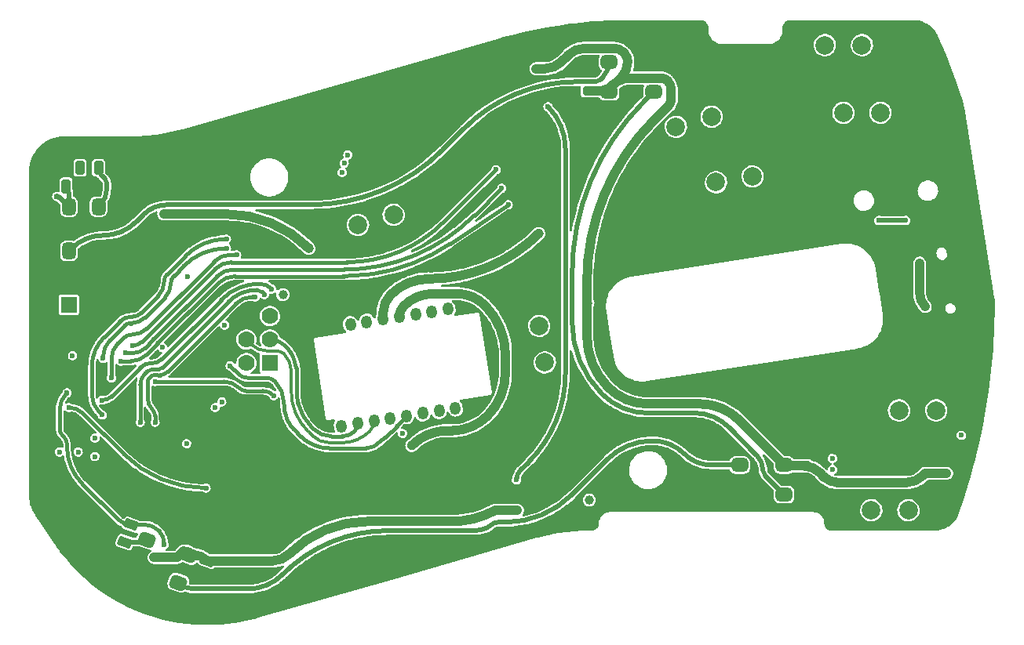
<source format=gbr>
%TF.GenerationSoftware,KiCad,Pcbnew,(6.0.10)*%
%TF.CreationDate,2023-01-19T11:38:05+01:00*%
%TF.ProjectId,QMKMouse,514d4b4d-6f75-4736-952e-6b696361645f,2.001*%
%TF.SameCoordinates,PX5c0b167PY839143b*%
%TF.FileFunction,Copper,L4,Bot*%
%TF.FilePolarity,Positive*%
%FSLAX45Y45*%
G04 Gerber Fmt 4.5, Leading zero omitted, Abs format (unit mm)*
G04 Created by KiCad (PCBNEW (6.0.10)) date 2023-01-19 11:38:05*
%MOMM*%
%LPD*%
G01*
G04 APERTURE LIST*
G04 Aperture macros list*
%AMRoundRect*
0 Rectangle with rounded corners*
0 $1 Rounding radius*
0 $2 $3 $4 $5 $6 $7 $8 $9 X,Y pos of 4 corners*
0 Add a 4 corners polygon primitive as box body*
4,1,4,$2,$3,$4,$5,$6,$7,$8,$9,$2,$3,0*
0 Add four circle primitives for the rounded corners*
1,1,$1+$1,$2,$3*
1,1,$1+$1,$4,$5*
1,1,$1+$1,$6,$7*
1,1,$1+$1,$8,$9*
0 Add four rect primitives between the rounded corners*
20,1,$1+$1,$2,$3,$4,$5,0*
20,1,$1+$1,$4,$5,$6,$7,0*
20,1,$1+$1,$6,$7,$8,$9,0*
20,1,$1+$1,$8,$9,$2,$3,0*%
%AMHorizOval*
0 Thick line with rounded ends*
0 $1 width*
0 $2 $3 position (X,Y) of the first rounded end (center of the circle)*
0 $4 $5 position (X,Y) of the second rounded end (center of the circle)*
0 Add line between two ends*
20,1,$1,$2,$3,$4,$5,0*
0 Add two circle primitives to create the rounded ends*
1,1,$1,$2,$3*
1,1,$1,$4,$5*%
%AMRotRect*
0 Rectangle, with rotation*
0 The origin of the aperture is its center*
0 $1 length*
0 $2 width*
0 $3 Rotation angle, in degrees counterclockwise*
0 Add horizontal line*
21,1,$1,$2,0,0,$3*%
G04 Aperture macros list end*
%TA.AperFunction,SMDPad,CuDef*%
%ADD10RotRect,1.016000X1.016000X135.000000*%
%TD*%
%TA.AperFunction,ComponentPad*%
%ADD11R,1.778000X1.778000*%
%TD*%
%TA.AperFunction,ComponentPad*%
%ADD12C,1.778000*%
%TD*%
%TA.AperFunction,ComponentPad*%
%ADD13RoundRect,0.550000X-0.493997X-0.077243X-0.493997X-0.077243X0.493997X0.077243X0.493997X0.077243X0*%
%TD*%
%TA.AperFunction,ComponentPad*%
%ADD14RoundRect,0.550000X-0.740996X-0.115865X-0.740996X-0.115865X0.740996X0.115865X0.740996X0.115865X0*%
%TD*%
%TA.AperFunction,ComponentPad*%
%ADD15C,2.000000*%
%TD*%
%TA.AperFunction,ComponentPad*%
%ADD16HorizOval,1.200000X-0.015449X0.098799X0.015449X-0.098799X0*%
%TD*%
%TA.AperFunction,SMDPad,CuDef*%
%ADD17RoundRect,0.150000X-0.683523X-0.123680X0.444109X-0.534105X0.683523X0.123680X-0.444109X0.534105X0*%
%TD*%
%TA.AperFunction,SMDPad,CuDef*%
%ADD18RoundRect,0.150000X-0.350000X0.600000X-0.350000X-0.600000X0.350000X-0.600000X0.350000X0.600000X0*%
%TD*%
%TA.AperFunction,SMDPad,CuDef*%
%ADD19RoundRect,0.150000X-0.600000X-0.350000X0.600000X-0.350000X0.600000X0.350000X-0.600000X0.350000X0*%
%TD*%
%TA.AperFunction,SMDPad,CuDef*%
%ADD20RoundRect,0.450000X-0.525468X-0.127999X0.320256X-0.435817X0.525468X0.127999X-0.320256X0.435817X0*%
%TD*%
%TA.AperFunction,SMDPad,CuDef*%
%ADD21RoundRect,0.450000X0.450000X0.300000X-0.450000X0.300000X-0.450000X-0.300000X0.450000X-0.300000X0*%
%TD*%
%TA.AperFunction,SMDPad,CuDef*%
%ADD22RoundRect,0.150000X0.350000X-0.600000X0.350000X0.600000X-0.350000X0.600000X-0.350000X-0.600000X0*%
%TD*%
%TA.AperFunction,SMDPad,CuDef*%
%ADD23RoundRect,0.150000X0.600000X0.350000X-0.600000X0.350000X-0.600000X-0.350000X0.600000X-0.350000X0*%
%TD*%
%TA.AperFunction,SMDPad,CuDef*%
%ADD24RoundRect,0.450000X-0.450000X-0.300000X0.450000X-0.300000X0.450000X0.300000X-0.450000X0.300000X0*%
%TD*%
%TA.AperFunction,SMDPad,CuDef*%
%ADD25RoundRect,0.450000X0.300000X-0.450000X0.300000X0.450000X-0.300000X0.450000X-0.300000X-0.450000X0*%
%TD*%
%TA.AperFunction,ViaPad*%
%ADD26C,0.600000*%
%TD*%
%TA.AperFunction,ViaPad*%
%ADD27C,0.800000*%
%TD*%
%TA.AperFunction,ViaPad*%
%ADD28C,1.000000*%
%TD*%
%TA.AperFunction,ViaPad*%
%ADD29C,1.016000*%
%TD*%
%TA.AperFunction,Conductor*%
%ADD30C,0.500000*%
%TD*%
%TA.AperFunction,Conductor*%
%ADD31C,0.400000*%
%TD*%
%TA.AperFunction,Conductor*%
%ADD32C,1.000000*%
%TD*%
%TA.AperFunction,Conductor*%
%ADD33C,0.600000*%
%TD*%
%TA.AperFunction,Conductor*%
%ADD34C,0.300000*%
%TD*%
G04 APERTURE END LIST*
D10*
%TO.P,MCH.SP.10,1*%
%TO.N,GND*%
X6400000Y6400000D03*
%TD*%
%TO.P,MCH.SP.5,1*%
%TO.N,GND*%
X2350000Y5400000D03*
%TD*%
%TO.P,MCH.SP.17,1*%
%TO.N,GND*%
X150000Y3350000D03*
%TD*%
%TO.P,MCH.SP.14,1*%
%TO.N,GND*%
X2800000Y350000D03*
%TD*%
D11*
%TO.P,MCU.J.1,1*%
%TO.N,MISO*%
X2620000Y2849999D03*
D12*
%TO.P,MCU.J.1,2*%
%TO.N,V_USB*%
X2366000Y2849999D03*
%TO.P,MCU.J.1,3*%
%TO.N,SCLK*%
X2620000Y3103999D03*
%TO.P,MCU.J.1,4*%
%TO.N,MOSI*%
X2366000Y3103999D03*
%TO.P,MCU.J.1,5*%
%TO.N,~{RESET*%
X2620000Y3357999D03*
%TO.P,MCU.J.1,6*%
%TO.N,GND*%
X2366000Y3357999D03*
%TD*%
D10*
%TO.P,MCH.SP.15,1*%
%TO.N,GND*%
X8430000Y1350000D03*
%TD*%
%TO.P,MCH.SP.4,1*%
%TO.N,GND*%
X4200000Y750000D03*
%TD*%
D13*
%TO.P,USB.J.3,SHELL*%
%TO.N,GND*%
X9910598Y3297981D03*
X9777122Y4151608D03*
D14*
X10288507Y3357072D03*
X10155031Y4210699D03*
%TD*%
D10*
%TO.P,MCH.SP.26,1*%
%TO.N,GND*%
X9600000Y6450000D03*
%TD*%
%TO.P,MCH.SP.23,1*%
%TO.N,GND*%
X150000Y2700000D03*
%TD*%
%TO.P,MCH.SP.21,1*%
%TO.N,GND*%
X150000Y4000000D03*
%TD*%
D15*
%TO.P,LBS.SW.2,*%
%TO.N,*%
X9807500Y2340000D03*
X9407500Y2340000D03*
%TD*%
%TO.P,BTN.SW.6,*%
%TO.N,*%
X5524103Y3252599D03*
X5585898Y2857401D03*
%TD*%
D11*
%TO.P,MCU.J.4,1*%
%TO.N,NetMCU.J.4_1*%
X450000Y3480000D03*
D12*
%TO.P,MCU.J.4,2*%
%TO.N,GND*%
X450000Y3734000D03*
%TD*%
D10*
%TO.P,MCH.SP.3,1*%
%TO.N,GND*%
X7540000Y6150000D03*
%TD*%
%TO.P,MCH.SP.18,1*%
%TO.N,GND*%
X800000Y550000D03*
%TD*%
%TO.P,MCH.SP.28,1*%
%TO.N,GND*%
X8000000Y6150000D03*
%TD*%
%TO.P,MCH.SP.22,1*%
%TO.N,GND*%
X2150000Y150000D03*
%TD*%
%TO.P,MCH.SP.20,1*%
%TO.N,GND*%
X3050000Y5600000D03*
%TD*%
%TO.P,MCH.SP.1,1*%
%TO.N,GND*%
X3500000Y550000D03*
%TD*%
%TO.P,MCH.SP.8,1*%
%TO.N,GND*%
X7200000Y6400000D03*
%TD*%
%TO.P,MCH.SP.19,1*%
%TO.N,GND*%
X7410000Y1370000D03*
%TD*%
D15*
%TO.P,BTN.SW.8,*%
%TO.N,*%
X7432400Y4804103D03*
X7827598Y4865898D03*
%TD*%
%TO.P,BTN.SW.7,*%
%TO.N,*%
X3954861Y4452248D03*
X3570139Y4342752D03*
%TD*%
D10*
%TO.P,MCH.SP.7,1*%
%TO.N,GND*%
X1050000Y5150000D03*
%TD*%
D15*
%TO.P,BTN.SW.3,*%
%TO.N,*%
X9508894Y1259701D03*
X9108894Y1259701D03*
%TD*%
D10*
%TO.P,MCH.SP.12,1*%
%TO.N,GND*%
X5070000Y960000D03*
%TD*%
%TO.P,MCH.SP.25,1*%
%TO.N,GND*%
X5500000Y6300000D03*
%TD*%
%TO.P,MCH.SP.24,1*%
%TO.N,GND*%
X200000Y1250000D03*
%TD*%
%TO.P,MCH.SP.6,1*%
%TO.N,GND*%
X150000Y2050000D03*
%TD*%
%TO.P,MCH.SP.11,1*%
%TO.N,GND*%
X3900000Y5850000D03*
%TD*%
%TO.P,MCH.SP.2,1*%
%TO.N,GND*%
X6050000Y1170000D03*
%TD*%
D15*
%TO.P,BTN.SW.4,*%
%TO.N,*%
X8607500Y6285000D03*
X9007500Y6285000D03*
%TD*%
D10*
%TO.P,MCH.SP.13,1*%
%TO.N,GND*%
X1450000Y250000D03*
%TD*%
%TO.P,MCH.SP.16,1*%
%TO.N,GND*%
X4600000Y6050000D03*
%TD*%
D16*
%TO.P,MOS.U.2,16*%
%TO.N,N/C*%
X4620002Y2362500D03*
%TO.P,MOS.U.2,15*%
%TO.N,NetMOS.R.4_1*%
X4444336Y2335033D03*
%TO.P,MOS.U.2,14*%
%TO.N,N/C*%
X4268671Y2307565D03*
%TO.P,MOS.U.2,13*%
%TO.N,~{CS*%
X4093005Y2280097D03*
%TO.P,MOS.U.2,12*%
%TO.N,MISO*%
X3917340Y2252629D03*
%TO.P,MOS.U.2,11*%
%TO.N,MOSI*%
X3741675Y2225162D03*
%TO.P,MOS.U.2,10*%
%TO.N,SCLK*%
X3566009Y2197694D03*
%TO.P,MOS.U.2,9*%
%TO.N,NetMCU.U.1_21*%
X3390344Y2170226D03*
%TO.P,MOS.U.2,8*%
%TO.N,GND*%
X3312876Y3241115D03*
%TO.P,MOS.U.2,7*%
%TO.N,~{RESET*%
X3488541Y3268582D03*
%TO.P,MOS.U.2,6*%
%TO.N,N/C*%
X3664207Y3296050D03*
%TO.P,MOS.U.2,5*%
%TO.N,3V3*%
X3839873Y3323518D03*
%TO.P,MOS.U.2,4*%
%TO.N,1V8*%
X4015538Y3350985D03*
%TO.P,MOS.U.2,3*%
%TO.N,NetMOS.C.10_2*%
X4191204Y3378453D03*
%TO.P,MOS.U.2,2*%
%TO.N,N/C*%
X4366869Y3405921D03*
%TO.P,MOS.U.2,1*%
X4542535Y3433388D03*
%TD*%
D15*
%TO.P,BTN.SW.5,*%
%TO.N,*%
X7384861Y5512248D03*
X7000139Y5402752D03*
%TD*%
%TO.P,LBS.SW.1,*%
%TO.N,*%
X8807500Y5555000D03*
X9207500Y5555000D03*
%TD*%
D10*
%TO.P,MCH.SP.9,1*%
%TO.N,GND*%
X150000Y5000000D03*
%TD*%
%TO.P,MCH.SP.27,1*%
%TO.N,GND*%
X10010000Y1540000D03*
%TD*%
D17*
%TO.P,LED.R.17,1*%
%TO.N,NetLED.D.2_4*%
X1055716Y915805D03*
%TO.P,LED.R.17,2*%
%TO.N,LEDData*%
X1124284Y1104195D03*
%TD*%
%TO.P,LED.C.21,1*%
%TO.N,GND*%
X1875716Y525805D03*
%TO.P,LED.C.21,2*%
%TO.N,V_USB*%
X1944284Y714195D03*
%TD*%
D18*
%TO.P,LED.R.19,1*%
%TO.N,N/C*%
X569760Y4960000D03*
%TO.P,LED.R.19,2*%
%TO.N,NetLED.D.8_2*%
X770240Y4960000D03*
%TD*%
D19*
%TO.P,LED.C.24,1*%
%TO.N,GND*%
X8378543Y1538982D03*
%TO.P,LED.C.24,2*%
%TO.N,V_USB*%
X8378543Y1739462D03*
%TD*%
D20*
%TO.P,LED.D.2,1*%
%TO.N,V_USB*%
X1740250Y778266D03*
%TO.P,LED.D.2,2*%
%TO.N,NetLED.D.2_2*%
X1630804Y477565D03*
%TO.P,LED.D.2,3*%
%TO.N,GND*%
X1179751Y641735D03*
%TO.P,LED.D.2,4*%
%TO.N,NetLED.D.2_4*%
X1289197Y942436D03*
%TD*%
D21*
%TO.P,LED.D.6,1*%
%TO.N,V_USB*%
X6279999Y5780000D03*
%TO.P,LED.D.6,2*%
%TO.N,NetLED.D.6_2*%
X6279999Y6100000D03*
%TO.P,LED.D.6,3*%
%TO.N,GND*%
X6760000Y6100000D03*
%TO.P,LED.D.6,4*%
%TO.N,NetLED.D.4_2*%
X6760000Y5780000D03*
%TD*%
D22*
%TO.P,LED.C.28,1*%
%TO.N,GND*%
X620240Y4760000D03*
%TO.P,LED.C.28,2*%
%TO.N,V_USB*%
X419760Y4760000D03*
%TD*%
D23*
%TO.P,LED.C.26,1*%
%TO.N,GND*%
X6070000Y5990240D03*
%TO.P,LED.C.26,2*%
%TO.N,V_USB*%
X6070000Y5789760D03*
%TD*%
D24*
%TO.P,LED.D.4,1*%
%TO.N,V_USB*%
X8168543Y1749221D03*
%TO.P,LED.D.4,2*%
%TO.N,NetLED.D.4_2*%
X8168543Y1429222D03*
%TO.P,LED.D.4,3*%
%TO.N,GND*%
X7688542Y1429222D03*
%TO.P,LED.D.4,4*%
%TO.N,NetLED.D.2_2*%
X7688542Y1749221D03*
%TD*%
D25*
%TO.P,LED.D.8,1*%
%TO.N,V_USB*%
X450000Y4540000D03*
%TO.P,LED.D.8,2*%
%TO.N,NetLED.D.8_2*%
X770000Y4540000D03*
%TO.P,LED.D.8,3*%
%TO.N,GND*%
X770000Y4059999D03*
%TO.P,LED.D.8,4*%
%TO.N,NetLED.D.6_2*%
X450000Y4059999D03*
%TD*%
D26*
%TO.N,NetLED.D.3_2*%
X5620000Y5620000D03*
%TO.N,NetUSB.FB.4_1*%
X9190000Y4390000D03*
X9480000Y4390000D03*
%TO.N,NetMCU.U.1_21*%
X2660000Y2500000D03*
X1380000Y2650000D03*
%TO.N,NetMCU.U.1_18*%
X1140000Y3040000D03*
X5060000Y4940000D03*
%TO.N,NetLED.D.3_2*%
X5280000Y1590000D03*
%TO.N,NetLBS.SW.2_A*%
X10080000Y2070000D03*
X4050000Y2090000D03*
%TO.N,NetLBS.SW.1_A*%
X2150000Y4090000D03*
X820000Y2900000D03*
X3420000Y5010000D03*
%TO.N,NetBTN.SW.8_A*%
X1009998Y2869994D03*
X5190000Y4560000D03*
%TO.N,NetBTN.SW.7_A*%
X2640000Y3650000D03*
X810000Y2450000D03*
%TO.N,NetBTN.SW.5_A*%
X3400000Y4910000D03*
X910000Y2690000D03*
X2260000Y4020000D03*
%TO.N,NetBTN.SW.4_A*%
X3460000Y5100000D03*
X810000Y2290000D03*
X2150000Y4190000D03*
%TO.N,NetBTN.SW.3_A*%
X1930000Y1500000D03*
X450000Y2370000D03*
%TO.N,LEDData*%
X1480000Y890000D03*
X430000Y2530000D03*
%TO.N,NetMCU.U.1_19*%
X5120000Y4740000D03*
X1060000Y2960000D03*
D27*
%TO.N,NetUSB.FB.1_1*%
X9689707Y3461795D03*
X9630000Y3930000D03*
D28*
%TO.N,V_USB*%
X2760000Y3590000D03*
X1474142Y4460000D03*
X5290000Y1260000D03*
D26*
X320000Y4650000D03*
X9920000Y1660000D03*
D28*
X5490000Y6030000D03*
X6065210Y1370000D03*
X3040000Y4090000D03*
X6050000Y3500000D03*
X1370000Y750000D03*
D26*
%TO.N,NetMCU.U.1_41*%
X2460000Y3565000D03*
X1380000Y2210000D03*
%TO.N,NetMCU.U.1_39*%
X1220000Y2210000D03*
X2560000Y3590000D03*
%TO.N,NetMCU.U.1_4*%
X8690000Y1820000D03*
X2100000Y2430000D03*
%TO.N,NetMCU.U.1_3*%
X8690000Y1700000D03*
X2030000Y2370000D03*
%TO.N,~{CS*%
X2190000Y2820000D03*
D28*
%TO.N,1V8*%
X4150000Y1960000D03*
D26*
%TO.N,3V3*%
X490000Y2930000D03*
X1720000Y1980000D03*
X1460000Y3019999D03*
D28*
X5520000Y4250000D03*
D26*
X730000Y1840000D03*
X2130000Y3260000D03*
X550000Y1890000D03*
X1730000Y3779999D03*
X730000Y2040000D03*
X350000Y1890000D03*
%TO.N,GND*%
X8440000Y1910000D03*
X1539999Y2209999D03*
X8080000Y5600000D03*
X1080000Y4880000D03*
X2610000Y1190000D03*
X6520000Y2580000D03*
X2360000Y2300000D03*
X6600000Y5810000D03*
X5290000Y2270000D03*
D29*
X2350000Y5400000D03*
X8430000Y1350000D03*
D26*
X2620000Y2030000D03*
X1429999Y3859999D03*
X5910000Y4650000D03*
X9470000Y3590000D03*
X1069999Y4119999D03*
X6250000Y1620000D03*
X7070000Y5800000D03*
X7430000Y2150000D03*
X8010000Y4100000D03*
X9470000Y2700000D03*
X5100000Y4390000D03*
X8430000Y6100000D03*
X9410000Y4130000D03*
X6970000Y4490000D03*
X1240000Y3550000D03*
X5140000Y1550000D03*
X5190000Y3400000D03*
X8660000Y5740000D03*
X4030000Y1510000D03*
D29*
X7540000Y6150000D03*
X150000Y5000000D03*
D26*
X6940000Y1560000D03*
X9090000Y5020000D03*
D29*
X800000Y550000D03*
D26*
X7540000Y4040000D03*
X6350000Y2290000D03*
X1640000Y2410000D03*
X6580000Y3900000D03*
X3380000Y1510000D03*
X8950000Y1400000D03*
X3110000Y2270000D03*
X3470000Y4160000D03*
X760000Y3529999D03*
X6250000Y2870000D03*
X5720000Y4470000D03*
X2220000Y2440000D03*
X750000Y4700000D03*
X8930000Y5210000D03*
X4520000Y5420000D03*
X1579999Y1260000D03*
X6900000Y5240000D03*
D29*
X3500000Y550000D03*
D26*
X4840000Y3700000D03*
X8160000Y1910000D03*
X8240000Y1620000D03*
D29*
X9600000Y6450000D03*
D26*
X1050000Y1400000D03*
D29*
X10010000Y1540000D03*
X150000Y2700000D03*
D26*
X5910000Y5790000D03*
X3860000Y1770000D03*
X2270000Y1520000D03*
X2890000Y1840000D03*
X6810000Y6360000D03*
X5870000Y5390000D03*
X2020000Y4330000D03*
X8140000Y2420000D03*
X5980000Y2290000D03*
X3550000Y1770000D03*
X6990000Y2600000D03*
X7860000Y1620000D03*
X540000Y1460000D03*
X1040000Y4600000D03*
X340000Y1460000D03*
X9620000Y4960000D03*
X10310000Y2600000D03*
X3880000Y3740000D03*
X5420000Y4340000D03*
X4830000Y1460000D03*
X8470000Y4180000D03*
X8560000Y4530000D03*
X919999Y3529999D03*
X210000Y2210000D03*
X8130000Y6050000D03*
X10330000Y3810000D03*
X10180000Y2010000D03*
X650000Y4010000D03*
X5720000Y2750000D03*
X8660000Y5380000D03*
X9970000Y5750000D03*
X2200000Y3709999D03*
X5270000Y5150000D03*
X5720000Y4780000D03*
X210000Y2390000D03*
X4840000Y2400000D03*
X6460000Y1540000D03*
X3030000Y2550000D03*
X3530000Y5680000D03*
X7460000Y5710000D03*
X6350000Y4650000D03*
X5620000Y1710000D03*
X4190000Y1770000D03*
D29*
X8000000Y6150000D03*
X150000Y2050000D03*
D26*
X9110000Y6440000D03*
X2990000Y2880000D03*
X3010000Y4320000D03*
X6160000Y3230000D03*
X4700000Y3910000D03*
X5820000Y1650000D03*
X200000Y4370000D03*
X5000000Y3070000D03*
X1080000Y2210000D03*
D29*
X2150000Y150000D03*
D26*
X2510000Y2470000D03*
X7560000Y5380000D03*
X9960000Y2600000D03*
X7100000Y2220000D03*
D29*
X2800000Y350000D03*
D26*
X6900000Y4860000D03*
X7880000Y2550000D03*
X5270000Y5630000D03*
X8900000Y4220000D03*
D29*
X5500000Y6300000D03*
D26*
X3920000Y5200000D03*
X2760000Y4650000D03*
D29*
X3900000Y5850000D03*
D26*
X10030000Y3760000D03*
X8480000Y6450000D03*
X7480000Y1640000D03*
X6920000Y6100000D03*
D29*
X4200000Y750000D03*
D26*
X9300000Y5360000D03*
X2350000Y5050000D03*
X1070000Y1240000D03*
X650000Y3839999D03*
X650000Y3679999D03*
X5010000Y1830000D03*
X5560000Y5230000D03*
D29*
X3050000Y5600000D03*
D26*
X830000Y2610000D03*
X2020000Y580000D03*
X4720000Y1630000D03*
X5080000Y4830000D03*
X7940000Y5050000D03*
X7430000Y2600000D03*
X6000000Y5090000D03*
X7260000Y6170000D03*
D29*
X7200000Y6400000D03*
D26*
X6270000Y4360000D03*
X4980000Y2140000D03*
X6280000Y5400000D03*
X7990000Y4720000D03*
X2720000Y5110000D03*
X820000Y1580000D03*
X909999Y4119999D03*
X4960000Y6120000D03*
X150000Y3680000D03*
D29*
X200000Y1250000D03*
D26*
X4730000Y3450000D03*
X1230000Y4119999D03*
X3100000Y710000D03*
X10220000Y4570000D03*
D29*
X150000Y3350000D03*
X1450000Y250000D03*
D26*
X2220000Y2030000D03*
X9250000Y2200000D03*
X9590000Y5170000D03*
X4650000Y4410000D03*
X6500000Y1850000D03*
X1830000Y5080000D03*
X5430000Y3770000D03*
X9650000Y1120000D03*
X500000Y5170000D03*
X4390000Y1530000D03*
X4980000Y5300000D03*
X2970000Y1530000D03*
X5230000Y2000000D03*
X8510000Y4940000D03*
X1690000Y4330000D03*
X5640000Y2290000D03*
X9210000Y3020000D03*
X1400000Y4830000D03*
X6110000Y6110000D03*
X2580000Y1690000D03*
X1640000Y2570000D03*
X1970000Y2290000D03*
X10180000Y2630000D03*
X2450000Y600000D03*
X3220000Y1770000D03*
X8250000Y2810000D03*
X3620000Y4730000D03*
X2390000Y4330000D03*
X3230000Y1200000D03*
X4740000Y4800000D03*
X4440000Y4680000D03*
X4110000Y4320000D03*
X2860000Y4040000D03*
X4270000Y5920000D03*
X9410000Y4530000D03*
X3230000Y5150000D03*
X5510000Y2040000D03*
X5710000Y3400000D03*
D29*
X6400000Y6400000D03*
D26*
X10150000Y4900000D03*
X7770000Y2720000D03*
X8990000Y5980000D03*
D29*
X1050000Y5150000D03*
D26*
X3540000Y3700000D03*
X5990000Y6110000D03*
X2350000Y4680000D03*
X2910000Y3610000D03*
X1809999Y1270000D03*
X510000Y3060000D03*
X840000Y1110000D03*
D29*
X150000Y4000000D03*
D26*
X1290000Y4660000D03*
X3780000Y940000D03*
X9720000Y2080000D03*
X1400000Y2950000D03*
X1930000Y1730000D03*
X830000Y2770000D03*
X5930000Y6360000D03*
X6180000Y3680000D03*
X6600000Y6110000D03*
X4500000Y5030000D03*
X5710000Y3970000D03*
X3980000Y5560000D03*
X8750000Y2870000D03*
X9220000Y3900000D03*
X9470000Y3170000D03*
X3710000Y1510000D03*
D29*
X7410000Y1370000D03*
D26*
X2230000Y850000D03*
X990000Y590000D03*
X6980000Y1850000D03*
X7960000Y2130000D03*
X9250000Y2500000D03*
D29*
X4600000Y6050000D03*
D26*
X5810000Y2040000D03*
X300000Y4510000D03*
D29*
X6050000Y1170000D03*
D26*
X7080000Y3970000D03*
X6130000Y2040000D03*
X5460000Y2700000D03*
X5340000Y3090000D03*
X1420000Y640000D03*
X8770000Y2430000D03*
X939999Y2209999D03*
X4740000Y4160000D03*
X1429999Y4029999D03*
X9320000Y3390000D03*
X4690000Y1920000D03*
X7190000Y1690000D03*
X2750000Y5430000D03*
X2990000Y4920000D03*
D29*
X5070000Y960000D03*
D26*
X4330000Y3900000D03*
X2980000Y3170000D03*
%TD*%
D30*
%TO.N,NetLED.D.3_2*%
X5619999Y5619999D02*
G75*
G02*
X5808000Y5166129I-453870J-453873D01*
G01*
%TO.N,NetUSB.FB.4_1*%
X9190000Y4390000D02*
X9480000Y4390000D01*
D31*
%TO.N,NetMCU.U.1_21*%
X2289883Y2580117D02*
X2290176Y2579825D01*
X2362426Y2550000D02*
X2539290Y2550000D01*
X2120803Y2650000D02*
X2121005Y2650000D01*
X1380000Y2650000D02*
X2120803Y2650000D01*
X2121005Y2649997D02*
G75*
G02*
X2289883Y2580117I5J-238991D01*
G01*
X2539290Y2549999D02*
G75*
G02*
X2660000Y2500000I0J-170713D01*
G01*
X2362426Y2549998D02*
G75*
G02*
X2290176Y2579825I3J102428D01*
G01*
%TO.N,NetMCU.U.1_18*%
X1242427Y3082426D02*
X2025605Y3865605D01*
X4493425Y4373425D02*
X5060000Y4940000D01*
X1242402Y3082401D02*
X1242427Y3082426D01*
X2205211Y3940000D02*
X2826116Y3940000D01*
X2826116Y3940000D02*
X3447022Y3940000D01*
X3447022Y3940000D02*
X3447248Y3940000D01*
X1242402Y3082401D02*
G75*
G02*
X1140000Y3040000I-102403J102455D01*
G01*
X2025604Y3865607D02*
G75*
G02*
X2205211Y3940000I179605J-179611D01*
G01*
X1242427Y3082427D02*
G75*
G02*
X1242402Y3082402I-118268050J118087602D01*
G01*
X4493426Y4373424D02*
G75*
G02*
X3447248Y3940000I-1046177J1045892D01*
G01*
D30*
%TO.N,NetLED.D.8_2*%
X770000Y4540000D02*
X785605Y4555606D01*
X805745Y4874255D02*
X805765Y4874235D01*
X805765Y4874235D02*
X840000Y4840000D01*
X860000Y4735211D02*
X860000Y4791716D01*
X805743Y4874253D02*
G75*
G02*
X770240Y4960000I85786J85743D01*
G01*
X859996Y4735211D02*
G75*
G02*
X785605Y4555606I-253997J-5D01*
G01*
X805766Y4874237D02*
G75*
G02*
X805745Y4874255I96916975J116295791D01*
G01*
X839999Y4839999D02*
G75*
G02*
X860000Y4791716I-48280J-48283D01*
G01*
%TO.N,NetLED.D.6_2*%
X5937528Y5890000D02*
X5937753Y5890000D01*
X6180000Y5910000D02*
X6216359Y5946359D01*
X4484538Y5154537D02*
X4712337Y5382336D01*
X3049175Y4560000D02*
X3049401Y4560000D01*
X1508753Y4560000D02*
X3049175Y4560000D01*
X5937753Y5890000D02*
X6131715Y5890000D01*
X450000Y4059999D02*
X476529Y4086529D01*
X1176733Y4376732D02*
X1254670Y4454670D01*
X6279997Y6100000D02*
G75*
G02*
X6216359Y5946359I-217277J-4D01*
G01*
X476527Y4086531D02*
G75*
G02*
X822455Y4230000I346162J-345875D01*
G01*
X1176729Y4376736D02*
G75*
G02*
X822455Y4230000I-354040J353740D01*
G01*
X4484537Y5154538D02*
G75*
G02*
X3049401Y4560000I-1435138J1434848D01*
G01*
X6180002Y5909998D02*
G75*
G02*
X6131715Y5890000I-48283J48288D01*
G01*
X1254668Y4454672D02*
G75*
G02*
X1508753Y4560000I254082J-253796D01*
G01*
X4712338Y5382335D02*
G75*
G02*
X5937528Y5890000I1225192J-1224599D01*
G01*
%TO.N,NetLED.D.4_2*%
X5880000Y3295030D02*
X5880000Y3295256D01*
X7962794Y1634970D02*
X8168543Y1429222D01*
X7203684Y2310000D02*
X7203910Y2310000D01*
X5880000Y3808271D02*
X5880000Y3808046D01*
X7568811Y2158762D02*
X7871005Y1856568D01*
X6698321Y2310000D02*
X7203684Y2310000D01*
X6652112Y5672112D02*
X6760000Y5780000D01*
X7568562Y2159011D02*
X7568811Y2158762D01*
X5880000Y3295256D02*
X5880000Y3808046D01*
X6698321Y2310001D02*
G75*
G02*
X6203143Y2515060I-2J700405D01*
G01*
X6203140Y2515058D02*
G75*
G02*
X5880000Y3295030I779739J779968D01*
G01*
X7203910Y2309999D02*
G75*
G02*
X7568562Y2159011I0J-515833D01*
G01*
X7962793Y1634969D02*
G75*
G02*
X7940000Y1690000I55026J55027D01*
G01*
X5880001Y3808271D02*
G75*
G02*
X6652112Y5672112I2635658J5D01*
G01*
X7871003Y1856566D02*
G75*
G02*
X7940000Y1690000I-166563J-166570D01*
G01*
%TO.N,NetLED.D.3_2*%
X5808000Y2740857D02*
X5808000Y5165903D01*
X5808000Y5166129D02*
X5808000Y5165903D01*
X5620000Y5619999D02*
X5620000Y5620000D01*
X5322427Y1692426D02*
X5410000Y1780000D01*
X5279996Y1590000D02*
G75*
G02*
X5322427Y1692426I144853J-4D01*
G01*
X5807998Y2740857D02*
G75*
G02*
X5410000Y1780000I-1358859J-1D01*
G01*
%TO.N,NetLED.D.2_4*%
X1055716Y915805D02*
X1224904Y915805D01*
X1289199Y942434D02*
G75*
G02*
X1224904Y915805I-64290J64292D01*
G01*
%TO.N,NetLED.D.2_2*%
X1793919Y410000D02*
X2379407Y410000D01*
X5155158Y1130000D02*
X5155384Y1130000D01*
X6751403Y2010000D02*
X6751628Y2010000D01*
X7089961Y1870038D02*
X7090197Y1869802D01*
X6743482Y2010000D02*
X6751403Y2010000D01*
X5080711Y1130000D02*
X5155158Y1130000D01*
X2755968Y565968D02*
X2759497Y569496D01*
X7381530Y1749221D02*
X7688542Y1749221D01*
X5003108Y1097853D02*
X5003310Y1098055D01*
X2379407Y410000D02*
X2379633Y410000D01*
X5880393Y1430393D02*
X6259403Y1809402D01*
X7381305Y1749221D02*
X7381530Y1749221D01*
X3895187Y1040000D02*
X4817320Y1040000D01*
X4817320Y1040000D02*
X4817545Y1040000D01*
X5003309Y1098057D02*
G75*
G02*
X5080711Y1130000I77400J-77801D01*
G01*
X7381305Y1749217D02*
G75*
G02*
X7090197Y1869802I4J411689D01*
G01*
X6259402Y1809403D02*
G75*
G02*
X6743482Y2010000I484078J-483788D01*
G01*
X1793919Y409999D02*
G75*
G02*
X1630804Y477565I0J230677D01*
G01*
X6751628Y2009998D02*
G75*
G02*
X7089961Y1870038I1J-478912D01*
G01*
X5880397Y1430390D02*
G75*
G02*
X5155384Y1130000I-725007J724726D01*
G01*
X2759498Y569495D02*
G75*
G02*
X3895187Y1040000I1135692J-1135400D01*
G01*
X4958475Y1068031D02*
G75*
G02*
X4817545Y1040000I-140926J340235D01*
G01*
X2755967Y565969D02*
G75*
G02*
X2379633Y410000I-376337J376047D01*
G01*
X5003107Y1097854D02*
G75*
G02*
X4958475Y1068032I-97288J97292D01*
G01*
D31*
%TO.N,NetLBS.SW.1_A*%
X894395Y3099394D02*
X1050252Y3255251D01*
X1585355Y3795355D02*
X1688969Y3898969D01*
X1110000Y3280000D02*
X1118076Y3280000D01*
X2149999Y4090000D02*
X2150000Y4090000D01*
X820000Y2900000D02*
X820000Y2919789D01*
X1275000Y3345000D02*
X1486361Y3556361D01*
X1688970Y3898969D02*
G75*
G02*
X2149999Y4090000I461030J-460803D01*
G01*
X1549997Y3710000D02*
G75*
G02*
X1585332Y3795332I120713J-4D01*
G01*
X1585332Y3795332D02*
G75*
G02*
X1585355Y3795355I96137410J-97373668D01*
G01*
X1549996Y3710000D02*
G75*
G02*
X1486360Y3556361I-217277J-4D01*
G01*
X1275002Y3344998D02*
G75*
G02*
X1118076Y3280000I-156923J156928D01*
G01*
X1050252Y3255251D02*
G75*
G02*
X1110000Y3280000I59747J-59746D01*
G01*
X819997Y2919789D02*
G75*
G02*
X894395Y3099394I254002J-3D01*
G01*
%TO.N,NetBTN.SW.8_A*%
X1009998Y2869994D02*
X1114784Y2869994D01*
X4570078Y4142154D02*
X5190000Y4560000D01*
X1301501Y2951577D02*
X1406495Y3068178D01*
X1294389Y2944389D02*
X1300000Y2950000D01*
X2243211Y3788000D02*
X2980000Y3788000D01*
X2980000Y3788000D02*
X3411481Y3788000D01*
X1409554Y3071373D02*
X2063255Y3713257D01*
X3719382Y3811003D02*
G75*
G02*
X3411481Y3788000I-307903J2049203D01*
G01*
X1294387Y2944391D02*
G75*
G02*
X1114784Y2869994I-179608J179605D01*
G01*
X2063604Y3713607D02*
G75*
G02*
X2243211Y3788000I179605J-179611D01*
G01*
X1406494Y3068178D02*
G75*
G02*
X1409554Y3071373I53455J-48133D01*
G01*
X2063605Y3713605D02*
G75*
G02*
X2063255Y3713257I-29146J28971D01*
G01*
X1301501Y2951577D02*
G75*
G02*
X1300000Y2950000I-29722J26779D01*
G01*
X4570078Y4142155D02*
G75*
G02*
X4155341Y3926113I-1158598J1718061D01*
G01*
X4155341Y3926114D02*
G75*
G02*
X3719382Y3811002I-743861J1934102D01*
G01*
%TO.N,NetBTN.SW.7_A*%
X1340711Y2850000D02*
X1350000Y2850000D01*
X912402Y2492401D02*
X1220000Y2800000D01*
X2636569Y3653431D02*
X2640000Y3650000D01*
X1452426Y2892426D02*
X2094044Y3534044D01*
X2094044Y3534044D02*
G75*
G02*
X2100835Y3539219I22665J-22698D01*
G01*
X2506816Y3707276D02*
G75*
G02*
X2636569Y3653431I-246J-183851D01*
G01*
X1219999Y2800001D02*
G75*
G02*
X1340711Y2850000I120711J-120716D01*
G01*
X2100836Y3539218D02*
G75*
G02*
X2506816Y3707279I405734J-405732D01*
G01*
X912402Y2492401D02*
G75*
G02*
X810000Y2450000I-102403J102455D01*
G01*
X1452426Y2892426D02*
G75*
G02*
X1350000Y2850000I-102427J102430D01*
G01*
%TO.N,NetBTN.SW.5_A*%
X980000Y3063708D02*
X1031244Y3114952D01*
X910000Y2690000D02*
X910000Y2894713D01*
X1293640Y3223640D02*
X2015605Y3945605D01*
X2195211Y4020000D02*
X2260000Y4020000D01*
X1031243Y3114952D02*
G75*
G02*
X1140000Y3160000I108756J-108756D01*
G01*
X2015604Y3945607D02*
G75*
G02*
X2195211Y4020000I179605J-179611D01*
G01*
X910003Y2894713D02*
G75*
G02*
X980000Y3063708I238996J3D01*
G01*
X1293639Y3223641D02*
G75*
G02*
X1140000Y3160000I-153639J153635D01*
G01*
%TO.N,NetBTN.SW.4_A*%
X1235000Y3395000D02*
X1409290Y3569290D01*
X830882Y3129534D02*
X831949Y3130765D01*
X831949Y3130765D02*
X842461Y3142899D01*
X1508285Y3808284D02*
X1707961Y4007961D01*
X1120000Y3350000D02*
X1126360Y3350000D01*
X773682Y2326317D02*
X810000Y2290000D01*
X842461Y3142899D02*
X999755Y3300193D01*
X699287Y2817041D02*
X699288Y2816898D01*
X830882Y3129533D02*
X830882Y3129534D01*
X2147279Y4190000D02*
X2150000Y4190000D01*
X699288Y2505923D02*
X699288Y2816898D01*
X1479997Y3740000D02*
G75*
G02*
X1508285Y3808284I96572J-4D01*
G01*
X1479997Y3740000D02*
G75*
G02*
X1409290Y3569290I-241418J-4D01*
G01*
X1707962Y4007960D02*
G75*
G02*
X2147279Y4190000I439318J-439084D01*
G01*
X1234999Y3395001D02*
G75*
G02*
X1126360Y3350000I-108640J108635D01*
G01*
X999754Y3300194D02*
G75*
G02*
X1120000Y3350000I120245J-120248D01*
G01*
X699292Y2817041D02*
G75*
G02*
X830882Y3129533I436828J5D01*
G01*
X773684Y2326319D02*
G75*
G02*
X699288Y2505923I179605J179607D01*
G01*
%TO.N,NetBTN.SW.3_A*%
X1929999Y1500000D02*
X1930000Y1500000D01*
X603639Y2306361D02*
X1042120Y1867879D01*
X1042120Y1867879D02*
X1042305Y1867694D01*
X1929999Y1499998D02*
G75*
G02*
X1042305Y1867694I0J1255387D01*
G01*
X450000Y2370002D02*
G75*
G02*
X603639Y2306361I-1J-217276D01*
G01*
%TO.N,LEDData*%
X1480000Y890000D02*
X1480000Y900000D01*
X430000Y1949191D02*
X430000Y1949393D01*
X1420000Y1040000D02*
X1423432Y1036568D01*
X1124284Y1104195D02*
X1265020Y1104195D01*
X599298Y1540702D02*
X973242Y1166758D01*
X599133Y1540866D02*
X599298Y1540702D01*
X380000Y2070000D02*
X394645Y2055355D01*
X424395Y2524395D02*
X430000Y2530000D01*
X350000Y2142426D02*
X350000Y2344790D01*
X430000Y1949393D02*
X430000Y1970000D01*
X394645Y2055355D02*
X394668Y2055332D01*
X1423430Y1036567D02*
G75*
G02*
X1480000Y900000I-136571J-136571D01*
G01*
X349997Y2344790D02*
G75*
G02*
X424395Y2524395I254002J-4D01*
G01*
X429985Y1971874D02*
G75*
G02*
X430000Y1970000I-118696J-1859D01*
G01*
X379999Y2069999D02*
G75*
G02*
X350000Y2142426I72430J72427D01*
G01*
X1265020Y1104194D02*
G75*
G02*
X1420000Y1040000I-1J-219178D01*
G01*
X394666Y2055330D02*
G75*
G02*
X429985Y1971874I-85377J-85334D01*
G01*
X599130Y1540864D02*
G75*
G02*
X430000Y1949191I408329J408322D01*
G01*
X1124284Y1104193D02*
G75*
G02*
X973242Y1166759I5J213613D01*
G01*
%TO.N,NetMCU.U.1_19*%
X4825995Y4445995D02*
X5120000Y4740000D01*
X2225210Y3860000D02*
X3411256Y3860000D01*
X3411256Y3860000D02*
X3411481Y3860000D01*
X1365987Y3115485D02*
X2045314Y3785315D01*
X1271446Y3011514D02*
X1360720Y3109996D01*
X1060000Y2960000D02*
X1149289Y2960000D01*
X1270001Y3009999D02*
G75*
G02*
X1149289Y2960000I-120712J120717D01*
G01*
X2045605Y3785605D02*
G75*
G02*
X2045314Y3785315I-28216J28031D01*
G01*
X1360720Y3109996D02*
G75*
G02*
X1365987Y3115485I99340J-90050D01*
G01*
X1271446Y3011514D02*
G75*
G02*
X1270000Y3010000I-29587J26812D01*
G01*
X2045604Y3785606D02*
G75*
G02*
X2225210Y3860000I179606J-179611D01*
G01*
X4825993Y4445997D02*
G75*
G02*
X3411481Y3860000I-1414514J1414219D01*
G01*
D32*
%TO.N,NetUSB.FB.1_1*%
X9630000Y3605940D02*
X9630000Y3930000D01*
X9689706Y3461793D02*
G75*
G02*
X9630000Y3605940I144144J144143D01*
G01*
%TO.N,V_USB*%
X5490000Y6030000D02*
X5584790Y6030000D01*
X7685917Y2231847D02*
X8168543Y1749221D01*
X4585514Y1140000D02*
X4585833Y1140000D01*
X6040000Y3142692D02*
X6040000Y3723680D01*
X6430000Y6210000D02*
X6444644Y6195356D01*
X1618848Y750000D02*
X1688848Y820000D01*
X8744853Y1560000D02*
X9484790Y1560000D01*
X6765668Y5475668D02*
X6920000Y5630000D01*
X2146425Y4460000D02*
X2146744Y4460000D01*
X6501887Y5930000D02*
X6837573Y5930000D01*
X6070000Y5789760D02*
X6256437Y5789760D01*
X9690000Y1660000D02*
X9920000Y1660000D01*
X6368624Y5892233D02*
X6405605Y5929215D01*
X6697815Y2410000D02*
X6698134Y2410000D01*
X6480000Y6108820D02*
X6480000Y6110000D01*
X5764395Y6104395D02*
X5835605Y6175605D01*
X8168543Y1749221D02*
X8168566Y1749198D01*
X1474142Y4460000D02*
X2146425Y4460000D01*
X6040000Y3723999D02*
X6040000Y3723680D01*
X6698134Y2410000D02*
X7255911Y2410000D01*
X6950000Y5702427D02*
X6950000Y5803431D01*
X3676969Y1140000D02*
X4585514Y1140000D01*
X1944284Y714195D02*
X2648984Y714195D01*
X6256437Y5789760D02*
X6322282Y5855605D01*
X6015210Y6250000D02*
X6333432Y6250000D01*
X6270542Y2587071D02*
X6271137Y2586477D01*
D33*
X354142Y4635858D02*
X450000Y4540000D01*
D32*
X8552661Y1667340D02*
X8600000Y1620000D01*
X1370000Y750000D02*
X1618848Y750000D01*
X5057113Y1260000D02*
X5290000Y1260000D01*
X6040000Y3142374D02*
X6040000Y3142692D01*
X9664395Y1634395D02*
X9690000Y1660000D01*
X7255911Y2410000D02*
X7256231Y2410000D01*
D30*
X450000Y4540000D02*
X450000Y4686995D01*
D32*
X7685626Y2232138D02*
X7685917Y2231847D01*
X8192105Y1739462D02*
X8378543Y1739462D01*
X6368624Y5892233D02*
G75*
G02*
X6501887Y5930000I133266J-216237D01*
G01*
D33*
X320000Y4650001D02*
G75*
G02*
X354142Y4635858I-1J-48285D01*
G01*
D32*
X2146744Y4460002D02*
G75*
G02*
X3040000Y4090000I-5J-1263256D01*
G01*
X5764394Y6104396D02*
G75*
G02*
X5584790Y6030000I-179605J179600D01*
G01*
X5835604Y6175607D02*
G75*
G02*
X6015210Y6250000I179605J-179611D01*
G01*
X6333432Y6250003D02*
G75*
G02*
X6430000Y6210000I-3J-136567D01*
G01*
X6910003Y5900003D02*
G75*
G02*
X6950000Y5803431I-96574J-96567D01*
G01*
X1688848Y820000D02*
G75*
G02*
X1789602Y778266I2J-142484D01*
G01*
X6697815Y2410003D02*
G75*
G02*
X6271137Y2586477I-6J604033D01*
G01*
X6837573Y5930003D02*
G75*
G02*
X6910000Y5900000I-4J-102428D01*
G01*
X5046599Y1258989D02*
G75*
G02*
X5057113Y1260000I10520J-54243D01*
G01*
X1789602Y778269D02*
G75*
G02*
X1944284Y714195I-3J-218753D01*
G01*
X5018050Y1243823D02*
G75*
G02*
X5046599Y1258990I39059J-39067D01*
G01*
X6039996Y3723999D02*
G75*
G02*
X6765668Y5475668I2476983J-3D01*
G01*
X2828379Y788374D02*
G75*
G02*
X2648984Y714195I-179390J179822D01*
G01*
D30*
X419760Y4759999D02*
G75*
G02*
X450000Y4686995I-73001J-73004D01*
G01*
D32*
X6270544Y2587073D02*
G75*
G02*
X6040000Y3142374I553495J555303D01*
G01*
X6479997Y6108820D02*
G75*
G02*
X6405605Y5929215I-253997J-4D01*
G01*
X5046599Y1258990D02*
G75*
G02*
X5018052Y1243820I-460970J832996D01*
G01*
X2828376Y788377D02*
G75*
G02*
X3676969Y1140000I848594J-848171D01*
G01*
X6322283Y5855604D02*
G75*
G02*
X6368624Y5892233I179606J-179598D01*
G01*
X5018053Y1243818D02*
G75*
G02*
X4585833Y1140000I-432213J847778D01*
G01*
X9664394Y1634396D02*
G75*
G02*
X9484790Y1560000I-179604J179600D01*
G01*
X6444643Y6195353D02*
G75*
G02*
X6480000Y6110000I-85353J-85358D01*
G01*
X8378543Y1739465D02*
G75*
G02*
X8552661Y1667339I-3J-246239D01*
G01*
X6949998Y5702427D02*
G75*
G02*
X6920000Y5630000I-102429J-1D01*
G01*
X8744853Y1560003D02*
G75*
G02*
X8600000Y1620000I-4J204852D01*
G01*
X7256231Y2410001D02*
G75*
G02*
X7685626Y2232138I-1J-607255D01*
G01*
X8192105Y1739459D02*
G75*
G02*
X8168566Y1749198I4J33327D01*
G01*
D31*
%TO.N,SCLK*%
X3397765Y2058372D02*
X3398362Y2058384D01*
X3566007Y2191071D02*
X3566007Y2197696D01*
X3335185Y2059179D02*
X3390370Y2058359D01*
X2906026Y2789373D02*
X2907000Y2788400D01*
X3286031Y2059179D02*
X3335185Y2059179D01*
X2907000Y2541706D02*
X2907000Y2788400D01*
X2920051Y2424022D02*
X2920247Y2423277D01*
X2620000Y3103999D02*
X2621349Y3103999D01*
X2873111Y2906309D02*
G75*
G02*
X2873725Y2904753I-336781J-133903D01*
G01*
X3080595Y2144210D02*
G75*
G02*
X2920247Y2423277I435244J435686D01*
G01*
X3397765Y2058372D02*
G75*
G02*
X3390370Y2058359I-4096J222294D01*
G01*
X2621350Y3103999D02*
G75*
G02*
X2788523Y3034850I0J-236653D01*
G01*
X3286031Y2059180D02*
G75*
G02*
X3080594Y2144209I-2J290686D01*
G01*
X3533967Y2113501D02*
G75*
G02*
X3398362Y2058384I-132898J132595D01*
G01*
X2788524Y3034851D02*
G75*
G02*
X2873110Y2906309I-268814J-268995D01*
G01*
X3566009Y2191071D02*
G75*
G02*
X3533966Y2113502I-109920J5D01*
G01*
X2873724Y2904752D02*
G75*
G02*
X2906027Y2789373I-277725J-139966D01*
G01*
X2920051Y2424022D02*
G75*
G02*
X2907000Y2541706I528759J118204D01*
G01*
%TO.N,NetMCU.U.1_41*%
X1300000Y2470711D02*
X1300000Y2636490D01*
X2430211Y3565000D02*
X2460000Y3565000D01*
X1380000Y2210000D02*
X1380000Y2277574D01*
X1383096Y2721933D02*
X1430000Y2720000D01*
X1515356Y2755355D02*
X2250605Y3490605D01*
X1350002Y2350002D02*
G75*
G02*
X1380000Y2277574I-72433J-72426D01*
G01*
X1324687Y2696095D02*
G75*
G02*
X1383096Y2721933I55313J-46099D01*
G01*
X1299996Y2636490D02*
G75*
G02*
X1324688Y2696093I84293J-4D01*
G01*
X2250604Y3490607D02*
G75*
G02*
X2430211Y3565000I179605J-179611D01*
G01*
X1350003Y2350003D02*
G75*
G02*
X1300000Y2470711I120706J120713D01*
G01*
X1515356Y2755355D02*
G75*
G02*
X1430000Y2720000I-85357J85361D01*
G01*
%TO.N,NetMCU.U.1_39*%
X1220000Y2210000D02*
X1220000Y2612190D01*
X1461112Y2801113D02*
X1461213Y2801213D01*
X1461213Y2801213D02*
X2173319Y3513319D01*
X2531213Y3618787D02*
X2560000Y3590000D01*
X1380453Y2783999D02*
X1414380Y2783909D01*
X1380452Y2783999D02*
X1380453Y2783999D01*
X1272943Y2740006D02*
X1292778Y2759841D01*
X1414380Y2783909D02*
X1419437Y2783895D01*
X1348448Y2782900D02*
X1374707Y2783895D01*
X2479497Y3640208D02*
X2479708Y3640208D01*
X1461110Y2801114D02*
G75*
G02*
X1419543Y2783895I-41571J41572D01*
G01*
X1374707Y2783895D02*
G75*
G02*
X1380452Y2783999I5292J-133859D01*
G01*
X1219997Y2612190D02*
G75*
G02*
X1272943Y2740006I180762J-4D01*
G01*
X1419543Y2783895D02*
G75*
G02*
X1419437Y2783895I-27J28436D01*
G01*
X2479708Y3640208D02*
G75*
G02*
X2531213Y3618787I-209J-73132D01*
G01*
X1292778Y2759841D02*
G75*
G02*
X1348448Y2782900I55672J-55675D01*
G01*
X2173320Y3513318D02*
G75*
G02*
X2479497Y3640208I306179J-305952D01*
G01*
D34*
%TO.N,MOSI*%
X2366000Y3103999D02*
X2415604Y3054395D01*
X3741673Y2225163D02*
X3741673Y2225163D01*
X3040473Y2103720D02*
X3079798Y2064395D01*
X3695356Y2113025D02*
X3695431Y2113101D01*
X3025389Y2118804D02*
X3025539Y2118654D01*
X3398116Y1990000D02*
X3398240Y1990000D01*
X2630120Y2978507D02*
X2701178Y2978507D01*
X2850000Y2542406D02*
X2850000Y2764790D01*
X3025539Y2118654D02*
X3040473Y2103720D01*
X3259403Y1990000D02*
X3398116Y1990000D01*
X2850000Y2542231D02*
X2850000Y2542406D01*
X2599098Y2979747D02*
X2604034Y2979116D01*
X2769987Y2950013D02*
X2775605Y2944395D01*
X3259403Y1990002D02*
G75*
G02*
X3079798Y2064395I-4J253994D01*
G01*
X2630120Y2978507D02*
G75*
G02*
X2604034Y2979116I-10121J125489D01*
G01*
X2701178Y2978505D02*
G75*
G02*
X2769987Y2950013I1J-97330D01*
G01*
X2595210Y2980000D02*
G75*
G02*
X2599098Y2979747I0J-29994D01*
G01*
X3695356Y2113024D02*
G75*
G02*
X3398240Y1990000I-297117J297272D01*
G01*
X3741672Y2225163D02*
G75*
G02*
X3695431Y2113101I-158893J-7D01*
G01*
X2595210Y2979999D02*
G75*
G02*
X2415604Y3054395I0J253997D01*
G01*
X3025386Y2118801D02*
G75*
G02*
X2850000Y2542231I423434J423425D01*
G01*
X2775603Y2944393D02*
G75*
G02*
X2850000Y2764790I-179604J-179607D01*
G01*
D31*
%TO.N,~{CS*%
X3262134Y1930000D02*
X3262336Y1930000D01*
X2380000Y2690000D02*
X2580863Y2690000D01*
X3993541Y2173251D02*
X4093004Y2280098D01*
X2190000Y2820000D02*
X2277599Y2732401D01*
X2580863Y2690000D02*
X2581065Y2690000D01*
X3860526Y2043986D02*
X3860784Y2044236D01*
X3262336Y1930000D02*
X3655147Y1930000D01*
X3860784Y2044236D02*
X3989789Y2169427D01*
X2878801Y2131199D02*
X2951054Y2058945D01*
X3262134Y1930004D02*
G75*
G02*
X2951054Y2058945I-5J439712D01*
G01*
X3993541Y2173251D02*
G75*
G02*
X3989789Y2169427I-74722J69565D01*
G01*
X2674976Y2651177D02*
G75*
G02*
X2769873Y2422316I-228547J-228871D01*
G01*
X3860526Y2043986D02*
G75*
G02*
X3740622Y1948684I-466437J463770D01*
G01*
X2581064Y2690003D02*
G75*
G02*
X2674978Y2651178I-5J-133007D01*
G01*
X2380000Y2690001D02*
G75*
G02*
X2277598Y2732401I-1J144855D01*
G01*
X2806161Y2239827D02*
G75*
G02*
X2769872Y2422317I440458J182439D01*
G01*
X2878801Y2131199D02*
G75*
G02*
X2806163Y2239828I236248J236577D01*
G01*
X3740622Y1948683D02*
G75*
G02*
X3655147Y1930000I-85473J186173D01*
G01*
D32*
%TO.N,1V8*%
X4536275Y2120000D02*
X4579701Y2120000D01*
X4579701Y2120000D02*
X4580020Y2120000D01*
X4966512Y2279329D02*
X4966643Y2279459D01*
X4384853Y3600000D02*
X4634594Y3600000D01*
X5160000Y2939928D02*
X5160000Y2939608D01*
X4634594Y3600000D02*
X4634912Y3600000D01*
X5160000Y2746598D02*
X5160000Y2939608D01*
X5159998Y2746598D02*
G75*
G02*
X4966643Y2279459I-660968J-2D01*
G01*
X4150002Y1959997D02*
G75*
G02*
X4536275Y2120000I386277J-386272D01*
G01*
X4634912Y3600000D02*
G75*
G02*
X4938362Y3474516I-3J-429654D01*
G01*
X4015538Y3350986D02*
G75*
G02*
X4063447Y3466805I163951J0D01*
G01*
X4966511Y2279330D02*
G75*
G02*
X4580020Y2120000I-386492J389096D01*
G01*
X4938361Y3474515D02*
G75*
G02*
X5160000Y2939928I-533892J-534590D01*
G01*
X4063445Y3466808D02*
G75*
G02*
X4384852Y3600000I321404J-321192D01*
G01*
%TO.N,3V3*%
X3839873Y3323519D02*
X3839873Y3390698D01*
X4337033Y3760000D02*
X4337034Y3760000D01*
X3839870Y3390698D02*
G75*
G02*
X3921425Y3587771I278890J-2D01*
G01*
X3921422Y3587774D02*
G75*
G02*
X4337033Y3760000I415607J-415348D01*
G01*
X5520002Y4249998D02*
G75*
G02*
X4337034Y3760000I-1182963J1182968D01*
G01*
%TD*%
%TA.AperFunction,Conductor*%
%TO.N,GND*%
G36*
X7268116Y6554766D02*
G01*
X7268671Y6554765D01*
X7270054Y6554447D01*
X7271438Y6554760D01*
X7271551Y6554760D01*
X7272763Y6554699D01*
X7284453Y6553547D01*
X7286875Y6553066D01*
X7299497Y6549237D01*
X7299500Y6549236D01*
X7301781Y6548291D01*
X7313415Y6542073D01*
X7315469Y6540701D01*
X7325666Y6532332D01*
X7327413Y6530586D01*
X7335782Y6520388D01*
X7337154Y6518335D01*
X7340420Y6512225D01*
X7343373Y6506702D01*
X7344318Y6504420D01*
X7348148Y6491796D01*
X7348630Y6489374D01*
X7349782Y6477688D01*
X7349842Y6476431D01*
X7349842Y6476430D01*
X7349525Y6475047D01*
X7349838Y6473663D01*
X7349837Y6473179D01*
X7350040Y6471361D01*
X7350040Y6458750D01*
X7349715Y6455904D01*
X7349525Y6455085D01*
X7349525Y6455013D01*
X7349677Y6454343D01*
X7349711Y6453979D01*
X7351269Y6432178D01*
X7351365Y6431738D01*
X7351365Y6431737D01*
X7354899Y6415489D01*
X7356135Y6409807D01*
X7356292Y6409385D01*
X7362853Y6391792D01*
X7364134Y6388356D01*
X7375106Y6368262D01*
X7388825Y6349935D01*
X7405013Y6333746D01*
X7407813Y6331650D01*
X7422979Y6320296D01*
X7422980Y6320295D01*
X7423340Y6320026D01*
X7423736Y6319810D01*
X7443039Y6309269D01*
X7443039Y6309269D01*
X7443434Y6309054D01*
X7464884Y6301053D01*
X7465323Y6300958D01*
X7465323Y6300957D01*
X7478460Y6298100D01*
X7487255Y6296187D01*
X7487703Y6296154D01*
X7509043Y6294628D01*
X7509364Y6294598D01*
X7510018Y6294447D01*
X7510090Y6294447D01*
X7510784Y6294605D01*
X7510784Y6294605D01*
X7510871Y6294625D01*
X7510967Y6294647D01*
X7513769Y6294962D01*
X7748169Y6294962D01*
X7986352Y6294962D01*
X7989198Y6294637D01*
X7990017Y6294447D01*
X7990089Y6294447D01*
X7990747Y6294597D01*
X7991051Y6294625D01*
X8012476Y6296156D01*
X8012476Y6296156D01*
X8012925Y6296188D01*
X8035296Y6301053D01*
X8056748Y6309053D01*
X8057142Y6309269D01*
X8057143Y6309269D01*
X8076446Y6319809D01*
X8076842Y6320025D01*
X8095170Y6333745D01*
X8111359Y6349933D01*
X8112246Y6351118D01*
X8120049Y6361542D01*
X8125079Y6368261D01*
X8126134Y6370194D01*
X8135835Y6387960D01*
X8135835Y6387960D01*
X8136051Y6388355D01*
X8144051Y6409806D01*
X8148917Y6432177D01*
X8150474Y6453965D01*
X8150504Y6454288D01*
X8150656Y6454942D01*
X8150656Y6455013D01*
X8150456Y6455890D01*
X8150140Y6458692D01*
X8150140Y6471303D01*
X8150337Y6473034D01*
X8150338Y6473592D01*
X8150656Y6474975D01*
X8150343Y6476359D01*
X8150343Y6476471D01*
X8150404Y6477684D01*
X8150945Y6483179D01*
X8151556Y6489374D01*
X8152038Y6491796D01*
X8152185Y6492282D01*
X8155867Y6504420D01*
X8156812Y6506701D01*
X8163031Y6518335D01*
X8164403Y6520388D01*
X8172772Y6530586D01*
X8174518Y6532332D01*
X8180617Y6537337D01*
X8184715Y6540701D01*
X8186769Y6542073D01*
X8198402Y6548292D01*
X8200684Y6549237D01*
X8213307Y6553067D01*
X8215729Y6553549D01*
X8227442Y6554704D01*
X8228678Y6554763D01*
X8230056Y6554447D01*
X8231440Y6554760D01*
X8231926Y6554759D01*
X8233742Y6554962D01*
X8894327Y6554962D01*
X9565185Y6554962D01*
X9566917Y6554766D01*
X9567474Y6554765D01*
X9568857Y6554447D01*
X9570241Y6554760D01*
X9571660Y6554758D01*
X9571660Y6554709D01*
X9572455Y6554777D01*
X9584097Y6554169D01*
X9597375Y6553476D01*
X9598680Y6553339D01*
X9612442Y6551169D01*
X9626203Y6548999D01*
X9627487Y6548727D01*
X9654408Y6541546D01*
X9655657Y6541142D01*
X9681687Y6531197D01*
X9682886Y6530665D01*
X9703156Y6520389D01*
X9707737Y6518066D01*
X9708875Y6517412D01*
X9732282Y6502294D01*
X9733345Y6501526D01*
X9755050Y6484054D01*
X9756028Y6483179D01*
X9775796Y6463544D01*
X9776678Y6462571D01*
X9781002Y6457273D01*
X9794296Y6440985D01*
X9795072Y6439925D01*
X9810346Y6416623D01*
X9811008Y6415489D01*
X9822178Y6393820D01*
X9822415Y6393360D01*
X9822674Y6392620D01*
X9822731Y6392646D01*
X9823312Y6391351D01*
X9823591Y6389960D01*
X9824445Y6388827D01*
X9824735Y6388181D01*
X9825529Y6386826D01*
X9881692Y6258839D01*
X9881808Y6258575D01*
X9881908Y6258340D01*
X9932480Y6136322D01*
X9936872Y6125725D01*
X9936969Y6125484D01*
X9989185Y5991774D01*
X9989277Y5991532D01*
X10038728Y5856771D01*
X10038815Y5856526D01*
X10081984Y5730946D01*
X10084326Y5724132D01*
X10084636Y5722698D01*
X10084887Y5721941D01*
X10085021Y5720528D01*
X10085754Y5719314D01*
X10086057Y5718396D01*
X10086584Y5717222D01*
X10097443Y5682130D01*
X10097586Y5681629D01*
X10107835Y5642895D01*
X10107958Y5642388D01*
X10116594Y5603260D01*
X10116696Y5602748D01*
X10123112Y5566634D01*
X10123173Y5565470D01*
X10123337Y5564412D01*
X10123236Y5562997D01*
X10123759Y5561678D01*
X10123833Y5561201D01*
X10124315Y5559434D01*
X10428770Y3612315D01*
X10428940Y3611226D01*
X10429014Y3609485D01*
X10429099Y3608934D01*
X10428998Y3607519D01*
X10429521Y3606200D01*
X10429669Y3605246D01*
X10429995Y3604001D01*
X10434916Y3567598D01*
X10434976Y3567079D01*
X10438695Y3527185D01*
X10438733Y3526664D01*
X10440797Y3486649D01*
X10440813Y3486128D01*
X10441185Y3449451D01*
X10441052Y3448288D01*
X10441051Y3448193D01*
X10440781Y3447348D01*
X10440887Y3446588D01*
X10440707Y3445842D01*
X10441005Y3444455D01*
X10440996Y3443735D01*
X10441144Y3442184D01*
X10440164Y3396328D01*
X10438034Y3296780D01*
X10438001Y3295220D01*
X10437992Y3294952D01*
X10433644Y3193846D01*
X10431525Y3144600D01*
X10431511Y3144328D01*
X10429412Y3111882D01*
X10421836Y2994733D01*
X10421799Y2994164D01*
X10421779Y2993895D01*
X10408884Y2844644D01*
X10408826Y2843972D01*
X10408800Y2843702D01*
X10393142Y2698997D01*
X10392612Y2694091D01*
X10392579Y2693821D01*
X10391922Y2688765D01*
X10373165Y2544599D01*
X10373127Y2544329D01*
X10350493Y2395556D01*
X10350449Y2395287D01*
X10324609Y2247046D01*
X10324560Y2246778D01*
X10320504Y2226157D01*
X10296520Y2104192D01*
X10295523Y2099123D01*
X10295468Y2098857D01*
X10263347Y1952313D01*
X10263250Y1951867D01*
X10263189Y1951603D01*
X10248306Y1890088D01*
X10227802Y1805336D01*
X10227735Y1805072D01*
X10207860Y1730050D01*
X10189837Y1662015D01*
X10189200Y1659613D01*
X10189128Y1659352D01*
X10176302Y1614842D01*
X10147458Y1514750D01*
X10147380Y1514489D01*
X10102600Y1370831D01*
X10102517Y1370572D01*
X10055768Y1231261D01*
X10055144Y1229945D01*
X10054878Y1229183D01*
X10054123Y1227981D01*
X10053965Y1226571D01*
X10053496Y1225231D01*
X10053438Y1225252D01*
X10053240Y1224480D01*
X10042891Y1199357D01*
X10042279Y1198081D01*
X10027800Y1171775D01*
X10027049Y1170576D01*
X10009711Y1146059D01*
X10008830Y1144952D01*
X9988852Y1122534D01*
X9987853Y1121532D01*
X9965486Y1101496D01*
X9964381Y1100612D01*
X9940995Y1083983D01*
X9939909Y1083211D01*
X9938711Y1082457D01*
X9912442Y1067910D01*
X9911167Y1067295D01*
X9883432Y1055786D01*
X9882097Y1055318D01*
X9853247Y1046992D01*
X9851867Y1046676D01*
X9822265Y1041638D01*
X9820858Y1041479D01*
X9810354Y1040889D01*
X9793780Y1039956D01*
X9793008Y1040022D01*
X9793008Y1039946D01*
X9791589Y1039949D01*
X9790206Y1040267D01*
X9788822Y1039953D01*
X9788333Y1039954D01*
X9786521Y1039752D01*
X9157523Y1039921D01*
X8683709Y1040049D01*
X8681969Y1040247D01*
X8681419Y1040248D01*
X8680036Y1040566D01*
X8678652Y1040252D01*
X8678539Y1040253D01*
X8677327Y1040313D01*
X8670771Y1040959D01*
X8665637Y1041464D01*
X8663214Y1041946D01*
X8657957Y1043541D01*
X8650590Y1045775D01*
X8648309Y1046720D01*
X8648169Y1046795D01*
X8642492Y1049830D01*
X8636674Y1052939D01*
X8634620Y1054311D01*
X8624423Y1062679D01*
X8622677Y1064426D01*
X8622525Y1064611D01*
X8614307Y1074623D01*
X8612935Y1076677D01*
X8606716Y1088310D01*
X8605771Y1090592D01*
X8601941Y1103216D01*
X8601459Y1105638D01*
X8601000Y1110290D01*
X8600383Y1116559D01*
X8600405Y1119233D01*
X8600566Y1119927D01*
X8600566Y1119999D01*
X8600407Y1120693D01*
X8600328Y1121400D01*
X8600343Y1121401D01*
X8600263Y1121927D01*
X8599354Y1133481D01*
X8598933Y1138837D01*
X8598816Y1139324D01*
X8594638Y1156729D01*
X8594523Y1157211D01*
X8587293Y1174669D01*
X8587033Y1175092D01*
X8579534Y1187331D01*
X8577420Y1190781D01*
X8565149Y1205150D01*
X8563903Y1206214D01*
X8551157Y1217101D01*
X8551156Y1217101D01*
X8550780Y1217422D01*
X8534669Y1227296D01*
X8517212Y1234527D01*
X8516731Y1234643D01*
X8516730Y1234643D01*
X8499320Y1238823D01*
X8498838Y1238939D01*
X8491541Y1239513D01*
X8481990Y1240265D01*
X8481479Y1240344D01*
X8481476Y1240323D01*
X8480768Y1240404D01*
X8480072Y1240566D01*
X8480000Y1240566D01*
X8479307Y1240407D01*
X8479306Y1240407D01*
X8479123Y1240366D01*
X8476321Y1240050D01*
X6293739Y1240050D01*
X6290893Y1240376D01*
X6290074Y1240566D01*
X6290002Y1240566D01*
X6289309Y1240407D01*
X6288602Y1240328D01*
X6288600Y1240344D01*
X6288087Y1240266D01*
X6271657Y1238975D01*
X6271656Y1238974D01*
X6271164Y1238936D01*
X6252789Y1234526D01*
X6246996Y1232127D01*
X6235788Y1227485D01*
X6235788Y1227485D01*
X6235330Y1227296D01*
X6219218Y1217423D01*
X6204848Y1205151D01*
X6204527Y1204775D01*
X6204527Y1204775D01*
X6192897Y1191159D01*
X6192897Y1191158D01*
X6192576Y1190782D01*
X6192317Y1190360D01*
X6192317Y1190360D01*
X6183219Y1175513D01*
X6182702Y1174670D01*
X6180822Y1170131D01*
X6175815Y1158042D01*
X6175471Y1157212D01*
X6171060Y1138837D01*
X6170060Y1126117D01*
X6169735Y1121989D01*
X6169658Y1121486D01*
X6169678Y1121484D01*
X6169597Y1120770D01*
X6169434Y1120071D01*
X6169434Y1120035D01*
X6169434Y1120035D01*
X6169434Y1120035D01*
X6169434Y1119999D01*
X6169594Y1119301D01*
X6169600Y1119242D01*
X6169617Y1116615D01*
X6168536Y1105637D01*
X6168054Y1103214D01*
X6167842Y1102515D01*
X6164225Y1090592D01*
X6163280Y1088310D01*
X6157062Y1076678D01*
X6155690Y1074623D01*
X6147321Y1064427D01*
X6145575Y1062681D01*
X6135378Y1054313D01*
X6133324Y1052941D01*
X6121692Y1046724D01*
X6119409Y1045778D01*
X6117927Y1045329D01*
X6106786Y1041950D01*
X6104364Y1041468D01*
X6094447Y1040493D01*
X6092574Y1040308D01*
X6091402Y1040252D01*
X6090038Y1040566D01*
X6088654Y1040253D01*
X6088356Y1040253D01*
X6086317Y1040016D01*
X6062588Y1039787D01*
X6060362Y1040031D01*
X6060361Y1040023D01*
X6059653Y1040105D01*
X6058957Y1040266D01*
X6058885Y1040266D01*
X6058441Y1040165D01*
X6057920Y1040131D01*
X5978429Y1038544D01*
X5978429Y1038544D01*
X5978304Y1038542D01*
X5978181Y1038535D01*
X5978178Y1038534D01*
X5908518Y1034361D01*
X5897852Y1033722D01*
X5897731Y1033709D01*
X5897728Y1033709D01*
X5817780Y1025709D01*
X5817778Y1025709D01*
X5817655Y1025697D01*
X5817531Y1025679D01*
X5817531Y1025679D01*
X5737968Y1014497D01*
X5737967Y1014497D01*
X5737843Y1014480D01*
X5676170Y1003288D01*
X5659075Y1000186D01*
X5658541Y1000089D01*
X5579876Y982547D01*
X5547428Y973939D01*
X5502988Y962150D01*
X5502455Y962036D01*
X5502011Y962013D01*
X5501942Y961993D01*
X5501319Y961650D01*
X5501319Y961650D01*
X5501154Y961559D01*
X5498547Y960483D01*
X3928948Y510408D01*
X2489771Y97731D01*
X2488052Y97442D01*
X2487516Y97290D01*
X2486099Y97214D01*
X2484855Y96532D01*
X2483903Y96261D01*
X2482732Y95793D01*
X2403781Y74989D01*
X2403252Y74862D01*
X2320233Y56779D01*
X2319699Y56674D01*
X2235977Y42193D01*
X2235439Y42112D01*
X2151166Y31259D01*
X2150625Y31201D01*
X2102686Y27122D01*
X2065963Y23997D01*
X2065423Y23963D01*
X1980531Y20421D01*
X1979987Y20410D01*
X1941294Y20468D01*
X1895018Y20537D01*
X1894474Y20550D01*
X1809594Y24345D01*
X1809051Y24381D01*
X1724411Y31838D01*
X1723870Y31897D01*
X1639634Y43002D01*
X1639096Y43085D01*
X1555415Y57816D01*
X1554882Y57922D01*
X1471916Y76253D01*
X1471387Y76382D01*
X1437250Y85487D01*
X1389291Y98278D01*
X1388769Y98429D01*
X1335392Y115165D01*
X1307692Y123850D01*
X1307179Y124023D01*
X1227275Y152922D01*
X1226770Y153117D01*
X1187479Y169277D01*
X1148190Y185437D01*
X1147691Y185655D01*
X1070580Y221339D01*
X1070091Y221578D01*
X1063387Y225040D01*
X994594Y260557D01*
X994116Y260817D01*
X920373Y303020D01*
X919906Y303300D01*
X848052Y348648D01*
X847598Y348948D01*
X801218Y381101D01*
X777769Y397357D01*
X777330Y397676D01*
X766629Y405800D01*
X709655Y449055D01*
X709231Y449392D01*
X643838Y503645D01*
X643427Y504001D01*
X580440Y561025D01*
X580045Y561399D01*
X575832Y565557D01*
X519578Y621089D01*
X519199Y621480D01*
X461365Y683727D01*
X461003Y684134D01*
X405912Y748819D01*
X405568Y749241D01*
X377990Y784608D01*
X353319Y816247D01*
X352995Y816681D01*
X352705Y817089D01*
X318253Y865440D01*
X305655Y883121D01*
X305103Y884143D01*
X304495Y885040D01*
X303980Y886361D01*
X302943Y887329D01*
X302672Y887729D01*
X301480Y889118D01*
X144427Y1119924D01*
X87974Y1202888D01*
X87162Y1204431D01*
X86850Y1204892D01*
X86335Y1206214D01*
X85297Y1207181D01*
X84501Y1208356D01*
X84517Y1208367D01*
X84008Y1208987D01*
X69092Y1233054D01*
X68565Y1233991D01*
X54385Y1261944D01*
X53940Y1262923D01*
X42194Y1291984D01*
X41834Y1292997D01*
X35608Y1313216D01*
X32609Y1322954D01*
X32337Y1323994D01*
X32222Y1324522D01*
X28203Y1343073D01*
X25699Y1354627D01*
X25516Y1355687D01*
X21514Y1386776D01*
X21423Y1387848D01*
X21405Y1388257D01*
X20791Y1402637D01*
X20217Y1416080D01*
X20289Y1416863D01*
X20257Y1416863D01*
X20260Y1418282D01*
X20578Y1419665D01*
X20265Y1421049D01*
X20265Y1421531D01*
X20062Y1423351D01*
X20062Y1890617D01*
X299439Y1890617D01*
X299556Y1889727D01*
X299556Y1889727D01*
X300056Y1885901D01*
X301298Y1876402D01*
X307072Y1863279D01*
X307650Y1862592D01*
X307650Y1862592D01*
X311012Y1858592D01*
X316297Y1852305D01*
X328231Y1844361D01*
X341916Y1840086D01*
X342813Y1840069D01*
X342813Y1840069D01*
X349346Y1839949D01*
X356250Y1839823D01*
X357153Y1840069D01*
X369216Y1843358D01*
X369216Y1843358D01*
X370082Y1843594D01*
X380426Y1849945D01*
X387278Y1851805D01*
X394047Y1849665D01*
X398585Y1844205D01*
X399418Y1841445D01*
X402526Y1824221D01*
X403676Y1817846D01*
X403732Y1817627D01*
X403732Y1817627D01*
X413552Y1779149D01*
X414584Y1775108D01*
X419544Y1760206D01*
X424769Y1744505D01*
X428513Y1733256D01*
X428599Y1733049D01*
X428599Y1733048D01*
X445112Y1693182D01*
X445392Y1692504D01*
X445493Y1692304D01*
X445493Y1692303D01*
X464869Y1653594D01*
X465136Y1653061D01*
X487643Y1615127D01*
X487770Y1614943D01*
X487771Y1614943D01*
X493238Y1607069D01*
X512799Y1578894D01*
X512938Y1578721D01*
X512939Y1578721D01*
X539780Y1545413D01*
X540476Y1544549D01*
X568776Y1514152D01*
X569446Y1513432D01*
X569492Y1513376D01*
X569636Y1513227D01*
X569638Y1513226D01*
X569968Y1512872D01*
X570460Y1512194D01*
X571262Y1511611D01*
X572241Y1510901D01*
X573744Y1509617D01*
X941993Y1141368D01*
X943277Y1139864D01*
X944569Y1138086D01*
X945367Y1137506D01*
X945379Y1137496D01*
X945587Y1137287D01*
X945841Y1137082D01*
X949871Y1133481D01*
X965883Y1119172D01*
X966171Y1118968D01*
X966171Y1118967D01*
X976798Y1111427D01*
X989118Y1102686D01*
X989427Y1102515D01*
X989427Y1102515D01*
X1009812Y1091248D01*
X1014053Y1088904D01*
X1015037Y1088497D01*
X1015179Y1088438D01*
X1020706Y1083983D01*
X1021771Y1082132D01*
X1026647Y1071700D01*
X1034745Y1063299D01*
X1035606Y1062835D01*
X1035606Y1062835D01*
X1039299Y1060847D01*
X1040823Y1060027D01*
X1041252Y1059870D01*
X1041252Y1059870D01*
X1159396Y1016869D01*
X1159396Y1016869D01*
X1159829Y1016712D01*
X1160280Y1016619D01*
X1160280Y1016619D01*
X1165691Y1015506D01*
X1165691Y1015506D01*
X1166650Y1015308D01*
X1178251Y1016559D01*
X1178392Y1016624D01*
X1184974Y1016536D01*
X1190895Y1012619D01*
X1193758Y1006122D01*
X1193103Y1000186D01*
X1181806Y969146D01*
X1177596Y963428D01*
X1170964Y960895D01*
X1169966Y960855D01*
X1138977Y960855D01*
X1134667Y961615D01*
X1020605Y1003130D01*
X1020604Y1003130D01*
X1020171Y1003288D01*
X1019427Y1003441D01*
X1014310Y1004494D01*
X1014310Y1004494D01*
X1013351Y1004691D01*
X1008770Y1004198D01*
X1002785Y1003553D01*
X1002785Y1003553D01*
X1001749Y1003441D01*
X1000806Y1003000D01*
X1000805Y1003000D01*
X993793Y999723D01*
X991178Y998501D01*
X990428Y997778D01*
X990428Y997778D01*
X985767Y993284D01*
X982777Y990402D01*
X979505Y984325D01*
X973980Y969146D01*
X953912Y914010D01*
X953291Y912303D01*
X951888Y905483D01*
X953138Y893881D01*
X953579Y892938D01*
X953579Y892937D01*
X955989Y887782D01*
X958079Y883310D01*
X966177Y874909D01*
X967038Y874446D01*
X967038Y874446D01*
X970906Y872363D01*
X972254Y871637D01*
X972684Y871481D01*
X972684Y871481D01*
X1090827Y828480D01*
X1090828Y828480D01*
X1091261Y828322D01*
X1091712Y828229D01*
X1091712Y828229D01*
X1097122Y827116D01*
X1097122Y827116D01*
X1098081Y826919D01*
X1102691Y827416D01*
X1108647Y828058D01*
X1108647Y828058D01*
X1109683Y828169D01*
X1110626Y828610D01*
X1110627Y828610D01*
X1119310Y832669D01*
X1120254Y833110D01*
X1123359Y836103D01*
X1127951Y840529D01*
X1127951Y840530D01*
X1128655Y841208D01*
X1130854Y845293D01*
X1131710Y846883D01*
X1131710Y846883D01*
X1131927Y847285D01*
X1137452Y862465D01*
X1141661Y868182D01*
X1148293Y870715D01*
X1149292Y870755D01*
X1206009Y870755D01*
X1210319Y869995D01*
X1214877Y868336D01*
X1305147Y835480D01*
X1308712Y834492D01*
X1309354Y834449D01*
X1309354Y834449D01*
X1324320Y833455D01*
X1324320Y833455D01*
X1325111Y833403D01*
X1325890Y833548D01*
X1326631Y833592D01*
X1333550Y832000D01*
X1338509Y826919D01*
X1339934Y819964D01*
X1337373Y813343D01*
X1333157Y809818D01*
X1330337Y808362D01*
X1329764Y807863D01*
X1329764Y807863D01*
X1327540Y805923D01*
X1326394Y805034D01*
X1323335Y802931D01*
X1321155Y800484D01*
X1320031Y799372D01*
X1317560Y797217D01*
X1315426Y794179D01*
X1314525Y793044D01*
X1312056Y790272D01*
X1311701Y789601D01*
X1310523Y787376D01*
X1309696Y786027D01*
X1308585Y784446D01*
X1307811Y783345D01*
X1307536Y782638D01*
X1306463Y779888D01*
X1305859Y778569D01*
X1304478Y775960D01*
X1304477Y775959D01*
X1304122Y775288D01*
X1303938Y774552D01*
X1303937Y774552D01*
X1303324Y772110D01*
X1302843Y770603D01*
X1301652Y767549D01*
X1301553Y766796D01*
X1301168Y763869D01*
X1300896Y762444D01*
X1300515Y760927D01*
X1299992Y758844D01*
X1299988Y758084D01*
X1299988Y758084D01*
X1299975Y755566D01*
X1299867Y753988D01*
X1299539Y751492D01*
X1299539Y751492D01*
X1299439Y750739D01*
X1299523Y749984D01*
X1299847Y747050D01*
X1299923Y745602D01*
X1299903Y741889D01*
X1300668Y738702D01*
X1300940Y737144D01*
X1301300Y733886D01*
X1302576Y730399D01*
X1302994Y729014D01*
X1303861Y725403D01*
X1304210Y724728D01*
X1305364Y722491D01*
X1306000Y721042D01*
X1307127Y717964D01*
X1307550Y717334D01*
X1309197Y714883D01*
X1309935Y713635D01*
X1311638Y710337D01*
X1312137Y709765D01*
X1312137Y709764D01*
X1313792Y707867D01*
X1314755Y706612D01*
X1316583Y703892D01*
X1317145Y703380D01*
X1319329Y701393D01*
X1320344Y700357D01*
X1322783Y697560D01*
X1323404Y697124D01*
X1323404Y697124D01*
X1325464Y695676D01*
X1326699Y694687D01*
X1328561Y692992D01*
X1328562Y692992D01*
X1329123Y692481D01*
X1332385Y690710D01*
X1333618Y689946D01*
X1336033Y688249D01*
X1336033Y688248D01*
X1336655Y687811D01*
X1339708Y686621D01*
X1341143Y685955D01*
X1343356Y684753D01*
X1343357Y684753D01*
X1344024Y684391D01*
X1344758Y684198D01*
X1344758Y684198D01*
X1347613Y683449D01*
X1348993Y683001D01*
X1351744Y681928D01*
X1351744Y681928D01*
X1352451Y681652D01*
X1355048Y681311D01*
X1355701Y681225D01*
X1357253Y680920D01*
X1360423Y680088D01*
X1364397Y680026D01*
X1364987Y680002D01*
X1365383Y679950D01*
X1369138Y679950D01*
X1369336Y679948D01*
X1376617Y679834D01*
X1376617Y679834D01*
X1377376Y679822D01*
X1377802Y679920D01*
X1378380Y679950D01*
X1615984Y679950D01*
X1616841Y679921D01*
X1621783Y679584D01*
X1621784Y679584D01*
X1622541Y679532D01*
X1623289Y679663D01*
X1623289Y679663D01*
X1628761Y680618D01*
X1629414Y680714D01*
X1631430Y680958D01*
X1635680Y681472D01*
X1636391Y681741D01*
X1636722Y681822D01*
X1638167Y682218D01*
X1638496Y682317D01*
X1639243Y682447D01*
X1639938Y682752D01*
X1639939Y682752D01*
X1642613Y683926D01*
X1645025Y684985D01*
X1645634Y685234D01*
X1651540Y687466D01*
X1652166Y687896D01*
X1652472Y688055D01*
X1653778Y688782D01*
X1654073Y688957D01*
X1654768Y689262D01*
X1655371Y689725D01*
X1655371Y689725D01*
X1659778Y693106D01*
X1660310Y693493D01*
X1665513Y697069D01*
X1665769Y697356D01*
X1672056Y700292D01*
X1678265Y699676D01*
X1755966Y671396D01*
X1755968Y671395D01*
X1756200Y671311D01*
X1759764Y670322D01*
X1760407Y670279D01*
X1760407Y670279D01*
X1775373Y669285D01*
X1775373Y669285D01*
X1776164Y669233D01*
X1792319Y672256D01*
X1796064Y674003D01*
X1806496Y678867D01*
X1806496Y678867D01*
X1807214Y679202D01*
X1819915Y689634D01*
X1820383Y690274D01*
X1820383Y690274D01*
X1821395Y691657D01*
X1827033Y695973D01*
X1834108Y696556D01*
X1840376Y693221D01*
X1842978Y689551D01*
X1846647Y681700D01*
X1854745Y673299D01*
X1855606Y672835D01*
X1855606Y672835D01*
X1859954Y670494D01*
X1860823Y670027D01*
X1861252Y669870D01*
X1861252Y669870D01*
X1916965Y649592D01*
X1917959Y649182D01*
X1922477Y647084D01*
X1923558Y646872D01*
X1925708Y646248D01*
X1926735Y645847D01*
X1927351Y645766D01*
X1928200Y645503D01*
X1939753Y641298D01*
X1979396Y626869D01*
X1979396Y626869D01*
X1979829Y626712D01*
X1980280Y626619D01*
X1980280Y626619D01*
X1985690Y625506D01*
X1985691Y625506D01*
X1986650Y625309D01*
X1991231Y625802D01*
X1997216Y626447D01*
X1997216Y626447D01*
X1998251Y626559D01*
X1999194Y627000D01*
X1999195Y627000D01*
X2007878Y631058D01*
X2008822Y631499D01*
X2012048Y634609D01*
X2016519Y638919D01*
X2016519Y638919D01*
X2017223Y639598D01*
X2017253Y639567D01*
X2022410Y643377D01*
X2026740Y644145D01*
X2643107Y644145D01*
X2644883Y644019D01*
X2647505Y643646D01*
X2648231Y643638D01*
X2648571Y643634D01*
X2648571Y643634D01*
X2648983Y643630D01*
X2649393Y643680D01*
X2649393Y643680D01*
X2650255Y643784D01*
X2651151Y643860D01*
X2665417Y644560D01*
X2680429Y645296D01*
X2680430Y645296D01*
X2680736Y645311D01*
X2681040Y645356D01*
X2681040Y645356D01*
X2711880Y649923D01*
X2711881Y649923D01*
X2712185Y649968D01*
X2712482Y650042D01*
X2712483Y650043D01*
X2732963Y655164D01*
X2743026Y657681D01*
X2755891Y662276D01*
X2762979Y662684D01*
X2769162Y659195D01*
X2772477Y652917D01*
X2771872Y645843D01*
X2768832Y641298D01*
X2766812Y639369D01*
X2728418Y602700D01*
X2728277Y602574D01*
X2728105Y602452D01*
X2727309Y601675D01*
X2727018Y601286D01*
X2726697Y600920D01*
X2726668Y600945D01*
X2725466Y599756D01*
X2725535Y599686D01*
X2724893Y599059D01*
X2724168Y598529D01*
X2723621Y597817D01*
X2723621Y597817D01*
X2723085Y597119D01*
X2721649Y595545D01*
X2696380Y572169D01*
X2695629Y571528D01*
X2667382Y549245D01*
X2666372Y548448D01*
X2665572Y547866D01*
X2642856Y532678D01*
X2634593Y527153D01*
X2633750Y526636D01*
X2601240Y508419D01*
X2600359Y507970D01*
X2566520Y492361D01*
X2565606Y491982D01*
X2530649Y479079D01*
X2529707Y478773D01*
X2493842Y468653D01*
X2492880Y468421D01*
X2456334Y461148D01*
X2455356Y460993D01*
X2440563Y459241D01*
X2418349Y456611D01*
X2417364Y456533D01*
X2395623Y455678D01*
X2383658Y455208D01*
X2381225Y455348D01*
X2380188Y455510D01*
X2379298Y455393D01*
X2379298Y455393D01*
X2377598Y455171D01*
X2377514Y455160D01*
X2377487Y455156D01*
X2375854Y455050D01*
X1798403Y455050D01*
X1796465Y455200D01*
X1795363Y455372D01*
X1795362Y455372D01*
X1794475Y455510D01*
X1793585Y455393D01*
X1793585Y455393D01*
X1793165Y455338D01*
X1790707Y455259D01*
X1789496Y455338D01*
X1788659Y455393D01*
X1770514Y456583D01*
X1768880Y456798D01*
X1760155Y458533D01*
X1756595Y459241D01*
X1750305Y462532D01*
X1746791Y468701D01*
X1746912Y474966D01*
X1747541Y477233D01*
X1747541Y477233D01*
X1747713Y477854D01*
X1747911Y480840D01*
X1748749Y493462D01*
X1748749Y493462D01*
X1748802Y494253D01*
X1745779Y510408D01*
X1738833Y525304D01*
X1728401Y538004D01*
X1715138Y547711D01*
X1711772Y549245D01*
X1710884Y549568D01*
X1650552Y571527D01*
X1614853Y584520D01*
X1611289Y585509D01*
X1610647Y585552D01*
X1610646Y585552D01*
X1595680Y586546D01*
X1595680Y586546D01*
X1594889Y586598D01*
X1578734Y583575D01*
X1578017Y583240D01*
X1578016Y583240D01*
X1564557Y576964D01*
X1564557Y576964D01*
X1563839Y576629D01*
X1551139Y566197D01*
X1541432Y552934D01*
X1539898Y549568D01*
X1539490Y548448D01*
X1519001Y492154D01*
X1514883Y480840D01*
X1514817Y480601D01*
X1514816Y480600D01*
X1514267Y478617D01*
X1513894Y477276D01*
X1513852Y476633D01*
X1513852Y476633D01*
X1512858Y461667D01*
X1512805Y460876D01*
X1515828Y444721D01*
X1522774Y429826D01*
X1533207Y417125D01*
X1533846Y416658D01*
X1544981Y408508D01*
X1546469Y407419D01*
X1549835Y405885D01*
X1646754Y370609D01*
X1650318Y369621D01*
X1650960Y369578D01*
X1650961Y369578D01*
X1665927Y368584D01*
X1665927Y368584D01*
X1666718Y368531D01*
X1682873Y371555D01*
X1683591Y371889D01*
X1683591Y371890D01*
X1697604Y378424D01*
X1704623Y379490D01*
X1707174Y378868D01*
X1712836Y376842D01*
X1713782Y376503D01*
X1714081Y376429D01*
X1714082Y376428D01*
X1734120Y371409D01*
X1740062Y369921D01*
X1740366Y369875D01*
X1740367Y369875D01*
X1766555Y365991D01*
X1766555Y365991D01*
X1766860Y365945D01*
X1767168Y365930D01*
X1767169Y365930D01*
X1787123Y364950D01*
X1790635Y364777D01*
X1792107Y364618D01*
X1792807Y364500D01*
X1793294Y364494D01*
X1793294Y364494D01*
X1793433Y364492D01*
X1793434Y364492D01*
X1793919Y364487D01*
X1796266Y364823D01*
X1798052Y364950D01*
X2374794Y364950D01*
X2376884Y364775D01*
X2378521Y364500D01*
X2379084Y364493D01*
X2379147Y364492D01*
X2379148Y364492D01*
X2379606Y364487D01*
X2379606Y364487D01*
X2379633Y364486D01*
X2379633Y364481D01*
X2379810Y364441D01*
X2379807Y364511D01*
X2424719Y366277D01*
X2424720Y366277D01*
X2424966Y366287D01*
X2470019Y371622D01*
X2470262Y371670D01*
X2470263Y371670D01*
X2495072Y376608D01*
X2514514Y380477D01*
X2514751Y380544D01*
X2514752Y380544D01*
X2531373Y385234D01*
X2558177Y392798D01*
X2600738Y408508D01*
X2618405Y416658D01*
X2641711Y427408D01*
X2641712Y427408D01*
X2641934Y427511D01*
X2681512Y449688D01*
X2709675Y468518D01*
X2719021Y474767D01*
X2719021Y474767D01*
X2719227Y474904D01*
X2723780Y478496D01*
X2754650Y502849D01*
X2754651Y502849D01*
X2754846Y503003D01*
X2755027Y503171D01*
X2755028Y503172D01*
X2772158Y519018D01*
X2786925Y532679D01*
X2787083Y532818D01*
X2787367Y533020D01*
X2787715Y533360D01*
X2787715Y533360D01*
X2787815Y533457D01*
X2787815Y533457D01*
X2788163Y533797D01*
X2788455Y534187D01*
X2788776Y534553D01*
X2788806Y534527D01*
X2789991Y535698D01*
X2789921Y535771D01*
X2790563Y536398D01*
X2791288Y536927D01*
X2791835Y537639D01*
X2792580Y538609D01*
X2793868Y540043D01*
X2843299Y587253D01*
X2843729Y587645D01*
X2897686Y634609D01*
X2898133Y634981D01*
X2941366Y669233D01*
X2954205Y679404D01*
X2954666Y679753D01*
X3012731Y721540D01*
X3013212Y721869D01*
X3038607Y738420D01*
X3073141Y760927D01*
X3073635Y761233D01*
X3076894Y763149D01*
X3112785Y784245D01*
X3135304Y797481D01*
X3135813Y797764D01*
X3199093Y831126D01*
X3199612Y831385D01*
X3264367Y861789D01*
X3264896Y862023D01*
X3327491Y887955D01*
X3330986Y889403D01*
X3331529Y889614D01*
X3393110Y911852D01*
X3398810Y913911D01*
X3399362Y914096D01*
X3467693Y935259D01*
X3468253Y935419D01*
X3496380Y942725D01*
X3537492Y953404D01*
X3538055Y953536D01*
X3605351Y967735D01*
X3608049Y968304D01*
X3608622Y968411D01*
X3642162Y973883D01*
X3679225Y979930D01*
X3679799Y980010D01*
X3750857Y988256D01*
X3751437Y988309D01*
X3822799Y993264D01*
X3823380Y993291D01*
X3855892Y994042D01*
X3891009Y994853D01*
X3893239Y994707D01*
X3893743Y994628D01*
X3893744Y994628D01*
X3894631Y994490D01*
X3895521Y994606D01*
X3895521Y994606D01*
X3897334Y994844D01*
X3898968Y994950D01*
X4812706Y994950D01*
X4814796Y994775D01*
X4816433Y994500D01*
X4817545Y994486D01*
X4818293Y994593D01*
X4819582Y994711D01*
X4849998Y995906D01*
X4871926Y998501D01*
X4882007Y999694D01*
X4882007Y999694D01*
X4882252Y999723D01*
X4882494Y999771D01*
X4882494Y999771D01*
X4913864Y1006010D01*
X4913865Y1006010D01*
X4914106Y1006058D01*
X4945365Y1014874D01*
X4972775Y1024986D01*
X4974313Y1025444D01*
X4974385Y1025461D01*
X4974385Y1025461D01*
X4974859Y1025570D01*
X4975893Y1025983D01*
X4976738Y1026484D01*
X4977633Y1027014D01*
X4978669Y1027564D01*
X4991740Y1033747D01*
X4991742Y1033748D01*
X4992020Y1033880D01*
X4999799Y1038542D01*
X5007144Y1042945D01*
X5007144Y1042945D01*
X5007410Y1043104D01*
X5015888Y1049392D01*
X5021574Y1053609D01*
X5021575Y1053610D01*
X5021822Y1053793D01*
X5029177Y1060459D01*
X5029805Y1060951D01*
X5029878Y1060988D01*
X5030382Y1061419D01*
X5031538Y1062575D01*
X5033138Y1063928D01*
X5034098Y1064611D01*
X5034099Y1064611D01*
X5034494Y1064893D01*
X5035290Y1065670D01*
X5035582Y1066059D01*
X5035903Y1066425D01*
X5035922Y1066409D01*
X5037678Y1068240D01*
X5043914Y1073334D01*
X5045963Y1074698D01*
X5054938Y1079476D01*
X5057213Y1080415D01*
X5058744Y1080878D01*
X5066946Y1083358D01*
X5069361Y1083836D01*
X5076025Y1084490D01*
X5076967Y1084583D01*
X5078368Y1084542D01*
X5078369Y1084639D01*
X5079267Y1084628D01*
X5080154Y1084490D01*
X5081044Y1084607D01*
X5081045Y1084607D01*
X5082858Y1084844D01*
X5084491Y1084950D01*
X5150544Y1084950D01*
X5152635Y1084775D01*
X5154272Y1084500D01*
X5155384Y1084486D01*
X5155408Y1084490D01*
X5155754Y1084413D01*
X5155750Y1084539D01*
X5215250Y1086208D01*
X5215251Y1086209D01*
X5215427Y1086213D01*
X5215602Y1086228D01*
X5215603Y1086228D01*
X5275104Y1091248D01*
X5275106Y1091248D01*
X5275282Y1091263D01*
X5275457Y1091288D01*
X5275458Y1091288D01*
X5308037Y1095888D01*
X5334759Y1099662D01*
X5360873Y1104857D01*
X5393499Y1111348D01*
X5393500Y1111349D01*
X5393671Y1111383D01*
X5393842Y1111427D01*
X5393843Y1111427D01*
X5451660Y1126345D01*
X5451661Y1126345D01*
X5451834Y1126390D01*
X5509063Y1144635D01*
X5540743Y1156731D01*
X5565014Y1165998D01*
X5565015Y1165998D01*
X5565179Y1166061D01*
X5620004Y1190601D01*
X5673368Y1218177D01*
X5710936Y1240344D01*
X5724948Y1248612D01*
X5724949Y1248612D01*
X5725100Y1248702D01*
X5746278Y1262857D01*
X8988371Y1262857D01*
X8989814Y1240840D01*
X8989956Y1240281D01*
X8989956Y1240280D01*
X8994537Y1222241D01*
X8995245Y1219456D01*
X8995486Y1218931D01*
X8995486Y1218931D01*
X8999298Y1210663D01*
X9004482Y1199419D01*
X9017216Y1181401D01*
X9033020Y1166005D01*
X9033500Y1165684D01*
X9033500Y1165684D01*
X9045495Y1157669D01*
X9051365Y1153747D01*
X9051896Y1153519D01*
X9051896Y1153519D01*
X9064233Y1148218D01*
X9071637Y1145037D01*
X9078304Y1143529D01*
X9092593Y1140295D01*
X9092594Y1140295D01*
X9093157Y1140168D01*
X9093734Y1140145D01*
X9093734Y1140145D01*
X9100515Y1139879D01*
X9115203Y1139302D01*
X9126121Y1140885D01*
X9136467Y1142385D01*
X9136468Y1142385D01*
X9137039Y1142468D01*
X9137585Y1142653D01*
X9137586Y1142653D01*
X9157384Y1149374D01*
X9157385Y1149374D01*
X9157931Y1149560D01*
X9159782Y1150596D01*
X9170734Y1156729D01*
X9177182Y1160341D01*
X9181162Y1163651D01*
X9193702Y1174080D01*
X9194145Y1174449D01*
X9199009Y1180297D01*
X9207884Y1190968D01*
X9207885Y1190969D01*
X9208254Y1191412D01*
X9216127Y1205471D01*
X9218752Y1210159D01*
X9218752Y1210159D01*
X9219035Y1210663D01*
X9219220Y1211210D01*
X9219220Y1211210D01*
X9225941Y1231009D01*
X9225941Y1231009D01*
X9226127Y1231556D01*
X9226209Y1232127D01*
X9226210Y1232127D01*
X9228518Y1248046D01*
X9229293Y1253391D01*
X9229458Y1259701D01*
X9229168Y1262857D01*
X9388371Y1262857D01*
X9389814Y1240840D01*
X9389956Y1240281D01*
X9389956Y1240280D01*
X9394537Y1222241D01*
X9395245Y1219456D01*
X9395487Y1218931D01*
X9395487Y1218931D01*
X9399298Y1210663D01*
X9404482Y1199419D01*
X9417216Y1181401D01*
X9433020Y1166005D01*
X9433500Y1165684D01*
X9433500Y1165684D01*
X9445495Y1157669D01*
X9451365Y1153747D01*
X9451896Y1153519D01*
X9451896Y1153519D01*
X9464233Y1148218D01*
X9471637Y1145037D01*
X9478304Y1143529D01*
X9492593Y1140295D01*
X9492594Y1140295D01*
X9493157Y1140168D01*
X9493734Y1140145D01*
X9493734Y1140145D01*
X9500515Y1139879D01*
X9515204Y1139302D01*
X9526121Y1140885D01*
X9536468Y1142385D01*
X9536468Y1142385D01*
X9537039Y1142468D01*
X9537585Y1142653D01*
X9537586Y1142653D01*
X9557384Y1149374D01*
X9557385Y1149374D01*
X9557932Y1149560D01*
X9559782Y1150596D01*
X9570734Y1156729D01*
X9577182Y1160341D01*
X9581162Y1163651D01*
X9593702Y1174080D01*
X9594146Y1174449D01*
X9599009Y1180297D01*
X9607885Y1190968D01*
X9607885Y1190969D01*
X9608254Y1191412D01*
X9616127Y1205471D01*
X9618752Y1210159D01*
X9618752Y1210159D01*
X9619035Y1210663D01*
X9619220Y1211210D01*
X9619221Y1211210D01*
X9625941Y1231009D01*
X9625941Y1231009D01*
X9626127Y1231556D01*
X9626210Y1232127D01*
X9626210Y1232127D01*
X9628518Y1248046D01*
X9629293Y1253391D01*
X9629458Y1259701D01*
X9627439Y1281672D01*
X9621450Y1302907D01*
X9611692Y1322696D01*
X9611180Y1323381D01*
X9598836Y1339912D01*
X9598836Y1339912D01*
X9598490Y1340374D01*
X9583072Y1354627D01*
X9582713Y1354959D01*
X9582712Y1354959D01*
X9582289Y1355351D01*
X9563629Y1367124D01*
X9543136Y1375300D01*
X9542570Y1375413D01*
X9542569Y1375413D01*
X9522063Y1379492D01*
X9522063Y1379492D01*
X9521496Y1379605D01*
X9520919Y1379612D01*
X9520918Y1379612D01*
X9509844Y1379757D01*
X9499434Y1379893D01*
X9498865Y1379796D01*
X9498865Y1379796D01*
X9478259Y1376255D01*
X9478259Y1376255D01*
X9477689Y1376157D01*
X9456989Y1368520D01*
X9456493Y1368225D01*
X9456493Y1368225D01*
X9441046Y1359035D01*
X9438028Y1357239D01*
X9421439Y1342692D01*
X9407780Y1325365D01*
X9397507Y1305839D01*
X9390964Y1284768D01*
X9388371Y1262857D01*
X9229168Y1262857D01*
X9227439Y1281672D01*
X9221450Y1302907D01*
X9211692Y1322696D01*
X9211180Y1323381D01*
X9198836Y1339912D01*
X9198836Y1339912D01*
X9198490Y1340374D01*
X9183071Y1354627D01*
X9182712Y1354959D01*
X9182712Y1354959D01*
X9182288Y1355351D01*
X9163629Y1367124D01*
X9143136Y1375300D01*
X9142570Y1375413D01*
X9142569Y1375413D01*
X9122063Y1379492D01*
X9122062Y1379492D01*
X9121496Y1379605D01*
X9120918Y1379612D01*
X9120918Y1379612D01*
X9109844Y1379757D01*
X9099434Y1379893D01*
X9098864Y1379796D01*
X9098864Y1379796D01*
X9078259Y1376255D01*
X9078259Y1376255D01*
X9077689Y1376157D01*
X9056989Y1368520D01*
X9056493Y1368225D01*
X9056493Y1368225D01*
X9041046Y1359035D01*
X9038028Y1357239D01*
X9021439Y1342692D01*
X9007780Y1325365D01*
X8997507Y1305839D01*
X8990964Y1284768D01*
X8988371Y1262857D01*
X5746278Y1262857D01*
X5775040Y1282081D01*
X5823028Y1318208D01*
X5824971Y1319849D01*
X5848176Y1339451D01*
X5868915Y1356969D01*
X5883474Y1370739D01*
X5994650Y1370739D01*
X5996510Y1353887D01*
X5997297Y1351737D01*
X6002021Y1338826D01*
X6002337Y1337964D01*
X6002760Y1337334D01*
X6002760Y1337334D01*
X6004068Y1335389D01*
X6011793Y1323892D01*
X6012354Y1323381D01*
X6012355Y1323381D01*
X6023771Y1312992D01*
X6023772Y1312992D01*
X6024333Y1312481D01*
X6025001Y1312119D01*
X6025001Y1312118D01*
X6038566Y1304753D01*
X6038566Y1304753D01*
X6039234Y1304391D01*
X6039969Y1304198D01*
X6054898Y1300281D01*
X6054899Y1300281D01*
X6055633Y1300088D01*
X6064271Y1299953D01*
X6071826Y1299834D01*
X6071827Y1299834D01*
X6072586Y1299822D01*
X6073327Y1299992D01*
X6073327Y1299992D01*
X6082164Y1302016D01*
X6089113Y1303607D01*
X6104260Y1311225D01*
X6114356Y1319849D01*
X6116575Y1321744D01*
X6116575Y1321744D01*
X6117152Y1322237D01*
X6127046Y1336005D01*
X6127834Y1337964D01*
X6133087Y1351031D01*
X6133087Y1351032D01*
X6133370Y1351737D01*
X6134132Y1357090D01*
X6135701Y1368114D01*
X6135701Y1368114D01*
X6135759Y1368522D01*
X6135775Y1370000D01*
X6135594Y1371492D01*
X6135018Y1376255D01*
X6133738Y1386832D01*
X6127745Y1402692D01*
X6118141Y1416665D01*
X6116962Y1417716D01*
X6106049Y1427439D01*
X6106049Y1427439D01*
X6105482Y1427944D01*
X6090498Y1435878D01*
X6074054Y1440008D01*
X6073294Y1440012D01*
X6073294Y1440012D01*
X6065577Y1440052D01*
X6057100Y1440097D01*
X6056361Y1439919D01*
X6056361Y1439919D01*
X6042026Y1436478D01*
X6040613Y1436139D01*
X6039939Y1435791D01*
X6039939Y1435791D01*
X6039419Y1435522D01*
X6025547Y1428362D01*
X6012771Y1417217D01*
X6003021Y1403345D01*
X5996863Y1387549D01*
X5996763Y1386795D01*
X5996763Y1386795D01*
X5995376Y1376255D01*
X5994650Y1370739D01*
X5883474Y1370739D01*
X5886862Y1373943D01*
X5911258Y1397016D01*
X5911525Y1397254D01*
X5911787Y1397440D01*
X5912583Y1398217D01*
X5912874Y1398606D01*
X5912875Y1398607D01*
X5914002Y1400111D01*
X5915177Y1401466D01*
X6215026Y1701315D01*
X6495363Y1701315D01*
X6495379Y1700877D01*
X6495379Y1700876D01*
X6496342Y1673280D01*
X6496362Y1672712D01*
X6496438Y1672280D01*
X6496438Y1672279D01*
X6498938Y1658105D01*
X6501332Y1644526D01*
X6501468Y1644109D01*
X6501468Y1644108D01*
X6508730Y1621756D01*
X6510176Y1617305D01*
X6510369Y1616910D01*
X6510369Y1616910D01*
X6518534Y1600170D01*
X6522723Y1591581D01*
X6522969Y1591217D01*
X6522969Y1591217D01*
X6530422Y1580167D01*
X6538728Y1567853D01*
X6539022Y1567526D01*
X6539022Y1567526D01*
X6540166Y1566256D01*
X6557879Y1546584D01*
X6558215Y1546301D01*
X6558215Y1546301D01*
X6560864Y1544079D01*
X6579804Y1528186D01*
X6604076Y1513019D01*
X6617710Y1506949D01*
X6624990Y1503708D01*
X6630223Y1501378D01*
X6630645Y1501257D01*
X6630645Y1501257D01*
X6652782Y1494909D01*
X6657735Y1493489D01*
X6658170Y1493428D01*
X6658170Y1493428D01*
X6668609Y1491961D01*
X6686077Y1489506D01*
X6707534Y1489506D01*
X6707753Y1489521D01*
X6707753Y1489521D01*
X6728501Y1490972D01*
X6728501Y1490972D01*
X6728939Y1491003D01*
X6756935Y1496953D01*
X6757348Y1497104D01*
X6757348Y1497104D01*
X6783415Y1506591D01*
X6783416Y1506592D01*
X6783830Y1506742D01*
X6784219Y1506949D01*
X6784219Y1506949D01*
X6808712Y1519972D01*
X6808712Y1519972D01*
X6809101Y1520179D01*
X6809457Y1520438D01*
X6809457Y1520438D01*
X6831899Y1536743D01*
X6831900Y1536743D01*
X6832256Y1537002D01*
X6832692Y1537424D01*
X6852527Y1556578D01*
X6852528Y1556579D01*
X6852844Y1556884D01*
X6857304Y1562592D01*
X6870040Y1578894D01*
X6870465Y1579438D01*
X6884775Y1604224D01*
X6895497Y1630761D01*
X6896053Y1632992D01*
X6901373Y1654329D01*
X6902421Y1658532D01*
X6902475Y1659047D01*
X6905367Y1686559D01*
X6905367Y1686560D01*
X6905413Y1686996D01*
X6905397Y1687436D01*
X6904429Y1715160D01*
X6904429Y1715161D01*
X6904414Y1715600D01*
X6904221Y1716694D01*
X6900826Y1735947D01*
X6899444Y1743786D01*
X6899308Y1744203D01*
X6899308Y1744204D01*
X6890736Y1770587D01*
X6890599Y1771006D01*
X6890331Y1771556D01*
X6878246Y1796336D01*
X6878053Y1796731D01*
X6877807Y1797095D01*
X6877807Y1797095D01*
X6868501Y1810892D01*
X6862048Y1820459D01*
X6860265Y1822439D01*
X6846017Y1838263D01*
X6842897Y1841728D01*
X6840955Y1843358D01*
X6831090Y1851635D01*
X6820972Y1860125D01*
X6796700Y1875292D01*
X6778359Y1883458D01*
X6770955Y1886755D01*
X6770954Y1886755D01*
X6770553Y1886934D01*
X6756043Y1891094D01*
X6743464Y1894701D01*
X6743464Y1894701D01*
X6743041Y1894823D01*
X6742606Y1894884D01*
X6742606Y1894884D01*
X6730456Y1896591D01*
X6714698Y1898806D01*
X6693242Y1898806D01*
X6693023Y1898791D01*
X6693023Y1898791D01*
X6672275Y1897340D01*
X6672275Y1897340D01*
X6671837Y1897309D01*
X6643841Y1891358D01*
X6643428Y1891208D01*
X6643428Y1891208D01*
X6617361Y1881720D01*
X6617360Y1881720D01*
X6616946Y1881569D01*
X6616557Y1881363D01*
X6616556Y1881362D01*
X6592064Y1868340D01*
X6592064Y1868339D01*
X6591675Y1868133D01*
X6591319Y1867874D01*
X6591319Y1867874D01*
X6568877Y1851569D01*
X6568520Y1851310D01*
X6568204Y1851004D01*
X6568204Y1851004D01*
X6548249Y1831733D01*
X6548248Y1831733D01*
X6547932Y1831428D01*
X6547661Y1831081D01*
X6547661Y1831081D01*
X6538418Y1819251D01*
X6530311Y1808874D01*
X6516001Y1784088D01*
X6505279Y1757551D01*
X6505172Y1757123D01*
X6505172Y1757123D01*
X6502588Y1746758D01*
X6498355Y1729780D01*
X6498309Y1729343D01*
X6498309Y1729342D01*
X6495545Y1703045D01*
X6495363Y1701315D01*
X6215026Y1701315D01*
X6288093Y1774382D01*
X6289566Y1775644D01*
X6291199Y1776838D01*
X6292337Y1778320D01*
X6293741Y1779863D01*
X6295064Y1781095D01*
X6319488Y1803848D01*
X6324344Y1808372D01*
X6325023Y1808960D01*
X6359866Y1837054D01*
X6360584Y1837591D01*
X6397343Y1863126D01*
X6398100Y1863613D01*
X6398923Y1864101D01*
X6423998Y1878986D01*
X6436586Y1886458D01*
X6437376Y1886890D01*
X6477393Y1906930D01*
X6478212Y1907304D01*
X6519559Y1924438D01*
X6520402Y1924752D01*
X6562865Y1938891D01*
X6563729Y1939145D01*
X6607093Y1950217D01*
X6607972Y1950408D01*
X6611579Y1951059D01*
X6617204Y1952074D01*
X6652017Y1958358D01*
X6652907Y1958486D01*
X6680257Y1961427D01*
X6697408Y1963272D01*
X6698304Y1963336D01*
X6728322Y1964408D01*
X6739426Y1964805D01*
X6741814Y1964663D01*
X6742038Y1964628D01*
X6742039Y1964628D01*
X6742926Y1964490D01*
X6745565Y1964835D01*
X6749136Y1964791D01*
X6750185Y1964628D01*
X6750185Y1964628D01*
X6751073Y1964490D01*
X6752753Y1964710D01*
X6754935Y1964804D01*
X6774422Y1963954D01*
X6788849Y1963325D01*
X6789942Y1963230D01*
X6800596Y1961829D01*
X6826337Y1958444D01*
X6827418Y1958253D01*
X6854101Y1952345D01*
X6863256Y1950318D01*
X6864316Y1950034D01*
X6899329Y1939009D01*
X6900360Y1938634D01*
X6911337Y1934093D01*
X6934279Y1924602D01*
X6935274Y1924139D01*
X6967844Y1907207D01*
X6968794Y1906659D01*
X6999766Y1886957D01*
X7000664Y1886330D01*
X7015070Y1875292D01*
X7029803Y1864005D01*
X7030645Y1863300D01*
X7055109Y1840922D01*
X7056869Y1838933D01*
X7057237Y1838416D01*
X7057386Y1838263D01*
X7057416Y1838221D01*
X7057457Y1838190D01*
X7058014Y1837620D01*
X7058105Y1837552D01*
X7058200Y1837401D01*
X7058243Y1837448D01*
X7087438Y1810694D01*
X7087658Y1810526D01*
X7114638Y1789823D01*
X7119080Y1786414D01*
X7119312Y1786267D01*
X7119312Y1786267D01*
X7152485Y1765132D01*
X7152486Y1765132D01*
X7152717Y1764985D01*
X7188094Y1746568D01*
X7224941Y1731305D01*
X7225203Y1731222D01*
X7225204Y1731222D01*
X7262717Y1719394D01*
X7262718Y1719393D01*
X7262979Y1719311D01*
X7301917Y1710678D01*
X7302188Y1710642D01*
X7302188Y1710642D01*
X7314931Y1708965D01*
X7341459Y1705472D01*
X7379447Y1703813D01*
X7379783Y1703790D01*
X7380192Y1703722D01*
X7380747Y1703715D01*
X7380818Y1703714D01*
X7380819Y1703714D01*
X7381304Y1703708D01*
X7382961Y1703945D01*
X7383653Y1704044D01*
X7385439Y1704171D01*
X7570715Y1704171D01*
X7577527Y1702171D01*
X7582176Y1696806D01*
X7582814Y1695087D01*
X7583368Y1693182D01*
X7591734Y1679035D01*
X7603356Y1667413D01*
X7604038Y1667010D01*
X7616142Y1659852D01*
X7617502Y1659047D01*
X7618264Y1658826D01*
X7618264Y1658826D01*
X7620344Y1658221D01*
X7633285Y1654462D01*
X7634565Y1654361D01*
X7636727Y1654191D01*
X7636728Y1654191D01*
X7636973Y1654171D01*
X7740112Y1654171D01*
X7740356Y1654191D01*
X7740357Y1654191D01*
X7742519Y1654361D01*
X7743799Y1654462D01*
X7756740Y1658221D01*
X7758821Y1658826D01*
X7758821Y1658826D01*
X7759582Y1659047D01*
X7760942Y1659852D01*
X7773047Y1667010D01*
X7773729Y1667413D01*
X7785350Y1679035D01*
X7789181Y1685512D01*
X7793313Y1692499D01*
X7793313Y1692500D01*
X7793717Y1693182D01*
X7795556Y1699514D01*
X7798122Y1708346D01*
X7798302Y1708965D01*
X7798441Y1710738D01*
X7798573Y1712406D01*
X7798573Y1712407D01*
X7798592Y1712652D01*
X7798592Y1785791D01*
X7798573Y1786035D01*
X7798573Y1786037D01*
X7798352Y1788836D01*
X7798302Y1789478D01*
X7794720Y1801807D01*
X7793938Y1804500D01*
X7793938Y1804500D01*
X7793717Y1805261D01*
X7791877Y1808372D01*
X7785754Y1818726D01*
X7785350Y1819408D01*
X7773729Y1831030D01*
X7772538Y1831733D01*
X7760264Y1838992D01*
X7760264Y1838992D01*
X7759582Y1839396D01*
X7758821Y1839617D01*
X7758821Y1839617D01*
X7744418Y1843802D01*
X7744418Y1843802D01*
X7743799Y1843981D01*
X7742484Y1844085D01*
X7740357Y1844252D01*
X7740356Y1844252D01*
X7740112Y1844271D01*
X7636973Y1844271D01*
X7636728Y1844252D01*
X7636727Y1844252D01*
X7634601Y1844085D01*
X7633285Y1843981D01*
X7632667Y1843802D01*
X7632667Y1843802D01*
X7618264Y1839617D01*
X7618264Y1839617D01*
X7617502Y1839396D01*
X7616820Y1838992D01*
X7616820Y1838992D01*
X7604546Y1831733D01*
X7603356Y1831030D01*
X7591734Y1819408D01*
X7583368Y1805261D01*
X7583147Y1804500D01*
X7583147Y1804500D01*
X7582814Y1803356D01*
X7578993Y1797373D01*
X7572543Y1794405D01*
X7570715Y1794271D01*
X7388094Y1794271D01*
X7388008Y1794273D01*
X7387956Y1794277D01*
X7387806Y1794277D01*
X7387805Y1794277D01*
X7385776Y1794275D01*
X7383826Y1794425D01*
X7382749Y1794593D01*
X7382748Y1794593D01*
X7381861Y1794731D01*
X7380148Y1794507D01*
X7377965Y1794413D01*
X7349900Y1795638D01*
X7348805Y1795734D01*
X7318184Y1799766D01*
X7317102Y1799957D01*
X7311966Y1801095D01*
X7286948Y1806642D01*
X7285889Y1806926D01*
X7256432Y1816214D01*
X7255399Y1816590D01*
X7226865Y1828409D01*
X7225869Y1828874D01*
X7202726Y1840922D01*
X7198473Y1843136D01*
X7197521Y1843685D01*
X7171473Y1860280D01*
X7170573Y1860911D01*
X7146071Y1879712D01*
X7145229Y1880419D01*
X7138415Y1886663D01*
X7125037Y1898922D01*
X7123292Y1900895D01*
X7122892Y1901456D01*
X7122799Y1901550D01*
X7122771Y1901589D01*
X7122732Y1901618D01*
X7122114Y1902251D01*
X7121724Y1902542D01*
X7121587Y1902663D01*
X7121344Y1902881D01*
X7091849Y1930098D01*
X7091656Y1930250D01*
X7091655Y1930251D01*
X7075924Y1942632D01*
X7059533Y1955533D01*
X7033933Y1972613D01*
X7025528Y1978221D01*
X7025528Y1978221D01*
X7025323Y1978358D01*
X7025108Y1978478D01*
X7025107Y1978478D01*
X6989644Y1998311D01*
X6989429Y1998431D01*
X6952073Y2015630D01*
X6942861Y2019024D01*
X6913716Y2029762D01*
X6913715Y2029763D01*
X6913484Y2029848D01*
X6873899Y2040998D01*
X6872077Y2041360D01*
X6833805Y2048964D01*
X6833804Y2048964D01*
X6833563Y2049012D01*
X6792722Y2053840D01*
X6792475Y2053850D01*
X6792475Y2053850D01*
X6787237Y2054055D01*
X6754108Y2055355D01*
X6753477Y2055396D01*
X6753220Y2055419D01*
X6752740Y2055500D01*
X6752188Y2055506D01*
X6752115Y2055507D01*
X6752114Y2055507D01*
X6751628Y2055513D01*
X6751147Y2055444D01*
X6749727Y2055241D01*
X6745850Y2055288D01*
X6745074Y2055419D01*
X6745074Y2055419D01*
X6744594Y2055500D01*
X6744039Y2055506D01*
X6743968Y2055507D01*
X6743968Y2055507D01*
X6743482Y2055513D01*
X6743000Y2055444D01*
X6742611Y2055419D01*
X6742206Y2055399D01*
X6695731Y2053877D01*
X6695526Y2053857D01*
X6695525Y2053857D01*
X6665319Y2050881D01*
X6648184Y2049193D01*
X6621944Y2044859D01*
X6601250Y2041441D01*
X6601249Y2041441D01*
X6601046Y2041407D01*
X6600844Y2041360D01*
X6600844Y2041360D01*
X6554720Y2030601D01*
X6554718Y2030601D01*
X6554518Y2030554D01*
X6554320Y2030494D01*
X6554319Y2030494D01*
X6540841Y2026404D01*
X6508800Y2016680D01*
X6464088Y1999845D01*
X6420573Y1980120D01*
X6420391Y1980023D01*
X6420391Y1980023D01*
X6379681Y1958253D01*
X6378441Y1957590D01*
X6378267Y1957482D01*
X6378266Y1957481D01*
X6370010Y1952345D01*
X6337874Y1932352D01*
X6337706Y1932232D01*
X6337706Y1932231D01*
X6299215Y1904635D01*
X6299214Y1904634D01*
X6299046Y1904514D01*
X6262122Y1874195D01*
X6244951Y1858104D01*
X6229055Y1843207D01*
X6228519Y1842733D01*
X6228403Y1842635D01*
X6228006Y1842352D01*
X6227210Y1841576D01*
X6226919Y1841186D01*
X6226918Y1841186D01*
X6225794Y1839684D01*
X6224618Y1838328D01*
X5851704Y1465415D01*
X5850230Y1464151D01*
X5848600Y1462960D01*
X5847381Y1461373D01*
X5846028Y1459878D01*
X5835601Y1450059D01*
X5805701Y1421902D01*
X5805133Y1421399D01*
X5760231Y1383965D01*
X5759635Y1383498D01*
X5718436Y1353173D01*
X5712557Y1348846D01*
X5711930Y1348413D01*
X5662846Y1316668D01*
X5662194Y1316274D01*
X5611282Y1287551D01*
X5610608Y1287197D01*
X5600323Y1282188D01*
X5558759Y1261944D01*
X5558054Y1261601D01*
X5557361Y1261289D01*
X5503356Y1238914D01*
X5502648Y1238645D01*
X5477172Y1229852D01*
X5447388Y1219571D01*
X5446661Y1219345D01*
X5407292Y1208367D01*
X5393176Y1204431D01*
X5390354Y1203644D01*
X5389615Y1203462D01*
X5386941Y1202888D01*
X5357877Y1196647D01*
X5350797Y1197173D01*
X5345125Y1201443D01*
X5342661Y1208102D01*
X5344189Y1215035D01*
X5345824Y1217348D01*
X5347439Y1219161D01*
X5347440Y1219162D01*
X5347944Y1219728D01*
X5348300Y1220399D01*
X5349275Y1222241D01*
X5350178Y1223697D01*
X5351836Y1226005D01*
X5353383Y1229852D01*
X5353938Y1231048D01*
X5355242Y1233511D01*
X5355878Y1234712D01*
X5356063Y1235449D01*
X5356571Y1237470D01*
X5357100Y1239099D01*
X5358160Y1241737D01*
X5358745Y1245841D01*
X5358998Y1247135D01*
X5359823Y1250419D01*
X5359823Y1250419D01*
X5360008Y1251156D01*
X5360023Y1253999D01*
X5360149Y1255708D01*
X5360491Y1258114D01*
X5360491Y1258114D01*
X5360549Y1258522D01*
X5360565Y1260000D01*
X5360171Y1263254D01*
X5360080Y1264833D01*
X5360093Y1267351D01*
X5360097Y1268111D01*
X5359231Y1271720D01*
X5358974Y1273148D01*
X5358619Y1276078D01*
X5358619Y1276078D01*
X5358528Y1276832D01*
X5357735Y1278930D01*
X5357369Y1279898D01*
X5356904Y1281410D01*
X5356316Y1283858D01*
X5356316Y1283859D01*
X5356139Y1284597D01*
X5355791Y1285271D01*
X5355791Y1285272D01*
X5354437Y1287895D01*
X5353847Y1289220D01*
X5352803Y1291982D01*
X5352535Y1292692D01*
X5350678Y1295393D01*
X5349866Y1296751D01*
X5348711Y1298988D01*
X5348711Y1298988D01*
X5348363Y1299663D01*
X5345923Y1302460D01*
X5345034Y1303606D01*
X5343362Y1306039D01*
X5343362Y1306039D01*
X5342931Y1306665D01*
X5340484Y1308845D01*
X5339372Y1309970D01*
X5338574Y1310884D01*
X5337217Y1312440D01*
X5334180Y1314574D01*
X5333044Y1315475D01*
X5332565Y1315901D01*
X5331705Y1316668D01*
X5330840Y1317439D01*
X5330839Y1317439D01*
X5330272Y1317944D01*
X5327376Y1319478D01*
X5326027Y1320304D01*
X5323967Y1321752D01*
X5323967Y1321752D01*
X5323346Y1322189D01*
X5319888Y1323537D01*
X5318569Y1324141D01*
X5315960Y1325522D01*
X5315959Y1325523D01*
X5315288Y1325878D01*
X5314552Y1326063D01*
X5314552Y1326063D01*
X5312110Y1326676D01*
X5310603Y1327157D01*
X5307549Y1328348D01*
X5306794Y1328447D01*
X5303869Y1328832D01*
X5302444Y1329104D01*
X5299582Y1329823D01*
X5298844Y1330008D01*
X5298084Y1330012D01*
X5298084Y1330012D01*
X5294877Y1330029D01*
X5294742Y1330034D01*
X5294618Y1330050D01*
X5290872Y1330050D01*
X5290806Y1330050D01*
X5281890Y1330097D01*
X5281739Y1330061D01*
X5281552Y1330050D01*
X5062985Y1330050D01*
X5061212Y1330176D01*
X5058584Y1330549D01*
X5058172Y1330554D01*
X5058171Y1330554D01*
X5057828Y1330557D01*
X5057106Y1330565D01*
X5052607Y1330020D01*
X5051496Y1329935D01*
X5049110Y1329858D01*
X5048913Y1329839D01*
X5048911Y1329839D01*
X5045769Y1329537D01*
X5045751Y1329725D01*
X5045642Y1329695D01*
X5045662Y1329548D01*
X5045336Y1329505D01*
X5044865Y1329450D01*
X5042918Y1329263D01*
X5041147Y1329093D01*
X5040950Y1329061D01*
X5040949Y1329061D01*
X5039715Y1328862D01*
X5038342Y1328718D01*
X5037543Y1328678D01*
X5034627Y1328532D01*
X5034618Y1328530D01*
X5034617Y1328530D01*
X5034164Y1328447D01*
X5034028Y1328422D01*
X5034026Y1328422D01*
X5033706Y1328363D01*
X5033173Y1328266D01*
X5033172Y1328265D01*
X5033163Y1328264D01*
X5032128Y1327930D01*
X5029940Y1327434D01*
X5028860Y1327289D01*
X5026478Y1326353D01*
X5025178Y1325921D01*
X5023132Y1325365D01*
X5015672Y1323335D01*
X5015672Y1323335D01*
X5015221Y1323212D01*
X5014793Y1323024D01*
X5014793Y1323024D01*
X4998588Y1315901D01*
X4998587Y1315901D01*
X4998159Y1315713D01*
X4993661Y1312877D01*
X4982791Y1306022D01*
X4982791Y1306022D01*
X4982395Y1305772D01*
X4980172Y1303858D01*
X4977340Y1302016D01*
X4942058Y1285319D01*
X4939618Y1284165D01*
X4938938Y1283867D01*
X4891445Y1264729D01*
X4890749Y1264472D01*
X4842211Y1248164D01*
X4841501Y1247948D01*
X4792086Y1234527D01*
X4791367Y1234354D01*
X4741247Y1223867D01*
X4740517Y1223737D01*
X4735549Y1223000D01*
X4689868Y1216220D01*
X4689130Y1216133D01*
X4676740Y1215035D01*
X4638125Y1211613D01*
X4637387Y1211569D01*
X4590618Y1210191D01*
X4588603Y1210293D01*
X4587763Y1210404D01*
X4587325Y1210461D01*
X4587325Y1210461D01*
X4586573Y1210560D01*
X4582934Y1210159D01*
X4582639Y1210126D01*
X4581329Y1210054D01*
X4581329Y1210054D01*
X4581328Y1210054D01*
X4581257Y1210050D01*
X3682845Y1210050D01*
X3681070Y1210176D01*
X3678855Y1210491D01*
X3678855Y1210491D01*
X3678447Y1210549D01*
X3677753Y1210556D01*
X3677383Y1210560D01*
X3677382Y1210560D01*
X3676969Y1210565D01*
X3676559Y1210515D01*
X3676148Y1210492D01*
X3676148Y1210493D01*
X3675541Y1210448D01*
X3610467Y1208743D01*
X3610301Y1208730D01*
X3544396Y1203542D01*
X3544147Y1203522D01*
X3543984Y1203501D01*
X3543983Y1203501D01*
X3478357Y1194858D01*
X3478356Y1194858D01*
X3478191Y1194836D01*
X3454048Y1190360D01*
X3412942Y1182739D01*
X3412941Y1182739D01*
X3412781Y1182709D01*
X3384374Y1175887D01*
X3349436Y1167496D01*
X3348095Y1167174D01*
X3347938Y1167128D01*
X3347937Y1167128D01*
X3343066Y1165684D01*
X3284311Y1148274D01*
X3284153Y1148218D01*
X3221761Y1126117D01*
X3221759Y1126116D01*
X3221604Y1126061D01*
X3221453Y1125999D01*
X3221452Y1125998D01*
X3186712Y1111603D01*
X3160146Y1100595D01*
X3146281Y1093979D01*
X3100254Y1072018D01*
X3100253Y1072017D01*
X3100106Y1071947D01*
X3041647Y1040195D01*
X3038955Y1038544D01*
X2985073Y1005512D01*
X2985072Y1005512D01*
X2984931Y1005426D01*
X2930113Y967735D01*
X2929984Y967635D01*
X2929982Y967634D01*
X2898371Y943367D01*
X2877344Y927226D01*
X2861876Y914010D01*
X2826892Y884117D01*
X2826891Y884116D01*
X2826767Y884010D01*
X2809703Y867808D01*
X2780754Y840324D01*
X2780157Y839820D01*
X2780165Y839811D01*
X2779853Y839543D01*
X2779523Y839295D01*
X2779091Y838871D01*
X2779066Y838852D01*
X2779046Y838827D01*
X2778468Y838261D01*
X2778213Y837936D01*
X2777506Y837034D01*
X2775886Y835324D01*
X2761446Y822688D01*
X2760139Y821688D01*
X2752632Y816681D01*
X2741522Y809273D01*
X2740096Y808451D01*
X2720020Y798568D01*
X2718500Y797939D01*
X2711723Y795643D01*
X2697307Y790758D01*
X2695717Y790332D01*
X2682453Y787698D01*
X2673768Y785973D01*
X2672137Y785759D01*
X2661931Y785091D01*
X2653308Y784527D01*
X2650841Y784608D01*
X2650478Y784656D01*
X2650477Y784656D01*
X2649725Y784755D01*
X2645986Y784342D01*
X2645788Y784321D01*
X2644406Y784245D01*
X1975563Y784245D01*
X1968751Y786245D01*
X1968057Y786724D01*
X1964179Y789601D01*
X1950247Y799934D01*
X1925909Y814522D01*
X1925630Y814654D01*
X1900536Y826523D01*
X1900535Y826523D01*
X1900257Y826655D01*
X1899519Y826919D01*
X1873831Y836111D01*
X1873830Y836111D01*
X1873540Y836215D01*
X1846014Y843110D01*
X1837585Y844361D01*
X1831301Y845293D01*
X1825709Y847589D01*
X1825104Y848031D01*
X1825104Y848032D01*
X1824584Y848412D01*
X1821218Y849946D01*
X1814737Y852305D01*
X1806168Y855424D01*
X1803187Y856988D01*
X1802391Y857552D01*
X1802103Y857757D01*
X1783916Y867808D01*
X1781519Y869133D01*
X1781519Y869133D01*
X1781210Y869304D01*
X1780884Y869439D01*
X1780883Y869439D01*
X1759482Y878304D01*
X1759482Y878304D01*
X1759155Y878439D01*
X1752782Y880275D01*
X1736554Y884950D01*
X1736555Y884950D01*
X1736216Y885048D01*
X1721474Y887553D01*
X1713030Y888987D01*
X1713030Y888987D01*
X1712681Y889046D01*
X1693729Y890111D01*
X1692660Y890217D01*
X1691812Y890337D01*
X1690733Y890491D01*
X1690733Y890491D01*
X1690325Y890549D01*
X1689628Y890556D01*
X1689261Y890560D01*
X1689260Y890560D01*
X1688847Y890564D01*
X1688436Y890515D01*
X1688436Y890515D01*
X1688188Y890485D01*
X1686252Y890434D01*
X1685912Y890416D01*
X1685155Y890468D01*
X1684407Y890337D01*
X1678932Y889382D01*
X1678279Y889285D01*
X1672015Y888527D01*
X1671304Y888259D01*
X1670967Y888176D01*
X1669528Y887782D01*
X1669200Y887683D01*
X1668452Y887553D01*
X1667757Y887247D01*
X1662669Y885014D01*
X1662058Y884765D01*
X1656865Y882803D01*
X1656865Y882803D01*
X1656155Y882534D01*
X1655529Y882104D01*
X1655223Y881944D01*
X1653919Y881218D01*
X1653623Y881043D01*
X1652927Y880738D01*
X1647917Y876893D01*
X1647385Y876507D01*
X1642182Y872931D01*
X1640164Y870666D01*
X1638089Y868336D01*
X1637591Y867808D01*
X1602223Y832440D01*
X1593523Y823740D01*
X1587292Y820338D01*
X1584613Y820050D01*
X1506198Y820050D01*
X1499385Y822050D01*
X1494736Y827416D01*
X1493726Y834443D01*
X1496675Y840901D01*
X1500165Y843459D01*
X1500082Y843594D01*
X1502849Y845293D01*
X1512299Y851095D01*
X1516217Y855424D01*
X1521318Y861059D01*
X1521920Y861725D01*
X1526252Y870666D01*
X1527780Y873819D01*
X1527780Y873819D01*
X1528171Y874627D01*
X1530550Y888765D01*
X1530565Y890000D01*
X1529627Y896549D01*
X1528660Y903303D01*
X1528660Y903303D01*
X1528532Y904192D01*
X1522599Y917243D01*
X1522013Y917923D01*
X1521529Y918679D01*
X1521642Y918752D01*
X1519093Y924375D01*
X1518989Y925428D01*
X1518968Y925797D01*
X1518949Y926150D01*
X1516797Y938811D01*
X1514620Y951622D01*
X1514620Y951622D01*
X1514561Y951971D01*
X1514463Y952311D01*
X1507408Y976798D01*
X1507408Y976798D01*
X1507310Y977138D01*
X1497287Y1001335D01*
X1497116Y1001645D01*
X1484789Y1023949D01*
X1484789Y1023949D01*
X1484618Y1024258D01*
X1469462Y1045618D01*
X1455185Y1061594D01*
X1453305Y1063698D01*
X1452790Y1064336D01*
X1452687Y1064439D01*
X1452104Y1065241D01*
X1451302Y1065824D01*
X1450601Y1066525D01*
X1450659Y1066584D01*
X1450015Y1067228D01*
X1449956Y1067169D01*
X1449255Y1067871D01*
X1448672Y1068673D01*
X1447945Y1069201D01*
X1447752Y1069374D01*
X1447625Y1069500D01*
X1447471Y1069625D01*
X1433320Y1082271D01*
X1426898Y1088009D01*
X1422334Y1091248D01*
X1403441Y1104653D01*
X1403441Y1104653D01*
X1403153Y1104857D01*
X1402844Y1105028D01*
X1402843Y1105029D01*
X1377980Y1118770D01*
X1377671Y1118941D01*
X1377345Y1119076D01*
X1377344Y1119076D01*
X1351098Y1129947D01*
X1351098Y1129947D01*
X1350771Y1130083D01*
X1322794Y1138143D01*
X1294090Y1143020D01*
X1281622Y1143720D01*
X1266550Y1144567D01*
X1266344Y1144589D01*
X1266158Y1144589D01*
X1265914Y1144602D01*
X1265021Y1144744D01*
X1264041Y1144589D01*
X1264041Y1144589D01*
X1262848Y1144400D01*
X1260877Y1144245D01*
X1218571Y1144245D01*
X1212597Y1145751D01*
X1212024Y1146059D01*
X1207746Y1148363D01*
X1193580Y1153519D01*
X1089173Y1191520D01*
X1089173Y1191520D01*
X1088740Y1191677D01*
X1087995Y1191831D01*
X1082878Y1192883D01*
X1082878Y1192883D01*
X1081919Y1193081D01*
X1078173Y1192677D01*
X1071353Y1191942D01*
X1071353Y1191942D01*
X1070318Y1191831D01*
X1069374Y1191390D01*
X1069374Y1191390D01*
X1066020Y1189822D01*
X1059746Y1186890D01*
X1058997Y1186167D01*
X1058997Y1186167D01*
X1052237Y1179651D01*
X1051346Y1178792D01*
X1050882Y1177931D01*
X1049782Y1175887D01*
X1044791Y1170838D01*
X1037862Y1169288D01*
X1031688Y1171384D01*
X1019315Y1179651D01*
X1018009Y1180654D01*
X1004299Y1192677D01*
X1002741Y1194385D01*
X1002497Y1194629D01*
X1001914Y1195431D01*
X1000134Y1196725D01*
X998630Y1198009D01*
X630383Y1566256D01*
X629099Y1567759D01*
X628389Y1568737D01*
X627806Y1569539D01*
X627004Y1570122D01*
X627003Y1570122D01*
X626724Y1570325D01*
X624879Y1571965D01*
X623666Y1573277D01*
X599142Y1599807D01*
X598502Y1600557D01*
X572989Y1632920D01*
X572408Y1633720D01*
X572193Y1634041D01*
X549514Y1667984D01*
X548998Y1668826D01*
X548985Y1668850D01*
X528863Y1704780D01*
X528415Y1705659D01*
X511162Y1743085D01*
X510784Y1743998D01*
X510516Y1744724D01*
X496522Y1782657D01*
X496217Y1783597D01*
X496194Y1783680D01*
X492410Y1797095D01*
X485032Y1823259D01*
X484801Y1824221D01*
X481697Y1839823D01*
X476762Y1864637D01*
X476607Y1865613D01*
X476599Y1865678D01*
X473648Y1890617D01*
X499439Y1890617D01*
X499556Y1889727D01*
X499556Y1889727D01*
X500056Y1885901D01*
X501298Y1876402D01*
X507072Y1863279D01*
X507650Y1862592D01*
X507650Y1862592D01*
X511012Y1858592D01*
X516297Y1852305D01*
X528232Y1844361D01*
X541916Y1840086D01*
X542813Y1840069D01*
X542813Y1840069D01*
X549347Y1839949D01*
X556250Y1839823D01*
X557154Y1840069D01*
X559166Y1840618D01*
X679439Y1840618D01*
X679556Y1839727D01*
X679556Y1839727D01*
X680202Y1834784D01*
X681298Y1826402D01*
X682435Y1823819D01*
X685708Y1816379D01*
X687072Y1813280D01*
X687650Y1812592D01*
X687650Y1812592D01*
X695719Y1802993D01*
X696297Y1802305D01*
X700112Y1799766D01*
X706276Y1795662D01*
X708231Y1794361D01*
X721916Y1790086D01*
X722813Y1790069D01*
X722813Y1790069D01*
X729346Y1789950D01*
X736250Y1789823D01*
X737153Y1790069D01*
X749216Y1793358D01*
X749216Y1793358D01*
X750082Y1793594D01*
X762299Y1801095D01*
X763711Y1802655D01*
X770143Y1809762D01*
X771920Y1811725D01*
X776976Y1822160D01*
X777779Y1823819D01*
X777779Y1823819D01*
X778171Y1824627D01*
X780550Y1838765D01*
X780565Y1840000D01*
X779043Y1850626D01*
X778660Y1853303D01*
X778659Y1853303D01*
X778532Y1854192D01*
X772598Y1867243D01*
X766608Y1874195D01*
X763826Y1877424D01*
X763826Y1877424D01*
X763240Y1878104D01*
X751209Y1885901D01*
X737474Y1890009D01*
X736576Y1890015D01*
X736576Y1890015D01*
X730555Y1890052D01*
X723138Y1890097D01*
X709353Y1886157D01*
X697228Y1878507D01*
X696634Y1877834D01*
X696634Y1877834D01*
X694643Y1875580D01*
X687738Y1867761D01*
X681645Y1854784D01*
X680876Y1849845D01*
X679641Y1841915D01*
X679439Y1840618D01*
X559166Y1840618D01*
X569216Y1843358D01*
X569216Y1843358D01*
X570082Y1843594D01*
X582299Y1851095D01*
X585638Y1854784D01*
X591318Y1861059D01*
X591920Y1861724D01*
X598171Y1874626D01*
X600550Y1888764D01*
X600565Y1890000D01*
X599518Y1897309D01*
X598660Y1903303D01*
X598660Y1903303D01*
X598533Y1904192D01*
X592599Y1917243D01*
X587877Y1922723D01*
X583826Y1927423D01*
X583826Y1927424D01*
X583240Y1928103D01*
X571210Y1935901D01*
X557474Y1940009D01*
X556577Y1940015D01*
X556576Y1940015D01*
X550556Y1940051D01*
X543138Y1940097D01*
X529353Y1936157D01*
X517228Y1928507D01*
X516634Y1927834D01*
X516634Y1927834D01*
X515261Y1926279D01*
X507738Y1917761D01*
X501645Y1904783D01*
X500869Y1899803D01*
X499704Y1892317D01*
X499439Y1890617D01*
X473648Y1890617D01*
X473224Y1894198D01*
X471764Y1906535D01*
X471687Y1907521D01*
X470534Y1936849D01*
X470198Y1945425D01*
X470343Y1947891D01*
X470394Y1948211D01*
X470394Y1948212D01*
X470549Y1949191D01*
X470205Y1951361D01*
X470050Y1953332D01*
X470050Y1965853D01*
X470205Y1967826D01*
X470394Y1969015D01*
X470549Y1969995D01*
X470396Y1970964D01*
X470394Y1971074D01*
X470394Y1971530D01*
X470393Y1971545D01*
X470530Y1972506D01*
X470529Y1972508D01*
X470530Y1972509D01*
X470319Y1973714D01*
X470172Y1974876D01*
X468750Y1992682D01*
X468750Y1992682D01*
X468718Y1993085D01*
X464455Y2013289D01*
X457642Y2032781D01*
X455793Y2036471D01*
X448573Y2050881D01*
X448573Y2050881D01*
X448393Y2051241D01*
X447676Y2052305D01*
X437083Y2068032D01*
X436858Y2068367D01*
X435849Y2069514D01*
X424815Y2082070D01*
X424084Y2082984D01*
X423931Y2083194D01*
X423348Y2083997D01*
X421564Y2085294D01*
X420063Y2086576D01*
X411250Y2095389D01*
X409966Y2096893D01*
X409256Y2097870D01*
X409256Y2097870D01*
X408673Y2098672D01*
X407871Y2099255D01*
X407170Y2099956D01*
X407207Y2099993D01*
X406053Y2101081D01*
X402519Y2105387D01*
X401349Y2106812D01*
X399977Y2108865D01*
X399913Y2108986D01*
X395383Y2117461D01*
X394438Y2119743D01*
X391609Y2129070D01*
X391127Y2131492D01*
X390400Y2138873D01*
X390447Y2140455D01*
X390394Y2140455D01*
X390394Y2141447D01*
X390549Y2142426D01*
X390205Y2144599D01*
X390050Y2146570D01*
X390050Y2328959D01*
X392050Y2335771D01*
X397416Y2340420D01*
X404443Y2341431D01*
X410901Y2338481D01*
X412295Y2337066D01*
X415667Y2333055D01*
X416297Y2332305D01*
X428231Y2324361D01*
X429089Y2324093D01*
X430516Y2323647D01*
X441916Y2320086D01*
X442813Y2320069D01*
X442813Y2320069D01*
X449346Y2319950D01*
X456250Y2319823D01*
X457163Y2320072D01*
X469216Y2323358D01*
X469216Y2323358D01*
X470082Y2323594D01*
X470847Y2324064D01*
X470847Y2324064D01*
X472576Y2325126D01*
X479428Y2326985D01*
X481627Y2326746D01*
X483135Y2326446D01*
X495060Y2324074D01*
X496652Y2323647D01*
X505071Y2320789D01*
X517041Y2316726D01*
X518563Y2316096D01*
X537875Y2306572D01*
X539301Y2305748D01*
X552273Y2297080D01*
X557203Y2293786D01*
X558511Y2292783D01*
X563639Y2288285D01*
X572582Y2280442D01*
X574138Y2278736D01*
X574383Y2278491D01*
X574966Y2277689D01*
X575768Y2277106D01*
X575769Y2277106D01*
X576746Y2276395D01*
X578250Y2275111D01*
X741814Y2111547D01*
X745216Y2105316D01*
X744710Y2098234D01*
X740455Y2092551D01*
X733803Y2090070D01*
X732827Y2090038D01*
X730152Y2090054D01*
X723138Y2090097D01*
X709353Y2086157D01*
X697228Y2078507D01*
X696634Y2077834D01*
X696634Y2077834D01*
X695369Y2076402D01*
X687738Y2067761D01*
X681645Y2054784D01*
X680739Y2048964D01*
X679675Y2042130D01*
X679439Y2040618D01*
X679556Y2039727D01*
X679556Y2039727D01*
X679981Y2036471D01*
X681298Y2026402D01*
X682534Y2023594D01*
X686134Y2015413D01*
X687072Y2013280D01*
X687650Y2012592D01*
X687650Y2012592D01*
X689290Y2010641D01*
X696297Y2002305D01*
X708231Y1994361D01*
X721916Y1990086D01*
X722813Y1990069D01*
X722813Y1990069D01*
X729346Y1989950D01*
X736250Y1989823D01*
X737153Y1990069D01*
X749216Y1993358D01*
X749216Y1993358D01*
X750082Y1993594D01*
X762299Y2001095D01*
X763658Y2002596D01*
X770939Y2010641D01*
X771920Y2011725D01*
X778171Y2024627D01*
X780550Y2038765D01*
X780565Y2040000D01*
X780445Y2040838D01*
X781459Y2047865D01*
X786111Y2053228D01*
X792925Y2055224D01*
X799736Y2053220D01*
X801827Y2051534D01*
X1011054Y1842306D01*
X1012338Y1840803D01*
X1013633Y1839021D01*
X1013974Y1838773D01*
X1014394Y1838374D01*
X1014395Y1838374D01*
X1061088Y1794064D01*
X1062884Y1792359D01*
X1063009Y1792253D01*
X1063009Y1792252D01*
X1114347Y1748406D01*
X1114348Y1748405D01*
X1114474Y1748298D01*
X1149418Y1721484D01*
X1161248Y1712406D01*
X1168298Y1706996D01*
X1168432Y1706904D01*
X1168433Y1706904D01*
X1223056Y1669362D01*
X1224211Y1668569D01*
X1224349Y1668484D01*
X1224350Y1668484D01*
X1241096Y1658221D01*
X1282058Y1633120D01*
X1341681Y1600747D01*
X1402916Y1571540D01*
X1447692Y1552993D01*
X1465351Y1545678D01*
X1465596Y1545577D01*
X1529549Y1522930D01*
X1529707Y1522883D01*
X1529708Y1522883D01*
X1594440Y1503708D01*
X1594441Y1503708D01*
X1594600Y1503661D01*
X1612968Y1499251D01*
X1660411Y1487861D01*
X1660413Y1487860D01*
X1660570Y1487823D01*
X1708410Y1478956D01*
X1727115Y1475489D01*
X1727116Y1475489D01*
X1727278Y1475459D01*
X1768005Y1470097D01*
X1794378Y1466625D01*
X1794379Y1466625D01*
X1794542Y1466603D01*
X1862178Y1461280D01*
X1877055Y1460891D01*
X1895667Y1460403D01*
X1902319Y1458296D01*
X1907484Y1454859D01*
X1908231Y1454361D01*
X1921916Y1450086D01*
X1922813Y1450069D01*
X1922813Y1450069D01*
X1929346Y1449950D01*
X1936250Y1449823D01*
X1937153Y1450069D01*
X1949216Y1453358D01*
X1949216Y1453358D01*
X1950082Y1453594D01*
X1962299Y1461095D01*
X1966326Y1465544D01*
X1971318Y1471059D01*
X1971920Y1471725D01*
X1978171Y1484627D01*
X1980550Y1498765D01*
X1980565Y1500000D01*
X1979747Y1505708D01*
X1978660Y1513303D01*
X1978659Y1513303D01*
X1978532Y1514192D01*
X1972598Y1527243D01*
X1970760Y1529377D01*
X1963826Y1537424D01*
X1963826Y1537424D01*
X1963240Y1538104D01*
X1951209Y1545901D01*
X1937474Y1550009D01*
X1936576Y1550015D01*
X1936576Y1550015D01*
X1930555Y1550052D01*
X1923138Y1550097D01*
X1916245Y1548127D01*
X1910216Y1546404D01*
X1910216Y1546404D01*
X1909353Y1546157D01*
X1908594Y1545678D01*
X1908593Y1545678D01*
X1904112Y1542851D01*
X1897059Y1540911D01*
X1882943Y1541281D01*
X1866722Y1541705D01*
X1866067Y1541740D01*
X1811010Y1546073D01*
X1803290Y1546680D01*
X1802634Y1546749D01*
X1779081Y1549850D01*
X1740205Y1554968D01*
X1739555Y1555071D01*
X1677640Y1566546D01*
X1676997Y1566683D01*
X1615764Y1581384D01*
X1615130Y1581554D01*
X1554756Y1599438D01*
X1554129Y1599641D01*
X1551205Y1600677D01*
X1530720Y1607931D01*
X1494771Y1620661D01*
X1494156Y1620897D01*
X1435982Y1644994D01*
X1435379Y1645262D01*
X1378544Y1672371D01*
X1377957Y1672670D01*
X1322618Y1702717D01*
X1322049Y1703045D01*
X1268359Y1735947D01*
X1267806Y1736306D01*
X1248920Y1749286D01*
X1215912Y1771971D01*
X1215381Y1772357D01*
X1165422Y1810692D01*
X1164912Y1811106D01*
X1128727Y1842010D01*
X1117030Y1852001D01*
X1116539Y1852442D01*
X1073427Y1893354D01*
X1071907Y1895088D01*
X1071634Y1895464D01*
X1070978Y1896367D01*
X1069200Y1897658D01*
X1067697Y1898942D01*
X995679Y1970960D01*
X986021Y1980618D01*
X1669439Y1980618D01*
X1669556Y1979727D01*
X1669556Y1979727D01*
X1670267Y1974291D01*
X1671298Y1966402D01*
X1677072Y1953280D01*
X1677650Y1952592D01*
X1677650Y1952592D01*
X1684968Y1943886D01*
X1686297Y1942305D01*
X1687045Y1941807D01*
X1696652Y1935413D01*
X1698231Y1934361D01*
X1711916Y1930086D01*
X1712813Y1930069D01*
X1712813Y1930069D01*
X1719346Y1929950D01*
X1726250Y1929823D01*
X1727153Y1930069D01*
X1739216Y1933358D01*
X1739216Y1933358D01*
X1740082Y1933594D01*
X1752299Y1941095D01*
X1755811Y1944975D01*
X1761318Y1951059D01*
X1761920Y1951725D01*
X1767541Y1963325D01*
X1767780Y1963819D01*
X1767780Y1963819D01*
X1768171Y1964627D01*
X1770550Y1978765D01*
X1770565Y1980000D01*
X1769156Y1989839D01*
X1768660Y1993303D01*
X1768660Y1993303D01*
X1768532Y1994192D01*
X1762599Y2007243D01*
X1759310Y2011059D01*
X1753826Y2017424D01*
X1753826Y2017424D01*
X1753240Y2018104D01*
X1741210Y2025901D01*
X1727474Y2030009D01*
X1726576Y2030015D01*
X1726576Y2030015D01*
X1720556Y2030052D01*
X1713138Y2030097D01*
X1699353Y2026157D01*
X1687228Y2018507D01*
X1686634Y2017834D01*
X1686634Y2017834D01*
X1682620Y2013289D01*
X1677738Y2007761D01*
X1671645Y1994784D01*
X1670913Y1990086D01*
X1669583Y1981543D01*
X1669439Y1980618D01*
X986021Y1980618D01*
X851516Y2115123D01*
X634889Y2331750D01*
X633605Y2333254D01*
X633288Y2333690D01*
X632313Y2335033D01*
X631561Y2335579D01*
X631430Y2335696D01*
X631276Y2335850D01*
X631087Y2336003D01*
X610958Y2353991D01*
X610695Y2354226D01*
X587124Y2370952D01*
X561828Y2384933D01*
X554324Y2388041D01*
X535452Y2395858D01*
X535452Y2395858D01*
X535125Y2395994D01*
X534786Y2396091D01*
X534785Y2396092D01*
X507692Y2403897D01*
X507352Y2403995D01*
X507003Y2404054D01*
X507003Y2404054D01*
X485826Y2407653D01*
X481084Y2409501D01*
X471210Y2415902D01*
X457474Y2420009D01*
X456576Y2420015D01*
X456576Y2420015D01*
X450556Y2420052D01*
X443138Y2420097D01*
X429353Y2416157D01*
X426332Y2414251D01*
X419504Y2412308D01*
X412709Y2414365D01*
X408104Y2419769D01*
X407153Y2426805D01*
X407968Y2429730D01*
X410966Y2436965D01*
X411579Y2438239D01*
X422500Y2457998D01*
X423251Y2459194D01*
X431842Y2471302D01*
X435672Y2476699D01*
X441245Y2481097D01*
X442633Y2481563D01*
X450082Y2483594D01*
X462299Y2491096D01*
X465536Y2494671D01*
X471318Y2501059D01*
X471920Y2501725D01*
X475738Y2509606D01*
X477779Y2513819D01*
X477779Y2513819D01*
X478171Y2514627D01*
X480550Y2528765D01*
X480565Y2530000D01*
X479370Y2538343D01*
X478660Y2543303D01*
X478659Y2543304D01*
X478532Y2544192D01*
X476820Y2547958D01*
X475960Y2549850D01*
X472598Y2557243D01*
X469008Y2561410D01*
X463826Y2567424D01*
X463826Y2567424D01*
X463240Y2568104D01*
X451209Y2575902D01*
X437474Y2580009D01*
X436576Y2580015D01*
X436576Y2580015D01*
X430555Y2580052D01*
X423138Y2580097D01*
X409353Y2576157D01*
X397228Y2568507D01*
X396634Y2567834D01*
X396634Y2567834D01*
X395145Y2566149D01*
X387738Y2557761D01*
X381645Y2544784D01*
X381305Y2542600D01*
X380822Y2539501D01*
X377708Y2532978D01*
X376422Y2531559D01*
X359211Y2508353D01*
X359052Y2508088D01*
X359052Y2508087D01*
X354115Y2499850D01*
X344358Y2483572D01*
X342694Y2480054D01*
X332137Y2457734D01*
X332136Y2457733D01*
X332005Y2457454D01*
X322271Y2430252D01*
X322196Y2429951D01*
X322195Y2429951D01*
X315325Y2402526D01*
X315325Y2402525D01*
X315250Y2402226D01*
X315205Y2401921D01*
X315205Y2401921D01*
X311157Y2374634D01*
X311011Y2373647D01*
X310996Y2373339D01*
X310995Y2373339D01*
X309690Y2346767D01*
X309606Y2345958D01*
X309606Y2345770D01*
X309451Y2344790D01*
X309690Y2343280D01*
X309795Y2342618D01*
X309950Y2340647D01*
X309950Y2146569D01*
X309795Y2144598D01*
X309451Y2142426D01*
X309606Y2141447D01*
X309606Y2141447D01*
X309691Y2140912D01*
X309819Y2139765D01*
X310821Y2124478D01*
X310866Y2123790D01*
X312594Y2115104D01*
X313889Y2108592D01*
X314509Y2105472D01*
X320513Y2087786D01*
X320694Y2087418D01*
X320695Y2087417D01*
X326733Y2075172D01*
X328773Y2071035D01*
X339149Y2055506D01*
X348486Y2044859D01*
X349713Y2043459D01*
X350434Y2042557D01*
X350534Y2042419D01*
X351327Y2041328D01*
X353036Y2040086D01*
X353107Y2040035D01*
X354610Y2038751D01*
X363413Y2029948D01*
X364699Y2028441D01*
X365988Y2026666D01*
X366790Y2026083D01*
X367491Y2025382D01*
X367457Y2025347D01*
X368603Y2024268D01*
X375417Y2015995D01*
X376769Y2013988D01*
X382992Y2002502D01*
X383936Y2000273D01*
X384482Y1998534D01*
X387848Y1987809D01*
X388348Y1985441D01*
X389158Y1978221D01*
X389542Y1974801D01*
X389521Y1973372D01*
X389562Y1973373D01*
X389592Y1972303D01*
X389441Y1971243D01*
X389441Y1971241D01*
X389441Y1971240D01*
X389549Y1970623D01*
X389451Y1970005D01*
X389606Y1969026D01*
X389795Y1967830D01*
X389950Y1965860D01*
X389950Y1953337D01*
X389795Y1951366D01*
X389450Y1949192D01*
X389587Y1948332D01*
X389603Y1947874D01*
X389600Y1947865D01*
X389604Y1947672D01*
X389614Y1947569D01*
X389620Y1947405D01*
X389606Y1947349D01*
X389606Y1947221D01*
X389573Y1947221D01*
X387865Y1940525D01*
X382670Y1935686D01*
X375683Y1934425D01*
X371853Y1935484D01*
X371209Y1935901D01*
X357474Y1940009D01*
X356576Y1940015D01*
X356576Y1940015D01*
X350555Y1940051D01*
X343138Y1940097D01*
X329353Y1936157D01*
X317228Y1928507D01*
X316634Y1927834D01*
X316634Y1927834D01*
X315261Y1926279D01*
X307738Y1917761D01*
X301645Y1904783D01*
X300869Y1899803D01*
X299704Y1892317D01*
X299439Y1890617D01*
X20062Y1890617D01*
X20062Y2817040D01*
X658738Y2817040D01*
X658893Y2816061D01*
X658893Y2816061D01*
X659083Y2814866D01*
X659238Y2812895D01*
X659238Y2510066D01*
X659083Y2508095D01*
X658739Y2505922D01*
X658894Y2504943D01*
X658894Y2504768D01*
X658982Y2503918D01*
X660246Y2478185D01*
X660301Y2477066D01*
X664541Y2448487D01*
X664616Y2448188D01*
X671465Y2420845D01*
X671561Y2420462D01*
X671665Y2420172D01*
X671665Y2420171D01*
X674912Y2411096D01*
X681294Y2393259D01*
X683612Y2388359D01*
X692913Y2368695D01*
X693647Y2367142D01*
X708501Y2342361D01*
X719367Y2327709D01*
X725204Y2319840D01*
X725711Y2319155D01*
X741620Y2301603D01*
X743755Y2299248D01*
X744310Y2298564D01*
X744427Y2298447D01*
X745010Y2297645D01*
X745812Y2297062D01*
X745812Y2297062D01*
X746789Y2296352D01*
X748293Y2295068D01*
X757418Y2285943D01*
X760820Y2279712D01*
X761002Y2278667D01*
X761060Y2278225D01*
X761170Y2277379D01*
X761298Y2276402D01*
X764126Y2269976D01*
X766539Y2264490D01*
X767072Y2263280D01*
X767650Y2262592D01*
X767650Y2262592D01*
X774552Y2254381D01*
X776297Y2252305D01*
X788231Y2244361D01*
X801916Y2240086D01*
X802813Y2240069D01*
X802813Y2240069D01*
X809346Y2239950D01*
X816250Y2239823D01*
X817153Y2240069D01*
X829216Y2243358D01*
X829216Y2243358D01*
X830082Y2243594D01*
X842299Y2251096D01*
X843000Y2251870D01*
X851318Y2261059D01*
X851920Y2261725D01*
X856543Y2271267D01*
X857779Y2273819D01*
X857779Y2273819D01*
X858171Y2274627D01*
X860550Y2288765D01*
X860565Y2290000D01*
X858903Y2301603D01*
X858660Y2303303D01*
X858659Y2303304D01*
X858532Y2304192D01*
X857616Y2306207D01*
X855128Y2311680D01*
X852598Y2317243D01*
X849974Y2320288D01*
X843826Y2327424D01*
X843826Y2327424D01*
X843240Y2328104D01*
X831209Y2335902D01*
X819319Y2339458D01*
X814020Y2342620D01*
X804932Y2351707D01*
X803648Y2353210D01*
X802938Y2354188D01*
X802938Y2354188D01*
X802355Y2354990D01*
X801546Y2355578D01*
X799558Y2357375D01*
X786488Y2372001D01*
X785607Y2373105D01*
X777973Y2383864D01*
X775662Y2390577D01*
X777348Y2397473D01*
X782494Y2402364D01*
X789468Y2403696D01*
X792006Y2403182D01*
X801916Y2400086D01*
X802813Y2400069D01*
X802813Y2400069D01*
X809346Y2399950D01*
X816250Y2399823D01*
X817153Y2400069D01*
X829216Y2403358D01*
X829216Y2403358D01*
X830082Y2403594D01*
X842299Y2411096D01*
X842508Y2411327D01*
X847794Y2413845D01*
X851726Y2414627D01*
X857540Y2415783D01*
X857541Y2415783D01*
X857945Y2415863D01*
X871495Y2420462D01*
X880499Y2423517D01*
X880499Y2423517D01*
X880890Y2423650D01*
X902624Y2434364D01*
X902966Y2434592D01*
X902966Y2434592D01*
X922430Y2447592D01*
X922430Y2447592D01*
X922773Y2447822D01*
X939731Y2462686D01*
X940132Y2463006D01*
X940265Y2463139D01*
X941067Y2463722D01*
X942364Y2465506D01*
X943647Y2467007D01*
X1169668Y2693028D01*
X1175899Y2696431D01*
X1182981Y2695925D01*
X1188664Y2691670D01*
X1191145Y2685018D01*
X1190685Y2680631D01*
X1188072Y2671562D01*
X1185145Y2661403D01*
X1185086Y2661054D01*
X1185086Y2661054D01*
X1181314Y2638857D01*
X1180990Y2636952D01*
X1180177Y2622477D01*
X1179716Y2614275D01*
X1179606Y2613247D01*
X1179606Y2613170D01*
X1179451Y2612190D01*
X1179606Y2611211D01*
X1179606Y2611211D01*
X1179795Y2610018D01*
X1179950Y2608047D01*
X1179950Y2244666D01*
X1177961Y2238014D01*
X1177738Y2237761D01*
X1171645Y2224784D01*
X1171008Y2220695D01*
X1169579Y2211512D01*
X1169439Y2210618D01*
X1169556Y2209728D01*
X1169556Y2209727D01*
X1169980Y2206484D01*
X1171298Y2196402D01*
X1177072Y2183280D01*
X1177650Y2182592D01*
X1177650Y2182592D01*
X1182865Y2176388D01*
X1186297Y2172305D01*
X1198232Y2164361D01*
X1211916Y2160086D01*
X1212813Y2160069D01*
X1212813Y2160069D01*
X1219347Y2159950D01*
X1226250Y2159823D01*
X1227154Y2160069D01*
X1239216Y2163358D01*
X1239216Y2163358D01*
X1240082Y2163594D01*
X1252299Y2171096D01*
X1252983Y2171851D01*
X1261318Y2181059D01*
X1261920Y2181725D01*
X1266153Y2190461D01*
X1267780Y2193819D01*
X1267780Y2193819D01*
X1268171Y2194627D01*
X1270550Y2208765D01*
X1270565Y2210000D01*
X1269508Y2217382D01*
X1268660Y2223303D01*
X1268660Y2223304D01*
X1268533Y2224192D01*
X1268012Y2225337D01*
X1264396Y2233289D01*
X1262599Y2237243D01*
X1262031Y2237901D01*
X1260050Y2244676D01*
X1260050Y2367322D01*
X1262050Y2374134D01*
X1267416Y2378784D01*
X1274443Y2379794D01*
X1280901Y2376845D01*
X1283678Y2373417D01*
X1291280Y2359663D01*
X1291976Y2358404D01*
X1292181Y2358115D01*
X1305035Y2340000D01*
X1305675Y2339098D01*
X1305911Y2338834D01*
X1305911Y2338834D01*
X1319906Y2323175D01*
X1320705Y2322184D01*
X1320822Y2322022D01*
X1321326Y2321329D01*
X1321327Y2321328D01*
X1321328Y2321327D01*
X1322022Y2320823D01*
X1322548Y2320288D01*
X1322625Y2320247D01*
X1322764Y2320110D01*
X1322726Y2320072D01*
X1323954Y2318914D01*
X1325750Y2316726D01*
X1328651Y2313190D01*
X1330023Y2311136D01*
X1334618Y2302541D01*
X1335563Y2300259D01*
X1338217Y2291509D01*
X1338392Y2290932D01*
X1338873Y2288510D01*
X1339600Y2281127D01*
X1339554Y2279546D01*
X1339606Y2279546D01*
X1339606Y2278554D01*
X1339451Y2277575D01*
X1339606Y2276595D01*
X1339606Y2276595D01*
X1339795Y2275402D01*
X1339950Y2273432D01*
X1339950Y2244666D01*
X1337961Y2238014D01*
X1337738Y2237761D01*
X1331645Y2224784D01*
X1331008Y2220695D01*
X1329578Y2211512D01*
X1329439Y2210618D01*
X1329556Y2209728D01*
X1329556Y2209727D01*
X1329980Y2206484D01*
X1331298Y2196402D01*
X1337072Y2183280D01*
X1337650Y2182592D01*
X1337650Y2182592D01*
X1342865Y2176388D01*
X1346297Y2172305D01*
X1358231Y2164361D01*
X1371916Y2160086D01*
X1372813Y2160069D01*
X1372813Y2160069D01*
X1379346Y2159950D01*
X1386250Y2159823D01*
X1387153Y2160069D01*
X1399216Y2163358D01*
X1399216Y2163358D01*
X1400082Y2163594D01*
X1412299Y2171096D01*
X1412983Y2171851D01*
X1421318Y2181059D01*
X1421920Y2181725D01*
X1426153Y2190461D01*
X1427779Y2193819D01*
X1427779Y2193819D01*
X1428171Y2194627D01*
X1430550Y2208765D01*
X1430565Y2210000D01*
X1429507Y2217382D01*
X1428660Y2223303D01*
X1428659Y2223304D01*
X1428532Y2224192D01*
X1428012Y2225337D01*
X1424396Y2233289D01*
X1422598Y2237243D01*
X1422031Y2237901D01*
X1420050Y2244676D01*
X1420050Y2273429D01*
X1420205Y2275401D01*
X1420253Y2275700D01*
X1420549Y2277573D01*
X1420365Y2278736D01*
X1420309Y2279087D01*
X1420181Y2280234D01*
X1419162Y2295798D01*
X1419162Y2295799D01*
X1419135Y2296210D01*
X1418753Y2298130D01*
X1415572Y2314124D01*
X1415572Y2314125D01*
X1415491Y2314528D01*
X1409489Y2332214D01*
X1408976Y2333254D01*
X1403810Y2343730D01*
X1401229Y2348965D01*
X1390853Y2364494D01*
X1390582Y2364804D01*
X1390581Y2364804D01*
X1385483Y2370618D01*
X1979439Y2370618D01*
X1979555Y2369728D01*
X1979555Y2369727D01*
X1980240Y2364493D01*
X1981298Y2356402D01*
X1981660Y2355580D01*
X1986247Y2345154D01*
X1987072Y2343280D01*
X1987650Y2342592D01*
X1987650Y2342592D01*
X1995719Y2332993D01*
X1996297Y2332305D01*
X2008231Y2324361D01*
X2009089Y2324093D01*
X2010516Y2323647D01*
X2021916Y2320086D01*
X2022813Y2320069D01*
X2022813Y2320069D01*
X2029346Y2319950D01*
X2036250Y2319823D01*
X2037162Y2320072D01*
X2049216Y2323358D01*
X2049216Y2323358D01*
X2050082Y2323594D01*
X2062299Y2331096D01*
X2063311Y2332214D01*
X2071318Y2341059D01*
X2071920Y2341725D01*
X2077485Y2353210D01*
X2077779Y2353819D01*
X2077779Y2353819D01*
X2078171Y2354627D01*
X2079407Y2361971D01*
X2080469Y2368285D01*
X2080469Y2368285D01*
X2080550Y2368765D01*
X2080564Y2368762D01*
X2083097Y2375195D01*
X2088857Y2379346D01*
X2093276Y2380061D01*
X2106250Y2379823D01*
X2107123Y2380061D01*
X2119216Y2383358D01*
X2119216Y2383358D01*
X2120082Y2383594D01*
X2132299Y2391096D01*
X2132988Y2391856D01*
X2140437Y2400086D01*
X2141920Y2401725D01*
X2146719Y2411628D01*
X2147780Y2413819D01*
X2147780Y2413819D01*
X2148171Y2414627D01*
X2150550Y2428765D01*
X2150565Y2430000D01*
X2149467Y2437665D01*
X2148660Y2443303D01*
X2148660Y2443304D01*
X2148533Y2444192D01*
X2142599Y2457243D01*
X2139279Y2461096D01*
X2133826Y2467424D01*
X2133826Y2467424D01*
X2133240Y2468104D01*
X2121210Y2475902D01*
X2107474Y2480009D01*
X2106577Y2480015D01*
X2106576Y2480015D01*
X2100556Y2480052D01*
X2093138Y2480097D01*
X2079353Y2476157D01*
X2067228Y2468507D01*
X2066634Y2467834D01*
X2066634Y2467834D01*
X2064772Y2465726D01*
X2057738Y2457761D01*
X2051645Y2444784D01*
X2049448Y2430674D01*
X2046424Y2424251D01*
X2040407Y2420482D01*
X2036921Y2420013D01*
X2029424Y2420059D01*
X2023138Y2420097D01*
X2009353Y2416157D01*
X1997228Y2408507D01*
X1996634Y2407834D01*
X1996634Y2407834D01*
X1993296Y2404054D01*
X1987738Y2397761D01*
X1981645Y2384784D01*
X1981101Y2381291D01*
X1979737Y2372528D01*
X1979439Y2370618D01*
X1385483Y2370618D01*
X1380277Y2376555D01*
X1379557Y2377457D01*
X1379178Y2377978D01*
X1379178Y2377978D01*
X1378674Y2378671D01*
X1378673Y2378672D01*
X1378672Y2378674D01*
X1377978Y2379177D01*
X1377568Y2379594D01*
X1377424Y2379727D01*
X1377375Y2379754D01*
X1377236Y2379890D01*
X1377242Y2379896D01*
X1375992Y2381051D01*
X1371649Y2386135D01*
X1365649Y2393160D01*
X1364488Y2394759D01*
X1354811Y2410549D01*
X1353913Y2412311D01*
X1353289Y2413819D01*
X1346826Y2429420D01*
X1346215Y2431301D01*
X1346125Y2431675D01*
X1341891Y2449309D01*
X1341581Y2451262D01*
X1341526Y2451965D01*
X1340600Y2463722D01*
X1340333Y2467120D01*
X1340397Y2468741D01*
X1340394Y2468741D01*
X1340394Y2469733D01*
X1340549Y2470712D01*
X1340394Y2471691D01*
X1340394Y2471692D01*
X1340205Y2472884D01*
X1340050Y2474855D01*
X1340050Y2593204D01*
X1342050Y2600016D01*
X1347416Y2604666D01*
X1354443Y2605676D01*
X1357767Y2604670D01*
X1358231Y2604361D01*
X1371916Y2600086D01*
X1372813Y2600069D01*
X1372813Y2600069D01*
X1379346Y2599950D01*
X1386250Y2599823D01*
X1387153Y2600069D01*
X1399215Y2603358D01*
X1399216Y2603358D01*
X1400082Y2603594D01*
X1400847Y2604064D01*
X1400847Y2604064D01*
X1407400Y2608088D01*
X1413993Y2609950D01*
X2116862Y2609950D01*
X2118833Y2609795D01*
X2121006Y2609451D01*
X2121986Y2609606D01*
X2121987Y2609606D01*
X2124664Y2609742D01*
X2137208Y2609038D01*
X2142555Y2608738D01*
X2143957Y2608580D01*
X2164539Y2605087D01*
X2165915Y2604773D01*
X2185978Y2598999D01*
X2187309Y2598533D01*
X2206600Y2590551D01*
X2207871Y2589940D01*
X2216551Y2585148D01*
X2226148Y2579849D01*
X2227344Y2579099D01*
X2244376Y2567028D01*
X2245480Y2566149D01*
X2255459Y2557243D01*
X2258838Y2554227D01*
X2260637Y2552240D01*
X2261230Y2551424D01*
X2261428Y2551281D01*
X2261572Y2551083D01*
X2262365Y2550510D01*
X2262365Y2550510D01*
X2262810Y2550189D01*
X2263715Y2549469D01*
X2274783Y2539805D01*
X2275734Y2538975D01*
X2276077Y2538747D01*
X2276077Y2538746D01*
X2290892Y2528886D01*
X2291234Y2528658D01*
X2297351Y2525652D01*
X2307575Y2520628D01*
X2307575Y2520628D01*
X2307945Y2520446D01*
X2308334Y2520314D01*
X2308335Y2520314D01*
X2325193Y2514610D01*
X2325193Y2514610D01*
X2325582Y2514479D01*
X2325985Y2514399D01*
X2343442Y2510937D01*
X2343443Y2510937D01*
X2343846Y2510857D01*
X2359791Y2509814D01*
X2360941Y2509686D01*
X2361446Y2509606D01*
X2361446Y2509606D01*
X2362425Y2509451D01*
X2363405Y2509606D01*
X2363405Y2509606D01*
X2364599Y2509795D01*
X2366570Y2509950D01*
X2535146Y2509950D01*
X2537117Y2509795D01*
X2538310Y2509606D01*
X2539290Y2509451D01*
X2540269Y2509606D01*
X2541261Y2509606D01*
X2541261Y2509603D01*
X2542878Y2509667D01*
X2558741Y2508418D01*
X2560694Y2508109D01*
X2578702Y2503786D01*
X2580582Y2503175D01*
X2597692Y2496088D01*
X2599454Y2495190D01*
X2600362Y2494633D01*
X2606902Y2490626D01*
X2607015Y2490557D01*
X2611964Y2484888D01*
X2615781Y2476215D01*
X2617072Y2473280D01*
X2617650Y2472592D01*
X2617650Y2472592D01*
X2625561Y2463181D01*
X2626297Y2462305D01*
X2631837Y2458618D01*
X2635384Y2456256D01*
X2638231Y2454361D01*
X2651916Y2450086D01*
X2652813Y2450069D01*
X2652813Y2450069D01*
X2659346Y2449950D01*
X2666250Y2449823D01*
X2667153Y2450069D01*
X2679216Y2453358D01*
X2679216Y2453358D01*
X2680082Y2453594D01*
X2692299Y2461096D01*
X2694029Y2463006D01*
X2701318Y2471059D01*
X2701920Y2471725D01*
X2702311Y2472532D01*
X2702813Y2473276D01*
X2703105Y2473079D01*
X2706742Y2477086D01*
X2713598Y2478929D01*
X2720362Y2476773D01*
X2724887Y2471302D01*
X2725772Y2468184D01*
X2726588Y2462686D01*
X2728364Y2450730D01*
X2728485Y2449498D01*
X2728604Y2447075D01*
X2729571Y2427435D01*
X2729640Y2426028D01*
X2729500Y2423436D01*
X2729490Y2423372D01*
X2729323Y2422321D01*
X2729324Y2422317D01*
X2729323Y2422315D01*
X2729457Y2421473D01*
X2729477Y2420973D01*
X2729472Y2420959D01*
X2729475Y2420845D01*
X2729486Y2420729D01*
X2730537Y2393913D01*
X2731014Y2381732D01*
X2731043Y2381487D01*
X2731043Y2381487D01*
X2735384Y2344789D01*
X2735786Y2341393D01*
X2738564Y2327424D01*
X2743360Y2303303D01*
X2743708Y2301553D01*
X2745175Y2296352D01*
X2754547Y2263115D01*
X2754732Y2262458D01*
X2758678Y2251761D01*
X2768246Y2225827D01*
X2768274Y2225732D01*
X2768318Y2225621D01*
X2768326Y2225609D01*
X2768503Y2225130D01*
X2768699Y2224310D01*
X2769217Y2223465D01*
X2769250Y2223411D01*
X2769949Y2222104D01*
X2781131Y2197853D01*
X2781132Y2197852D01*
X2781235Y2197628D01*
X2781356Y2197411D01*
X2781356Y2197411D01*
X2795423Y2172305D01*
X2795640Y2171918D01*
X2795778Y2171711D01*
X2795779Y2171711D01*
X2799798Y2165699D01*
X2812022Y2147419D01*
X2815190Y2143405D01*
X2829670Y2125056D01*
X2830279Y2124284D01*
X2848415Y2104689D01*
X2848588Y2104502D01*
X2849530Y2103356D01*
X2850148Y2102506D01*
X2850951Y2101924D01*
X2850951Y2101924D01*
X2851913Y2101226D01*
X2853424Y2099937D01*
X2870057Y2083303D01*
X2919795Y2033565D01*
X2921082Y2032057D01*
X2922367Y2030286D01*
X2923169Y2029703D01*
X2923440Y2029432D01*
X2923800Y2029136D01*
X2949967Y2004925D01*
X2949968Y2004925D01*
X2950148Y2004758D01*
X2950341Y2004605D01*
X2950341Y2004605D01*
X2976810Y1983721D01*
X2979763Y1981391D01*
X3011122Y1960421D01*
X3044030Y1941978D01*
X3078285Y1926176D01*
X3113674Y1913111D01*
X3125962Y1909643D01*
X3149742Y1902933D01*
X3149743Y1902932D01*
X3149980Y1902866D01*
X3151342Y1902594D01*
X3186736Y1895550D01*
X3186736Y1895550D01*
X3186978Y1895502D01*
X3187222Y1895473D01*
X3187223Y1895473D01*
X3224195Y1891094D01*
X3224197Y1891094D01*
X3224440Y1891065D01*
X3224685Y1891056D01*
X3224686Y1891056D01*
X3239955Y1890456D01*
X3260272Y1889657D01*
X3260795Y1889606D01*
X3261155Y1889606D01*
X3262135Y1889450D01*
X3263114Y1889605D01*
X3263114Y1889605D01*
X3264310Y1889795D01*
X3266281Y1889950D01*
X3651002Y1889950D01*
X3652973Y1889795D01*
X3654167Y1889606D01*
X3654167Y1889606D01*
X3655146Y1889451D01*
X3656126Y1889606D01*
X3656269Y1889606D01*
X3657131Y1889697D01*
X3658947Y1889795D01*
X3681487Y1891008D01*
X3681820Y1891063D01*
X3681821Y1891063D01*
X3707189Y1895193D01*
X3707189Y1895193D01*
X3707523Y1895247D01*
X3707849Y1895337D01*
X3707849Y1895337D01*
X3727276Y1900693D01*
X3732953Y1902258D01*
X3755645Y1911232D01*
X3756450Y1911503D01*
X3756586Y1911565D01*
X3757540Y1911833D01*
X3758653Y1912574D01*
X3760756Y1913703D01*
X3761071Y1913835D01*
X3761985Y1914219D01*
X3762735Y1914867D01*
X3762852Y1914939D01*
X3763867Y1915708D01*
X3764213Y1915936D01*
X3795853Y1936849D01*
X3820822Y1955533D01*
X3828313Y1961139D01*
X3828314Y1961139D01*
X3828461Y1961249D01*
X3859591Y1987509D01*
X3859723Y1987634D01*
X3859724Y1987636D01*
X3887404Y2013896D01*
X3888384Y2014714D01*
X3888481Y2014811D01*
X3889281Y2015396D01*
X3890291Y2016795D01*
X3891731Y2018460D01*
X3978359Y2102527D01*
X3984640Y2105835D01*
X3991713Y2105223D01*
X3997333Y2100883D01*
X3999714Y2094194D01*
X3999584Y2091546D01*
X3999439Y2090618D01*
X3999555Y2089727D01*
X3999555Y2089727D01*
X4000192Y2084862D01*
X4001298Y2076402D01*
X4007072Y2063280D01*
X4007650Y2062592D01*
X4007650Y2062592D01*
X4015031Y2053811D01*
X4016297Y2052305D01*
X4028231Y2044361D01*
X4029089Y2044093D01*
X4029183Y2044064D01*
X4041916Y2040086D01*
X4042813Y2040069D01*
X4042813Y2040069D01*
X4049346Y2039950D01*
X4056250Y2039823D01*
X4057153Y2040069D01*
X4069216Y2043358D01*
X4069216Y2043358D01*
X4070082Y2043594D01*
X4082299Y2051095D01*
X4084817Y2053877D01*
X4089044Y2058547D01*
X4091920Y2061725D01*
X4096582Y2071346D01*
X4097779Y2073819D01*
X4097779Y2073819D01*
X4098171Y2074627D01*
X4100550Y2088765D01*
X4100565Y2090000D01*
X4099296Y2098856D01*
X4098660Y2103303D01*
X4098659Y2103304D01*
X4098532Y2104192D01*
X4097935Y2105505D01*
X4095188Y2111547D01*
X4092598Y2117243D01*
X4089276Y2121099D01*
X4083826Y2127424D01*
X4083826Y2127424D01*
X4083240Y2128104D01*
X4071209Y2135902D01*
X4057474Y2140009D01*
X4056576Y2140015D01*
X4056576Y2140015D01*
X4051949Y2140043D01*
X4046244Y2140078D01*
X4039444Y2142120D01*
X4034828Y2147514D01*
X4033860Y2154547D01*
X4037099Y2161263D01*
X4052443Y2177746D01*
X4062716Y2188782D01*
X4068822Y2192406D01*
X4074281Y2192578D01*
X4088493Y2189889D01*
X4099527Y2190291D01*
X4105735Y2190517D01*
X4105735Y2190517D01*
X4106440Y2190543D01*
X4123796Y2195157D01*
X4124420Y2195484D01*
X4139075Y2203174D01*
X4139076Y2203175D01*
X4139699Y2203502D01*
X4153357Y2215162D01*
X4159549Y2223465D01*
X4163672Y2228994D01*
X4163672Y2228994D01*
X4164093Y2229559D01*
X4164574Y2230642D01*
X4168512Y2239523D01*
X4171373Y2245976D01*
X4171557Y2246910D01*
X4174157Y2260149D01*
X4177433Y2266448D01*
X4183594Y2269976D01*
X4190684Y2269613D01*
X4196453Y2265474D01*
X4197637Y2263653D01*
X4198148Y2262695D01*
X4203817Y2252072D01*
X4204278Y2251539D01*
X4204278Y2251539D01*
X4214096Y2240200D01*
X4215573Y2238495D01*
X4225641Y2231095D01*
X4228103Y2229286D01*
X4230044Y2227860D01*
X4230690Y2227579D01*
X4230690Y2227579D01*
X4238474Y2224192D01*
X4246512Y2220695D01*
X4247204Y2220564D01*
X4247204Y2220564D01*
X4249546Y2220121D01*
X4264158Y2217356D01*
X4275193Y2217759D01*
X4281401Y2217985D01*
X4281401Y2217985D01*
X4282105Y2218011D01*
X4299462Y2222625D01*
X4300087Y2222953D01*
X4314741Y2230642D01*
X4314741Y2230642D01*
X4315364Y2230969D01*
X4329023Y2242630D01*
X4334986Y2250626D01*
X4339338Y2256462D01*
X4339338Y2256462D01*
X4339759Y2257026D01*
X4340240Y2258110D01*
X4345915Y2270910D01*
X4347039Y2273444D01*
X4347231Y2274421D01*
X4348577Y2281273D01*
X4349823Y2287616D01*
X4353098Y2293915D01*
X4359259Y2297443D01*
X4366350Y2297080D01*
X4372118Y2292941D01*
X4373302Y2291120D01*
X4375842Y2286362D01*
X4379482Y2279540D01*
X4379944Y2279007D01*
X4379944Y2279007D01*
X4389688Y2267753D01*
X4391238Y2265963D01*
X4405709Y2255328D01*
X4406355Y2255047D01*
X4406355Y2255047D01*
X4418158Y2249912D01*
X4422177Y2248163D01*
X4422869Y2248032D01*
X4422869Y2248032D01*
X4433339Y2246051D01*
X4439824Y2244824D01*
X4450858Y2245227D01*
X4457066Y2245453D01*
X4457066Y2245453D01*
X4457771Y2245479D01*
X4475127Y2250093D01*
X4475751Y2250420D01*
X4490406Y2258110D01*
X4490407Y2258110D01*
X4491030Y2258437D01*
X4504688Y2270098D01*
X4510708Y2278170D01*
X4515003Y2283930D01*
X4515003Y2283930D01*
X4515424Y2284494D01*
X4515905Y2285577D01*
X4521013Y2297097D01*
X4522704Y2300912D01*
X4524966Y2312426D01*
X4525488Y2315085D01*
X4528764Y2321383D01*
X4534925Y2324911D01*
X4542015Y2324548D01*
X4547784Y2320410D01*
X4548968Y2318588D01*
X4550306Y2316081D01*
X4555148Y2307007D01*
X4555609Y2306475D01*
X4555609Y2306475D01*
X4566114Y2294342D01*
X4566904Y2293430D01*
X4578705Y2284758D01*
X4579831Y2283930D01*
X4581375Y2282795D01*
X4582021Y2282514D01*
X4582021Y2282514D01*
X4593374Y2277575D01*
X4597843Y2275630D01*
X4598535Y2275499D01*
X4598535Y2275499D01*
X4611075Y2273127D01*
X4615489Y2272292D01*
X4626524Y2272694D01*
X4632732Y2272920D01*
X4632732Y2272920D01*
X4633436Y2272946D01*
X4650793Y2277560D01*
X4651892Y2278137D01*
X4666072Y2285577D01*
X4666072Y2285578D01*
X4666695Y2285905D01*
X4680354Y2297565D01*
X4690475Y2311136D01*
X4690669Y2311397D01*
X4690669Y2311397D01*
X4691090Y2311962D01*
X4691454Y2312782D01*
X4695624Y2322188D01*
X4698370Y2328379D01*
X4700423Y2338834D01*
X4701695Y2345310D01*
X4701695Y2345311D01*
X4701831Y2346002D01*
X4701474Y2358115D01*
X4701431Y2359580D01*
X4701431Y2359580D01*
X4701420Y2359976D01*
X4701358Y2360367D01*
X4701358Y2360368D01*
X4698018Y2381732D01*
X4696849Y2389208D01*
X4696578Y2390198D01*
X4694511Y2397761D01*
X4693312Y2402149D01*
X4684856Y2417993D01*
X4683110Y2420009D01*
X4673561Y2431038D01*
X4673561Y2431038D01*
X4673101Y2431570D01*
X4669201Y2434436D01*
X4664897Y2440081D01*
X4664328Y2447158D01*
X4667675Y2453419D01*
X4673876Y2456877D01*
X4674716Y2457037D01*
X4995457Y2507189D01*
X5000552Y2507981D01*
X5001721Y2508786D01*
X5002189Y2508972D01*
X5002894Y2509349D01*
X5003308Y2509635D01*
X5004626Y2510160D01*
X5005586Y2511205D01*
X5006031Y2511512D01*
X5006552Y2511965D01*
X5006918Y2512363D01*
X5008087Y2513168D01*
X5008792Y2514399D01*
X5009133Y2514770D01*
X5009604Y2515415D01*
X5009854Y2515853D01*
X5010814Y2516898D01*
X5011225Y2518256D01*
X5011493Y2518725D01*
X5011766Y2519359D01*
X5011924Y2519876D01*
X5012628Y2521108D01*
X5012729Y2522524D01*
X5012875Y2523006D01*
X5013020Y2523792D01*
X5013056Y2524294D01*
X5013467Y2525652D01*
X5013113Y2527931D01*
X5013283Y2527958D01*
X5013281Y2527964D01*
X5013113Y2527938D01*
X5012846Y2529646D01*
X5012848Y2529647D01*
X5012844Y2529657D01*
X5012588Y2531309D01*
X5012062Y2534691D01*
X5012062Y2534691D01*
X5012535Y2534765D01*
X5012534Y2534774D01*
X5012056Y2534700D01*
X4879989Y3379320D01*
X4879987Y3379331D01*
X4879873Y3380061D01*
X4879528Y3382282D01*
X4879422Y3382965D01*
X4879422Y3382965D01*
X4879204Y3384367D01*
X4878400Y3385535D01*
X4878213Y3386004D01*
X4877837Y3386708D01*
X4877551Y3387123D01*
X4877025Y3388441D01*
X4875980Y3389401D01*
X4875674Y3389845D01*
X4875220Y3390368D01*
X4874822Y3390733D01*
X4874018Y3391902D01*
X4872786Y3392606D01*
X4872416Y3392947D01*
X4871769Y3393420D01*
X4871333Y3393669D01*
X4870288Y3394629D01*
X4868930Y3395040D01*
X4868460Y3395308D01*
X4867826Y3395581D01*
X4867309Y3395739D01*
X4866077Y3396443D01*
X4864662Y3396544D01*
X4864180Y3396690D01*
X4863394Y3396835D01*
X4862891Y3396871D01*
X4861533Y3397282D01*
X4859254Y3396928D01*
X4859227Y3397098D01*
X4859221Y3397096D01*
X4859247Y3396928D01*
X4857609Y3396672D01*
X4857609Y3396673D01*
X4857599Y3396670D01*
X4852494Y3395877D01*
X4852494Y3395877D01*
X4852420Y3396353D01*
X4852411Y3396352D01*
X4852486Y3395871D01*
X4623590Y3360080D01*
X4616551Y3361004D01*
X4611128Y3365587D01*
X4609045Y3372374D01*
X4610961Y3379210D01*
X4611543Y3380061D01*
X4613202Y3382285D01*
X4613202Y3382286D01*
X4613623Y3382850D01*
X4614375Y3384547D01*
X4618100Y3392947D01*
X4620902Y3399267D01*
X4623516Y3412574D01*
X4624228Y3416198D01*
X4624228Y3416199D01*
X4624364Y3416890D01*
X4624027Y3428302D01*
X4623964Y3430468D01*
X4623964Y3430468D01*
X4623952Y3430865D01*
X4623891Y3431255D01*
X4623891Y3431256D01*
X4620780Y3451150D01*
X4619381Y3460096D01*
X4619191Y3460792D01*
X4616718Y3469840D01*
X4615844Y3473037D01*
X4607389Y3488881D01*
X4606108Y3490360D01*
X4596094Y3501926D01*
X4596094Y3501926D01*
X4595633Y3502458D01*
X4589185Y3507197D01*
X4584880Y3512843D01*
X4584311Y3519920D01*
X4587659Y3526181D01*
X4593860Y3529638D01*
X4596646Y3529950D01*
X4629466Y3529950D01*
X4631111Y3529842D01*
X4633419Y3529538D01*
X4633420Y3529538D01*
X4634173Y3529439D01*
X4636606Y3529708D01*
X4638605Y3529769D01*
X4656115Y3528910D01*
X4669490Y3528253D01*
X4670717Y3528133D01*
X4704351Y3523151D01*
X4705561Y3522911D01*
X4738547Y3514661D01*
X4739728Y3514303D01*
X4771746Y3502865D01*
X4772887Y3502394D01*
X4803634Y3487877D01*
X4804723Y3487295D01*
X4833900Y3469840D01*
X4834927Y3469155D01*
X4862255Y3448927D01*
X4863211Y3448145D01*
X4885531Y3427959D01*
X4887071Y3426291D01*
X4887510Y3425720D01*
X4887510Y3425720D01*
X4887978Y3425111D01*
X4887992Y3425100D01*
X4888004Y3425085D01*
X4890153Y3423367D01*
X4891503Y3422116D01*
X4911072Y3401124D01*
X4921948Y3389457D01*
X4922538Y3388777D01*
X4929015Y3380748D01*
X4951059Y3353424D01*
X4952722Y3351364D01*
X4953262Y3350644D01*
X4977114Y3316327D01*
X4980700Y3311168D01*
X4981186Y3310411D01*
X5003753Y3272415D01*
X5005734Y3269080D01*
X5006166Y3268291D01*
X5027073Y3226563D01*
X5027701Y3225310D01*
X5028075Y3224492D01*
X5037536Y3201673D01*
X5046487Y3180084D01*
X5046801Y3179241D01*
X5061994Y3133633D01*
X5062248Y3132770D01*
X5074147Y3086192D01*
X5074338Y3085313D01*
X5077655Y3066949D01*
X5082881Y3038005D01*
X5083009Y3037114D01*
X5087933Y2991361D01*
X5088152Y2989318D01*
X5088217Y2988421D01*
X5088967Y2967424D01*
X5089783Y2944610D01*
X5089683Y2942516D01*
X5089539Y2941420D01*
X5089539Y2941419D01*
X5089440Y2940666D01*
X5089684Y2938450D01*
X5089874Y2936730D01*
X5089950Y2935347D01*
X5089950Y2752041D01*
X5089842Y2750396D01*
X5089440Y2747336D01*
X5089523Y2746581D01*
X5089743Y2744592D01*
X5089811Y2742760D01*
X5088460Y2704918D01*
X5088396Y2704022D01*
X5085690Y2678838D01*
X5084078Y2663832D01*
X5083989Y2663003D01*
X5083861Y2662113D01*
X5077025Y2624197D01*
X5076541Y2621511D01*
X5076350Y2620632D01*
X5066517Y2582080D01*
X5066154Y2580657D01*
X5065901Y2579795D01*
X5065482Y2578536D01*
X5052880Y2540647D01*
X5052566Y2539805D01*
X5036788Y2501685D01*
X5036415Y2500868D01*
X5017959Y2463970D01*
X5017529Y2463181D01*
X4996490Y2427693D01*
X4996005Y2426938D01*
X4972487Y2393037D01*
X4971951Y2392321D01*
X4949546Y2364493D01*
X4946077Y2360184D01*
X4945489Y2359505D01*
X4920285Y2332408D01*
X4918696Y2330967D01*
X4917310Y2329911D01*
X4917286Y2329881D01*
X4917246Y2329850D01*
X4916532Y2328959D01*
X4915647Y2327852D01*
X4914333Y2326446D01*
X4893169Y2307007D01*
X4889963Y2304062D01*
X4889212Y2303425D01*
X4860549Y2280961D01*
X4859752Y2280385D01*
X4835848Y2264500D01*
X4829422Y2260230D01*
X4828581Y2259717D01*
X4796769Y2241993D01*
X4795890Y2241547D01*
X4762792Y2226363D01*
X4761882Y2225987D01*
X4727697Y2213435D01*
X4726760Y2213132D01*
X4691702Y2203289D01*
X4690743Y2203060D01*
X4655020Y2195985D01*
X4654047Y2195831D01*
X4617881Y2191569D01*
X4616901Y2191492D01*
X4584651Y2190231D01*
X4582515Y2190329D01*
X4580759Y2190560D01*
X4576840Y2190128D01*
X4576827Y2190126D01*
X4575494Y2190053D01*
X4575493Y2190053D01*
X4575445Y2190050D01*
X4542151Y2190050D01*
X4540376Y2190176D01*
X4538161Y2190491D01*
X4538160Y2190491D01*
X4537752Y2190549D01*
X4537056Y2190556D01*
X4536688Y2190560D01*
X4536687Y2190560D01*
X4536274Y2190565D01*
X4535776Y2190504D01*
X4535380Y2190456D01*
X4534316Y2190373D01*
X4511910Y2189573D01*
X4492278Y2188871D01*
X4492054Y2188847D01*
X4492054Y2188847D01*
X4491449Y2188782D01*
X4448506Y2184165D01*
X4448286Y2184125D01*
X4448284Y2184125D01*
X4406262Y2176543D01*
X4405182Y2176348D01*
X4362525Y2165460D01*
X4320754Y2151557D01*
X4280082Y2134710D01*
X4240714Y2115004D01*
X4236618Y2112573D01*
X4203046Y2092653D01*
X4203045Y2092653D01*
X4202853Y2092539D01*
X4202670Y2092412D01*
X4202669Y2092411D01*
X4166877Y2067560D01*
X4166876Y2067559D01*
X4166691Y2067431D01*
X4166515Y2067289D01*
X4166514Y2067289D01*
X4158811Y2061080D01*
X4132412Y2039807D01*
X4118271Y2026641D01*
X4102876Y2012307D01*
X4101856Y2011453D01*
X4101159Y2010930D01*
X4100103Y2009896D01*
X4099693Y2009374D01*
X4098361Y2007970D01*
X4098133Y2007717D01*
X4097560Y2007217D01*
X4093929Y2002050D01*
X4093536Y2001521D01*
X4091113Y1998431D01*
X4089641Y1996554D01*
X4089329Y1995862D01*
X4089151Y1995567D01*
X4088410Y1994269D01*
X4088248Y1993967D01*
X4087811Y1993345D01*
X4087535Y1992638D01*
X4087535Y1992637D01*
X4085517Y1987461D01*
X4085262Y1986854D01*
X4082664Y1981101D01*
X4082526Y1980354D01*
X4082421Y1980019D01*
X4082014Y1978591D01*
X4081928Y1978256D01*
X4081652Y1977549D01*
X4080896Y1971805D01*
X4080828Y1971287D01*
X4080725Y1970637D01*
X4079575Y1964430D01*
X4079619Y1963672D01*
X4079597Y1963327D01*
X4079542Y1961829D01*
X4079538Y1961492D01*
X4079439Y1960739D01*
X4079523Y1959984D01*
X4079523Y1959984D01*
X4080132Y1954462D01*
X4080188Y1953804D01*
X4080551Y1947503D01*
X4080774Y1946777D01*
X4080835Y1946438D01*
X4081138Y1944975D01*
X4081217Y1944641D01*
X4081300Y1943886D01*
X4081561Y1943174D01*
X4081561Y1943173D01*
X4083470Y1937957D01*
X4083680Y1937331D01*
X4085178Y1932462D01*
X4085536Y1931298D01*
X4085926Y1930647D01*
X4086067Y1930332D01*
X4086708Y1928986D01*
X4086865Y1928678D01*
X4087127Y1927964D01*
X4087550Y1927334D01*
X4087550Y1927334D01*
X4090649Y1922723D01*
X4091002Y1922166D01*
X4094243Y1916750D01*
X4094778Y1916210D01*
X4094990Y1915936D01*
X4095934Y1914784D01*
X4096159Y1914522D01*
X4096583Y1913892D01*
X4101252Y1909643D01*
X4101728Y1909187D01*
X4105635Y1905239D01*
X4105635Y1905239D01*
X4106169Y1904699D01*
X4106818Y1904301D01*
X4107087Y1904088D01*
X4108282Y1903191D01*
X4108561Y1902992D01*
X4109123Y1902481D01*
X4109791Y1902118D01*
X4114670Y1899469D01*
X4115241Y1899139D01*
X4119400Y1896591D01*
X4120626Y1895840D01*
X4121350Y1895609D01*
X4121666Y1895464D01*
X4123031Y1894882D01*
X4123356Y1894753D01*
X4124023Y1894391D01*
X4124758Y1894198D01*
X4124759Y1894198D01*
X4127662Y1893436D01*
X4130130Y1892789D01*
X4130762Y1892605D01*
X4136778Y1890685D01*
X4137536Y1890633D01*
X4137871Y1890570D01*
X4139346Y1890328D01*
X4139688Y1890281D01*
X4140423Y1890088D01*
X4146733Y1889989D01*
X4147391Y1889962D01*
X4149012Y1889851D01*
X4152936Y1889584D01*
X4152936Y1889584D01*
X4153694Y1889532D01*
X4154441Y1889663D01*
X4154778Y1889680D01*
X4156270Y1889798D01*
X4156616Y1889834D01*
X4157376Y1889822D01*
X4163528Y1891231D01*
X4164173Y1891361D01*
X4170396Y1892447D01*
X4171091Y1892752D01*
X4171419Y1892851D01*
X4172837Y1893321D01*
X4173162Y1893438D01*
X4173903Y1893607D01*
X4179542Y1896444D01*
X4180137Y1896723D01*
X4185225Y1898957D01*
X4185225Y1898957D01*
X4185921Y1899262D01*
X4186524Y1899725D01*
X4186818Y1899899D01*
X4188084Y1900693D01*
X4188371Y1900884D01*
X4189050Y1901225D01*
X4189627Y1901718D01*
X4189628Y1901719D01*
X4193850Y1905325D01*
X4194362Y1905739D01*
X4199372Y1909584D01*
X4199847Y1910177D01*
X4200091Y1910416D01*
X4201132Y1911490D01*
X4201365Y1911744D01*
X4201942Y1912237D01*
X4202386Y1912853D01*
X4202900Y1913412D01*
X4202916Y1913397D01*
X4203848Y1914451D01*
X4206335Y1916750D01*
X4226631Y1935512D01*
X4227383Y1936154D01*
X4255970Y1958690D01*
X4256770Y1959272D01*
X4259564Y1961139D01*
X4287039Y1979498D01*
X4287882Y1980014D01*
X4301801Y1987809D01*
X4319643Y1997801D01*
X4320524Y1998250D01*
X4353583Y2013491D01*
X4354497Y2013870D01*
X4384284Y2024859D01*
X4388651Y2026470D01*
X4389592Y2026775D01*
X4391425Y2027293D01*
X4424627Y2036657D01*
X4425588Y2036888D01*
X4435305Y2038820D01*
X4461293Y2043990D01*
X4462267Y2044144D01*
X4498421Y2048424D01*
X4499405Y2048501D01*
X4523276Y2049439D01*
X4531645Y2049768D01*
X4533785Y2049670D01*
X4534783Y2049539D01*
X4534784Y2049539D01*
X4535536Y2049439D01*
X4539471Y2049874D01*
X4540854Y2049950D01*
X4574140Y2049950D01*
X4575915Y2049824D01*
X4578134Y2049509D01*
X4578134Y2049509D01*
X4578542Y2049450D01*
X4579274Y2049443D01*
X4579607Y2049439D01*
X4579607Y2049439D01*
X4580020Y2049435D01*
X4580429Y2049484D01*
X4580430Y2049485D01*
X4580897Y2049541D01*
X4581962Y2049624D01*
X4617294Y2050881D01*
X4623981Y2051119D01*
X4652690Y2054192D01*
X4667496Y2055777D01*
X4667497Y2055777D01*
X4667720Y2055801D01*
X4689927Y2059790D01*
X4710796Y2063539D01*
X4710797Y2063539D01*
X4711016Y2063578D01*
X4724280Y2066949D01*
X4753432Y2074356D01*
X4753433Y2074356D01*
X4753651Y2074411D01*
X4754300Y2074627D01*
X4754754Y2074777D01*
X4795408Y2088246D01*
X4812736Y2095389D01*
X4835870Y2104926D01*
X4835871Y2104927D01*
X4836076Y2105012D01*
X4836500Y2105223D01*
X4861675Y2117762D01*
X4875452Y2124624D01*
X4913334Y2146983D01*
X4913517Y2147110D01*
X4913518Y2147110D01*
X4949349Y2171851D01*
X4949533Y2171978D01*
X4949942Y2172305D01*
X4972643Y2190491D01*
X4983864Y2199480D01*
X5011815Y2225337D01*
X5013490Y2226886D01*
X5014515Y2227738D01*
X5014851Y2227989D01*
X5014852Y2227989D01*
X5015182Y2228235D01*
X5015507Y2228551D01*
X5015509Y2228549D01*
X5015511Y2228552D01*
X5015510Y2228553D01*
X5015592Y2228634D01*
X5015629Y2228670D01*
X5015971Y2229003D01*
X5016241Y2229266D01*
X5016247Y2229273D01*
X5016259Y2229286D01*
X5016258Y2229287D01*
X5016270Y2229299D01*
X5016565Y2229588D01*
X5017089Y2230257D01*
X5017807Y2231095D01*
X5049018Y2264452D01*
X5049018Y2264452D01*
X5049158Y2264601D01*
X5051742Y2267753D01*
X5079355Y2301430D01*
X5079356Y2301431D01*
X5079485Y2301589D01*
X5107330Y2340479D01*
X5107723Y2341111D01*
X5132464Y2380931D01*
X5132465Y2380932D01*
X5132574Y2381107D01*
X5132776Y2381487D01*
X5143927Y2402364D01*
X5155108Y2423298D01*
X5174836Y2466871D01*
X5179297Y2478732D01*
X5191602Y2511450D01*
X5191603Y2511451D01*
X5191674Y2511640D01*
X5192137Y2513168D01*
X5205490Y2557218D01*
X5205490Y2557220D01*
X5205550Y2557415D01*
X5212908Y2588995D01*
X5216357Y2603796D01*
X5216357Y2603797D01*
X5216404Y2603998D01*
X5216464Y2604361D01*
X5222317Y2639840D01*
X5224190Y2651191D01*
X5226856Y2678272D01*
X5228855Y2698588D01*
X5228855Y2698589D01*
X5228875Y2698792D01*
X5229037Y2703721D01*
X5230139Y2737416D01*
X5230321Y2742991D01*
X5230440Y2744354D01*
X5230491Y2744712D01*
X5230491Y2744712D01*
X5230549Y2745120D01*
X5230565Y2746598D01*
X5230142Y2750095D01*
X5230050Y2751609D01*
X5230050Y2860557D01*
X5465375Y2860557D01*
X5466818Y2838541D01*
X5466960Y2837981D01*
X5466960Y2837981D01*
X5471977Y2818226D01*
X5472249Y2817156D01*
X5472490Y2816632D01*
X5472490Y2816632D01*
X5476302Y2808363D01*
X5481486Y2797119D01*
X5494220Y2779101D01*
X5510024Y2763705D01*
X5510504Y2763385D01*
X5510504Y2763384D01*
X5518924Y2757759D01*
X5528369Y2751447D01*
X5528900Y2751219D01*
X5528900Y2751219D01*
X5548110Y2742966D01*
X5548641Y2742738D01*
X5554028Y2741519D01*
X5569597Y2737996D01*
X5569598Y2737996D01*
X5570161Y2737868D01*
X5570738Y2737846D01*
X5570738Y2737846D01*
X5577519Y2737579D01*
X5592207Y2737002D01*
X5603125Y2738585D01*
X5613471Y2740085D01*
X5613472Y2740085D01*
X5614043Y2740168D01*
X5614589Y2740354D01*
X5614590Y2740354D01*
X5634388Y2747074D01*
X5634389Y2747075D01*
X5634935Y2747260D01*
X5636416Y2748090D01*
X5647851Y2754493D01*
X5654186Y2758041D01*
X5656332Y2759826D01*
X5668668Y2770086D01*
X5671149Y2772149D01*
X5679182Y2781808D01*
X5684888Y2788669D01*
X5684888Y2788669D01*
X5685258Y2789113D01*
X5696038Y2808363D01*
X5696224Y2808910D01*
X5696224Y2808910D01*
X5702945Y2828709D01*
X5702945Y2828710D01*
X5703131Y2829256D01*
X5703213Y2829827D01*
X5703213Y2829827D01*
X5705316Y2844330D01*
X5706297Y2851091D01*
X5706462Y2857401D01*
X5704443Y2879372D01*
X5704166Y2880354D01*
X5700116Y2894714D01*
X5698454Y2900608D01*
X5688695Y2920396D01*
X5688069Y2921235D01*
X5675839Y2937612D01*
X5675839Y2937612D01*
X5675494Y2938074D01*
X5663440Y2949217D01*
X5659716Y2952659D01*
X5659716Y2952660D01*
X5659292Y2953051D01*
X5640632Y2964825D01*
X5620140Y2973001D01*
X5619574Y2973113D01*
X5619573Y2973113D01*
X5599067Y2977192D01*
X5599066Y2977192D01*
X5598500Y2977305D01*
X5597922Y2977313D01*
X5597922Y2977313D01*
X5586848Y2977457D01*
X5576438Y2977594D01*
X5575868Y2977496D01*
X5575868Y2977496D01*
X5555263Y2973955D01*
X5555263Y2973955D01*
X5554693Y2973857D01*
X5533993Y2966221D01*
X5533497Y2965926D01*
X5533497Y2965926D01*
X5517529Y2956425D01*
X5515032Y2954940D01*
X5498443Y2940392D01*
X5484784Y2923065D01*
X5474511Y2903539D01*
X5470716Y2891319D01*
X5468244Y2883358D01*
X5467968Y2882468D01*
X5465375Y2860557D01*
X5230050Y2860557D01*
X5230050Y2934053D01*
X5230176Y2935828D01*
X5230491Y2938042D01*
X5230491Y2938042D01*
X5230549Y2938450D01*
X5230565Y2939928D01*
X5230515Y2940339D01*
X5230499Y2940627D01*
X5230448Y2941298D01*
X5229843Y2959740D01*
X5228721Y2993997D01*
X5228640Y2994815D01*
X5223434Y3047629D01*
X5223434Y3047630D01*
X5223414Y3047834D01*
X5214594Y3101209D01*
X5202300Y3153891D01*
X5201217Y3157458D01*
X5190998Y3191113D01*
X5186583Y3205656D01*
X5167710Y3255755D01*
X5403580Y3255755D01*
X5405023Y3233739D01*
X5405165Y3233179D01*
X5405166Y3233179D01*
X5410295Y3212981D01*
X5410454Y3212354D01*
X5410696Y3211830D01*
X5410696Y3211830D01*
X5416567Y3199096D01*
X5419692Y3192317D01*
X5432426Y3174299D01*
X5448230Y3158903D01*
X5448709Y3158583D01*
X5448710Y3158582D01*
X5457129Y3152957D01*
X5466575Y3146645D01*
X5467105Y3146417D01*
X5467106Y3146417D01*
X5485121Y3138677D01*
X5486847Y3137936D01*
X5492887Y3136569D01*
X5507803Y3133194D01*
X5507803Y3133194D01*
X5508367Y3133066D01*
X5508944Y3133044D01*
X5508944Y3133044D01*
X5515724Y3132777D01*
X5530413Y3132200D01*
X5542883Y3134008D01*
X5551677Y3135283D01*
X5551678Y3135283D01*
X5552249Y3135366D01*
X5552795Y3135552D01*
X5552795Y3135552D01*
X5572594Y3142272D01*
X5572595Y3142273D01*
X5573141Y3142458D01*
X5576966Y3144600D01*
X5588492Y3151055D01*
X5592392Y3153239D01*
X5597761Y3157705D01*
X5608912Y3166979D01*
X5609355Y3167347D01*
X5613295Y3172084D01*
X5623094Y3183867D01*
X5623094Y3183867D01*
X5623463Y3184311D01*
X5631580Y3198804D01*
X5633962Y3203057D01*
X5633962Y3203057D01*
X5634244Y3203561D01*
X5634430Y3204108D01*
X5634430Y3204109D01*
X5641151Y3223907D01*
X5641151Y3223908D01*
X5641336Y3224454D01*
X5641419Y3225025D01*
X5641419Y3225025D01*
X5643970Y3242615D01*
X5644502Y3246289D01*
X5644668Y3252599D01*
X5642649Y3274570D01*
X5642427Y3275355D01*
X5637303Y3293526D01*
X5636660Y3295806D01*
X5626901Y3315594D01*
X5625524Y3317438D01*
X5614045Y3332810D01*
X5614045Y3332810D01*
X5613700Y3333273D01*
X5602674Y3343465D01*
X5597922Y3347857D01*
X5597922Y3347858D01*
X5597498Y3348249D01*
X5578838Y3360023D01*
X5558345Y3368199D01*
X5557779Y3368311D01*
X5557779Y3368311D01*
X5537272Y3372390D01*
X5537272Y3372390D01*
X5536706Y3372503D01*
X5536128Y3372511D01*
X5536128Y3372511D01*
X5525054Y3372656D01*
X5514644Y3372792D01*
X5514074Y3372694D01*
X5514074Y3372694D01*
X5493469Y3369153D01*
X5493469Y3369153D01*
X5492899Y3369055D01*
X5472199Y3361419D01*
X5471703Y3361124D01*
X5471703Y3361124D01*
X5454708Y3351012D01*
X5453237Y3350138D01*
X5436649Y3335590D01*
X5422990Y3318263D01*
X5412716Y3298737D01*
X5406174Y3277666D01*
X5403580Y3255755D01*
X5167710Y3255755D01*
X5167512Y3256281D01*
X5151062Y3292552D01*
X5145252Y3305362D01*
X5145252Y3305362D01*
X5145167Y3305549D01*
X5119646Y3353249D01*
X5119538Y3353423D01*
X5119537Y3353424D01*
X5094066Y3394343D01*
X5091057Y3399176D01*
X5059524Y3443133D01*
X5025180Y3484932D01*
X4990313Y3522113D01*
X4989776Y3522752D01*
X4989775Y3522750D01*
X4989710Y3522825D01*
X4989707Y3522832D01*
X4989498Y3523073D01*
X4989260Y3523390D01*
X4989237Y3523414D01*
X4989235Y3523416D01*
X4988736Y3523924D01*
X4988737Y3523926D01*
X4988731Y3523930D01*
X4988226Y3524445D01*
X4988223Y3524447D01*
X4988199Y3524471D01*
X4987927Y3524684D01*
X4987927Y3524685D01*
X4987351Y3525135D01*
X4986571Y3525797D01*
X4959470Y3550793D01*
X4959470Y3550793D01*
X4959288Y3550962D01*
X4958272Y3551761D01*
X4928667Y3575051D01*
X4928473Y3575204D01*
X4926195Y3576723D01*
X4896059Y3596821D01*
X4896059Y3596821D01*
X4895854Y3596958D01*
X4861631Y3616089D01*
X4826014Y3632481D01*
X4789223Y3646032D01*
X4788984Y3646099D01*
X4788983Y3646099D01*
X4765796Y3652628D01*
X4751483Y3656659D01*
X4751241Y3656707D01*
X4751240Y3656707D01*
X4732254Y3660478D01*
X4713026Y3664297D01*
X4706704Y3665044D01*
X4674336Y3668869D01*
X4674335Y3668869D01*
X4674090Y3668898D01*
X4657841Y3669536D01*
X4638694Y3670287D01*
X4637413Y3670403D01*
X4637296Y3670420D01*
X4636390Y3670549D01*
X4635645Y3670556D01*
X4635325Y3670560D01*
X4635324Y3670560D01*
X4634912Y3670564D01*
X4634503Y3670515D01*
X4634503Y3670515D01*
X4631416Y3670141D01*
X4629903Y3670050D01*
X4474256Y3670050D01*
X4467444Y3672050D01*
X4462795Y3677416D01*
X4461784Y3684443D01*
X4464734Y3690901D01*
X4470706Y3694740D01*
X4473384Y3695220D01*
X4497758Y3696911D01*
X4497759Y3696912D01*
X4497902Y3696922D01*
X4498045Y3696938D01*
X4498047Y3696938D01*
X4545046Y3702391D01*
X4577907Y3706203D01*
X4657398Y3719170D01*
X4657540Y3719200D01*
X4657540Y3719200D01*
X4709144Y3730085D01*
X4736206Y3735794D01*
X4736343Y3735829D01*
X4736345Y3735830D01*
X4814018Y3756003D01*
X4814019Y3756003D01*
X4814161Y3756040D01*
X4891098Y3779864D01*
X4891232Y3779912D01*
X4891233Y3779913D01*
X4966718Y3807167D01*
X4966718Y3807168D01*
X4966853Y3807216D01*
X4966986Y3807272D01*
X5041129Y3837982D01*
X5041131Y3837983D01*
X5041264Y3838038D01*
X5060829Y3847223D01*
X5114041Y3872202D01*
X5114043Y3872203D01*
X5114172Y3872263D01*
X5150033Y3891166D01*
X5185292Y3909752D01*
X5185293Y3909752D01*
X5185421Y3909819D01*
X5185544Y3909892D01*
X5185546Y3909893D01*
X5249613Y3947542D01*
X5254860Y3950626D01*
X5322341Y3994596D01*
X5378289Y4034851D01*
X5387599Y4041549D01*
X5387599Y4041550D01*
X5387718Y4041635D01*
X5388477Y4042237D01*
X5428503Y4073941D01*
X5450854Y4091644D01*
X5472412Y4110403D01*
X5511502Y4144419D01*
X5511504Y4144421D01*
X5511612Y4144515D01*
X5568039Y4198393D01*
X5568517Y4198826D01*
X5568841Y4199069D01*
X5569897Y4200103D01*
X5570151Y4200428D01*
X5570426Y4200735D01*
X5570450Y4200713D01*
X5570878Y4201159D01*
X5570850Y4201184D01*
X5571365Y4201743D01*
X5571942Y4202237D01*
X5575879Y4207715D01*
X5576191Y4208131D01*
X5580358Y4213445D01*
X5580671Y4214138D01*
X5581045Y4214755D01*
X5581393Y4215389D01*
X5581836Y4216005D01*
X5582213Y4216944D01*
X5584351Y4222262D01*
X5584558Y4222747D01*
X5587023Y4228206D01*
X5587023Y4228207D01*
X5587336Y4228898D01*
X5587474Y4229644D01*
X5587689Y4230330D01*
X5587877Y4231032D01*
X5588160Y4231737D01*
X5588393Y4233374D01*
X5589111Y4238415D01*
X5589196Y4238936D01*
X5589395Y4240009D01*
X5590244Y4244591D01*
X5590287Y4244822D01*
X5590425Y4245569D01*
X5590382Y4246327D01*
X5590429Y4247085D01*
X5590466Y4247083D01*
X5590492Y4247700D01*
X5590460Y4247703D01*
X5590491Y4248114D01*
X5590549Y4248522D01*
X5590565Y4250000D01*
X5589858Y4255839D01*
X5589788Y4256626D01*
X5589759Y4257131D01*
X5589449Y4262496D01*
X5589125Y4263549D01*
X5588660Y4265739D01*
X5588619Y4266078D01*
X5588619Y4266078D01*
X5588528Y4266832D01*
X5586449Y4272333D01*
X5586193Y4273082D01*
X5584687Y4277975D01*
X5584464Y4278701D01*
X5583898Y4279646D01*
X5582924Y4281662D01*
X5582535Y4282692D01*
X5579203Y4287539D01*
X5578776Y4288205D01*
X5576147Y4292597D01*
X5576147Y4292598D01*
X5575757Y4293249D01*
X5574982Y4294032D01*
X5573555Y4295757D01*
X5572931Y4296665D01*
X5568538Y4300579D01*
X5567966Y4301122D01*
X5566598Y4302504D01*
X5563831Y4305301D01*
X5562893Y4305876D01*
X5561095Y4307211D01*
X5560839Y4307439D01*
X5560838Y4307440D01*
X5560272Y4307944D01*
X5559602Y4308299D01*
X5559601Y4308299D01*
X5555074Y4310697D01*
X5554386Y4311089D01*
X5550023Y4313763D01*
X5550023Y4313763D01*
X5549375Y4314160D01*
X5548651Y4314391D01*
X5548651Y4314391D01*
X5548326Y4314494D01*
X5546263Y4315362D01*
X5545288Y4315878D01*
X5539582Y4317311D01*
X5538821Y4317528D01*
X5533946Y4319083D01*
X5533946Y4319084D01*
X5533223Y4319314D01*
X5532126Y4319389D01*
X5529914Y4319739D01*
X5528844Y4320008D01*
X5528084Y4320012D01*
X5528084Y4320012D01*
X5525916Y4320023D01*
X5522960Y4320039D01*
X5522170Y4320068D01*
X5516307Y4320468D01*
X5515560Y4320337D01*
X5515559Y4320337D01*
X5515224Y4320279D01*
X5512991Y4320091D01*
X5511890Y4320097D01*
X5511151Y4319920D01*
X5511150Y4319920D01*
X5506169Y4318724D01*
X5505394Y4318563D01*
X5502633Y4318081D01*
X5499605Y4317553D01*
X5498909Y4317247D01*
X5498909Y4317247D01*
X5498597Y4317110D01*
X5496475Y4316396D01*
X5496142Y4316316D01*
X5496142Y4316316D01*
X5495403Y4316139D01*
X5494729Y4315791D01*
X5494728Y4315791D01*
X5490176Y4313441D01*
X5489461Y4313100D01*
X5484776Y4311043D01*
X5484775Y4311043D01*
X5484080Y4310738D01*
X5483207Y4310068D01*
X5481316Y4308868D01*
X5480337Y4308363D01*
X5479765Y4307864D01*
X5479765Y4307863D01*
X5477486Y4305876D01*
X5476208Y4304761D01*
X5475905Y4304496D01*
X5475293Y4303995D01*
X5471231Y4300879D01*
X5470629Y4300416D01*
X5470154Y4299824D01*
X5470154Y4299824D01*
X5469941Y4299558D01*
X5468391Y4297942D01*
X5468133Y4297717D01*
X5468133Y4297716D01*
X5467560Y4297217D01*
X5467123Y4296595D01*
X5466616Y4296031D01*
X5466609Y4296038D01*
X5465673Y4294951D01*
X5431883Y4262687D01*
X5417271Y4248735D01*
X5417124Y4248594D01*
X5416694Y4248203D01*
X5364580Y4202854D01*
X5361275Y4199977D01*
X5360827Y4199606D01*
X5303236Y4153989D01*
X5302772Y4153638D01*
X5243139Y4110732D01*
X5242659Y4110403D01*
X5181106Y4070296D01*
X5180611Y4069989D01*
X5133059Y4042045D01*
X5118073Y4033238D01*
X5117272Y4032768D01*
X5116764Y4032485D01*
X5084269Y4015356D01*
X5051775Y3998228D01*
X5051254Y3997969D01*
X4984751Y3966750D01*
X4984218Y3966515D01*
X4916345Y3938401D01*
X4915802Y3938191D01*
X4886382Y3927568D01*
X4849902Y3914397D01*
X4846701Y3913241D01*
X4846149Y3913056D01*
X4829376Y3907862D01*
X4775972Y3891325D01*
X4775413Y3891166D01*
X4704306Y3872699D01*
X4703740Y3872565D01*
X4686868Y3869006D01*
X4631853Y3857401D01*
X4631282Y3857295D01*
X4605408Y3853074D01*
X4558777Y3845468D01*
X4558200Y3845387D01*
X4514203Y3840283D01*
X4485221Y3836920D01*
X4484644Y3836867D01*
X4411350Y3831780D01*
X4410772Y3831753D01*
X4349599Y3830340D01*
X4342361Y3830173D01*
X4340295Y3830295D01*
X4339066Y3830470D01*
X4338512Y3830549D01*
X4337804Y3830556D01*
X4337773Y3830560D01*
X4337742Y3830557D01*
X4337034Y3830564D01*
X4336624Y3830515D01*
X4336624Y3830515D01*
X4336447Y3830493D01*
X4335384Y3830410D01*
X4299796Y3829139D01*
X4290071Y3828791D01*
X4243347Y3823766D01*
X4197101Y3815420D01*
X4196884Y3815364D01*
X4196884Y3815364D01*
X4151788Y3803850D01*
X4151787Y3803849D01*
X4151568Y3803794D01*
X4144469Y3801430D01*
X4116163Y3792005D01*
X4106982Y3788948D01*
X4063568Y3770958D01*
X4063366Y3770856D01*
X4063366Y3770856D01*
X4054471Y3766402D01*
X4021550Y3749915D01*
X4021357Y3749801D01*
X4021356Y3749800D01*
X4003799Y3739378D01*
X3981140Y3725927D01*
X3980955Y3725799D01*
X3980955Y3725799D01*
X3974946Y3721624D01*
X3942545Y3699117D01*
X3942371Y3698976D01*
X3942370Y3698976D01*
X3921904Y3682474D01*
X3905962Y3669620D01*
X3874031Y3639873D01*
X3873011Y3639019D01*
X3872569Y3638687D01*
X3872275Y3638399D01*
X3872274Y3638399D01*
X3872054Y3638182D01*
X3871513Y3637653D01*
X3871510Y3637649D01*
X3871496Y3637635D01*
X3871240Y3637309D01*
X3871240Y3637308D01*
X3870965Y3636957D01*
X3870385Y3636269D01*
X3865044Y3630368D01*
X3849600Y3613307D01*
X3848573Y3612173D01*
X3828182Y3584648D01*
X3828023Y3584383D01*
X3828023Y3584383D01*
X3813092Y3559447D01*
X3810584Y3555258D01*
X3810452Y3554978D01*
X3810451Y3554977D01*
X3796201Y3524819D01*
X3795949Y3524286D01*
X3795845Y3523996D01*
X3795845Y3523994D01*
X3785091Y3493911D01*
X3784418Y3492029D01*
X3784343Y3491731D01*
X3784343Y3491730D01*
X3776339Y3459749D01*
X3776101Y3458799D01*
X3774543Y3448288D01*
X3771198Y3425720D01*
X3771079Y3424913D01*
X3771064Y3424606D01*
X3771063Y3424604D01*
X3769578Y3394343D01*
X3769467Y3393185D01*
X3769324Y3392176D01*
X3769308Y3390699D01*
X3769358Y3390290D01*
X3769358Y3390289D01*
X3769732Y3387199D01*
X3769823Y3385685D01*
X3769823Y3379065D01*
X3768741Y3373958D01*
X3761506Y3357639D01*
X3760678Y3353424D01*
X3758721Y3343465D01*
X3755446Y3337166D01*
X3749285Y3333638D01*
X3742194Y3334001D01*
X3736426Y3338140D01*
X3735242Y3339961D01*
X3735212Y3340016D01*
X3729061Y3351543D01*
X3728151Y3352593D01*
X3717766Y3364588D01*
X3717766Y3364588D01*
X3717305Y3365120D01*
X3702834Y3375755D01*
X3686366Y3382920D01*
X3673134Y3385423D01*
X3669412Y3386127D01*
X3669412Y3386127D01*
X3668720Y3386258D01*
X3658011Y3385868D01*
X3651477Y3385630D01*
X3651477Y3385630D01*
X3650773Y3385604D01*
X3633417Y3380990D01*
X3632793Y3380663D01*
X3632793Y3380663D01*
X3618137Y3372973D01*
X3618137Y3372973D01*
X3617514Y3372646D01*
X3603855Y3360985D01*
X3593119Y3346588D01*
X3592834Y3345945D01*
X3592834Y3345945D01*
X3590589Y3340883D01*
X3585839Y3330171D01*
X3585063Y3326216D01*
X3583056Y3315998D01*
X3579780Y3309699D01*
X3573619Y3306171D01*
X3566528Y3306534D01*
X3560760Y3310673D01*
X3559576Y3312494D01*
X3553727Y3323454D01*
X3553395Y3324075D01*
X3551542Y3326216D01*
X3542101Y3337120D01*
X3542101Y3337120D01*
X3541640Y3337652D01*
X3527169Y3348288D01*
X3510700Y3355452D01*
X3496561Y3358127D01*
X3493746Y3358660D01*
X3493746Y3358660D01*
X3493054Y3358791D01*
X3482345Y3358400D01*
X3475812Y3358162D01*
X3475811Y3358162D01*
X3475107Y3358137D01*
X3457751Y3353523D01*
X3457127Y3353195D01*
X3457127Y3353195D01*
X3442472Y3345505D01*
X3442471Y3345505D01*
X3441848Y3345178D01*
X3428190Y3333518D01*
X3425179Y3329480D01*
X3419209Y3321475D01*
X3417453Y3319121D01*
X3417168Y3318477D01*
X3417168Y3318477D01*
X3413413Y3310009D01*
X3410174Y3302703D01*
X3409242Y3297961D01*
X3407077Y3286939D01*
X3406712Y3285081D01*
X3406977Y3276103D01*
X3407006Y3275127D01*
X3407124Y3271106D01*
X3407185Y3270715D01*
X3407185Y3270714D01*
X3409972Y3252895D01*
X3411695Y3241874D01*
X3411788Y3241536D01*
X3411788Y3241535D01*
X3412519Y3238859D01*
X3415232Y3228934D01*
X3423687Y3213090D01*
X3424149Y3212557D01*
X3424149Y3212557D01*
X3434851Y3200196D01*
X3435443Y3199513D01*
X3439343Y3196646D01*
X3443647Y3191001D01*
X3444216Y3183924D01*
X3440869Y3177663D01*
X3434668Y3174206D01*
X3433828Y3174045D01*
X3108849Y3123230D01*
X3108837Y3123232D01*
X3108838Y3123228D01*
X3105145Y3122654D01*
X3105145Y3122654D01*
X3103743Y3122436D01*
X3102574Y3121632D01*
X3102106Y3121446D01*
X3101402Y3121069D01*
X3100987Y3120783D01*
X3099669Y3120257D01*
X3098709Y3119212D01*
X3098264Y3118905D01*
X3097742Y3118452D01*
X3097377Y3118055D01*
X3096208Y3117250D01*
X3095503Y3116019D01*
X3095162Y3115648D01*
X3094691Y3115003D01*
X3094441Y3114565D01*
X3093481Y3113520D01*
X3093070Y3112162D01*
X3092802Y3111693D01*
X3092528Y3111059D01*
X3092371Y3110541D01*
X3091667Y3109309D01*
X3091566Y3107894D01*
X3091420Y3107412D01*
X3091274Y3106626D01*
X3091239Y3106123D01*
X3090828Y3104766D01*
X3091046Y3103364D01*
X3091182Y3102486D01*
X3091012Y3102460D01*
X3091014Y3102454D01*
X3091182Y3102480D01*
X3091438Y3100841D01*
X3091436Y3100841D01*
X3091439Y3100831D01*
X3092233Y3095727D01*
X3092233Y3095727D01*
X3091757Y3095653D01*
X3091758Y3095643D01*
X3092239Y3095718D01*
X3223897Y2253720D01*
X3224300Y2251140D01*
X3224299Y2251128D01*
X3224302Y2251129D01*
X3225091Y2246051D01*
X3225895Y2244882D01*
X3226082Y2244414D01*
X3226458Y2243709D01*
X3226745Y2243294D01*
X3227270Y2241977D01*
X3228315Y2241017D01*
X3228622Y2240572D01*
X3229074Y2240051D01*
X3229473Y2239685D01*
X3230277Y2238516D01*
X3231509Y2237811D01*
X3231880Y2237470D01*
X3232524Y2236999D01*
X3232962Y2236749D01*
X3234007Y2235789D01*
X3235366Y2235378D01*
X3235835Y2235110D01*
X3236470Y2234836D01*
X3236986Y2234679D01*
X3238218Y2233975D01*
X3239633Y2233874D01*
X3240116Y2233728D01*
X3240901Y2233582D01*
X3241404Y2233547D01*
X3242762Y2233136D01*
X3244163Y2233354D01*
X3244164Y2233354D01*
X3245041Y2233490D01*
X3245073Y2233290D01*
X3245079Y2233289D01*
X3245048Y2233490D01*
X3246616Y2233735D01*
X3246627Y2233737D01*
X3250682Y2234367D01*
X3251801Y2234541D01*
X3251875Y2234065D01*
X3251885Y2234066D01*
X3251809Y2234547D01*
X3255739Y2235161D01*
X3309288Y2243535D01*
X3316327Y2242611D01*
X3321750Y2238028D01*
X3323834Y2231241D01*
X3321917Y2224405D01*
X3321336Y2223555D01*
X3319256Y2220765D01*
X3318970Y2220121D01*
X3318970Y2220121D01*
X3316318Y2214139D01*
X3311976Y2204347D01*
X3311020Y2199480D01*
X3308808Y2188219D01*
X3308514Y2186725D01*
X3308926Y2172750D01*
X3308987Y2172359D01*
X3308987Y2172358D01*
X3311181Y2158332D01*
X3313497Y2143518D01*
X3313590Y2143180D01*
X3313590Y2143179D01*
X3315116Y2137595D01*
X3317034Y2130577D01*
X3318139Y2128507D01*
X3323873Y2117762D01*
X3325316Y2110810D01*
X3322771Y2104182D01*
X3317047Y2099982D01*
X3312757Y2099230D01*
X3290172Y2099230D01*
X3288201Y2099385D01*
X3287010Y2099573D01*
X3286031Y2099728D01*
X3285051Y2099573D01*
X3285051Y2099573D01*
X3285038Y2099571D01*
X3282361Y2099436D01*
X3262849Y2100531D01*
X3258693Y2100764D01*
X3257290Y2100922D01*
X3247840Y2102527D01*
X3230992Y2105387D01*
X3229617Y2105701D01*
X3211868Y2110810D01*
X3203984Y2113080D01*
X3202652Y2113546D01*
X3178006Y2123747D01*
X3176733Y2124359D01*
X3153385Y2137253D01*
X3152189Y2138004D01*
X3130428Y2153430D01*
X3129324Y2154310D01*
X3111643Y2170094D01*
X3109844Y2172082D01*
X3109835Y2172095D01*
X3109251Y2172897D01*
X3108170Y2173682D01*
X3106335Y2175308D01*
X3092276Y2190456D01*
X3079643Y2204067D01*
X3079023Y2204788D01*
X3078862Y2204991D01*
X3060119Y2228522D01*
X3052525Y2238057D01*
X3051961Y2238823D01*
X3028049Y2273996D01*
X3027544Y2274802D01*
X3006355Y2311680D01*
X3005912Y2312522D01*
X2995077Y2335186D01*
X2987567Y2350893D01*
X2987189Y2351766D01*
X2986553Y2353405D01*
X2971791Y2391414D01*
X2971481Y2392312D01*
X2971278Y2392979D01*
X2969199Y2399823D01*
X2960172Y2429540D01*
X2959923Y2430915D01*
X2959903Y2430911D01*
X2959732Y2431675D01*
X2959746Y2431894D01*
X2959742Y2431919D01*
X2959666Y2432209D01*
X2959624Y2432869D01*
X2959505Y2433169D01*
X2959463Y2433590D01*
X2959088Y2434442D01*
X2959039Y2434593D01*
X2958811Y2435457D01*
X2958814Y2435458D01*
X2958365Y2436918D01*
X2958320Y2437158D01*
X2954899Y2455599D01*
X2952541Y2468309D01*
X2952406Y2469219D01*
X2948472Y2504696D01*
X2948404Y2505613D01*
X2948072Y2514479D01*
X2947192Y2537961D01*
X2947336Y2540392D01*
X2947549Y2541745D01*
X2947207Y2543893D01*
X2947050Y2545876D01*
X2947050Y2794743D01*
X2946370Y2796835D01*
X2945908Y2798758D01*
X2945719Y2799951D01*
X2945564Y2800930D01*
X2945337Y2801377D01*
X2944975Y2803024D01*
X2943189Y2818104D01*
X2943011Y2819604D01*
X2942922Y2820053D01*
X2937770Y2846078D01*
X2937770Y2846079D01*
X2937723Y2846318D01*
X2930380Y2872543D01*
X2921651Y2896418D01*
X2921113Y2897890D01*
X2921113Y2897890D01*
X2921029Y2898120D01*
X2911821Y2918302D01*
X2911676Y2918644D01*
X2911474Y2919560D01*
X2910999Y2920370D01*
X2910793Y2921285D01*
X2910791Y2921288D01*
X2910791Y2921290D01*
X2910288Y2922138D01*
X2909929Y2923041D01*
X2909914Y2923076D01*
X2909910Y2923085D01*
X2910092Y2923157D01*
X2910033Y2923387D01*
X2909750Y2923261D01*
X2896814Y2952304D01*
X2896813Y2952304D01*
X2896710Y2952537D01*
X2881123Y2981032D01*
X2880386Y2982379D01*
X2880386Y2982379D01*
X2880263Y2982605D01*
X2877561Y2986711D01*
X2861564Y3011020D01*
X2861564Y3011021D01*
X2861424Y3011234D01*
X2840316Y3038235D01*
X2840142Y3038424D01*
X2818432Y3061963D01*
X2817965Y3062533D01*
X2817775Y3062722D01*
X2817186Y3063532D01*
X2817175Y3063540D01*
X2817167Y3063551D01*
X2816356Y3064139D01*
X2816301Y3064194D01*
X2815420Y3064908D01*
X2797144Y3081442D01*
X2796914Y3081650D01*
X2775092Y3097807D01*
X2755873Y3109309D01*
X2752057Y3111593D01*
X2752056Y3111593D01*
X2751793Y3111751D01*
X2747874Y3113602D01*
X2735326Y3119528D01*
X2733018Y3120618D01*
X2727713Y3125336D01*
X2726272Y3128591D01*
X2722723Y3141175D01*
X2722149Y3143211D01*
X2713293Y3161169D01*
X2711484Y3163592D01*
X2708349Y3167791D01*
X2701312Y3177213D01*
X2694115Y3183867D01*
X2687033Y3190414D01*
X2687032Y3190414D01*
X2686608Y3190806D01*
X2671166Y3200549D01*
X2670162Y3201183D01*
X2669674Y3201490D01*
X2669138Y3201704D01*
X2669138Y3201704D01*
X2651612Y3208696D01*
X2651076Y3208910D01*
X2650510Y3209023D01*
X2650509Y3209023D01*
X2632004Y3212704D01*
X2632003Y3212704D01*
X2631437Y3212817D01*
X2630859Y3212824D01*
X2630859Y3212824D01*
X2620864Y3212955D01*
X2611415Y3213079D01*
X2610845Y3212981D01*
X2610845Y3212981D01*
X2593839Y3210059D01*
X2591681Y3209688D01*
X2572895Y3202757D01*
X2555686Y3192519D01*
X2555252Y3192139D01*
X2555252Y3192139D01*
X2545820Y3183867D01*
X2540632Y3179317D01*
X2540274Y3178863D01*
X2540274Y3178863D01*
X2531918Y3168264D01*
X2528235Y3163592D01*
X2527966Y3163080D01*
X2527966Y3163080D01*
X2519231Y3146478D01*
X2518912Y3145871D01*
X2518740Y3145319D01*
X2513546Y3128591D01*
X2512974Y3126748D01*
X2510620Y3106864D01*
X2511930Y3086883D01*
X2516859Y3067475D01*
X2518677Y3063532D01*
X2524829Y3050188D01*
X2525864Y3043164D01*
X2522938Y3036696D01*
X2516979Y3032836D01*
X2509879Y3032811D01*
X2508564Y3033272D01*
X2500864Y3036461D01*
X2499591Y3037074D01*
X2485844Y3044672D01*
X2479341Y3048267D01*
X2478144Y3049019D01*
X2473115Y3052587D01*
X2468717Y3058160D01*
X2468030Y3065227D01*
X2468475Y3066913D01*
X2472208Y3077910D01*
X2472208Y3077910D01*
X2472393Y3078457D01*
X2475267Y3098273D01*
X2475417Y3103999D01*
X2473584Y3123939D01*
X2468149Y3143211D01*
X2459293Y3161169D01*
X2457484Y3163592D01*
X2454349Y3167791D01*
X2447312Y3177213D01*
X2440115Y3183867D01*
X2433033Y3190414D01*
X2433032Y3190414D01*
X2432608Y3190806D01*
X2417166Y3200549D01*
X2416162Y3201183D01*
X2415674Y3201490D01*
X2415138Y3201704D01*
X2415138Y3201704D01*
X2397612Y3208696D01*
X2397076Y3208910D01*
X2396510Y3209023D01*
X2396509Y3209023D01*
X2378004Y3212704D01*
X2378003Y3212704D01*
X2377437Y3212817D01*
X2376859Y3212824D01*
X2376859Y3212824D01*
X2366864Y3212955D01*
X2357415Y3213079D01*
X2356845Y3212981D01*
X2356845Y3212981D01*
X2339839Y3210059D01*
X2337681Y3209688D01*
X2318895Y3202757D01*
X2301686Y3192519D01*
X2301252Y3192139D01*
X2301252Y3192139D01*
X2291820Y3183867D01*
X2286632Y3179317D01*
X2286274Y3178863D01*
X2286274Y3178863D01*
X2277918Y3168264D01*
X2274235Y3163592D01*
X2273966Y3163080D01*
X2273966Y3163080D01*
X2265231Y3146478D01*
X2264912Y3145871D01*
X2264740Y3145319D01*
X2259546Y3128591D01*
X2258974Y3126748D01*
X2256620Y3106864D01*
X2257930Y3086883D01*
X2262859Y3067475D01*
X2271242Y3049291D01*
X2271966Y3048267D01*
X2281735Y3034444D01*
X2282799Y3032939D01*
X2283213Y3032535D01*
X2288550Y3027336D01*
X2297142Y3018967D01*
X2297622Y3018646D01*
X2301504Y3016052D01*
X2313791Y3007842D01*
X2314321Y3007614D01*
X2314321Y3007614D01*
X2318307Y3005901D01*
X2332188Y2999938D01*
X2351718Y2995519D01*
X2352295Y2995496D01*
X2352295Y2995496D01*
X2356413Y2995334D01*
X2371726Y2994733D01*
X2391543Y2997606D01*
X2392089Y2997791D01*
X2392089Y2997791D01*
X2410504Y3004042D01*
X2410566Y3003857D01*
X2416731Y3004683D01*
X2422325Y3002350D01*
X2432484Y2994815D01*
X2434428Y2993374D01*
X2434694Y2993214D01*
X2457154Y2979752D01*
X2458788Y2978773D01*
X2484461Y2966630D01*
X2484752Y2966526D01*
X2484753Y2966526D01*
X2503832Y2959699D01*
X2509572Y2955520D01*
X2512142Y2948902D01*
X2511945Y2945377D01*
X2511050Y2940874D01*
X2511050Y2759125D01*
X2512213Y2753276D01*
X2512902Y2752245D01*
X2512902Y2752245D01*
X2514636Y2749650D01*
X2516757Y2742875D01*
X2514879Y2736028D01*
X2509598Y2731284D01*
X2504159Y2730050D01*
X2423091Y2730050D01*
X2416279Y2732050D01*
X2411629Y2737416D01*
X2410619Y2744443D01*
X2413568Y2750901D01*
X2416934Y2753644D01*
X2424787Y2758041D01*
X2427974Y2759826D01*
X2443369Y2772630D01*
X2456173Y2788025D01*
X2465957Y2805496D01*
X2467503Y2810051D01*
X2472208Y2823910D01*
X2472208Y2823910D01*
X2472393Y2824457D01*
X2475267Y2844273D01*
X2475417Y2849999D01*
X2473584Y2869939D01*
X2472672Y2873173D01*
X2469601Y2884064D01*
X2468149Y2889211D01*
X2459293Y2907169D01*
X2458801Y2907828D01*
X2455379Y2912411D01*
X2447312Y2923213D01*
X2443988Y2926286D01*
X2433033Y2936414D01*
X2433032Y2936414D01*
X2432608Y2936806D01*
X2418701Y2945580D01*
X2416162Y2947183D01*
X2415674Y2947490D01*
X2415138Y2947704D01*
X2415138Y2947704D01*
X2397612Y2954696D01*
X2397076Y2954910D01*
X2396510Y2955023D01*
X2396509Y2955023D01*
X2378004Y2958704D01*
X2378003Y2958704D01*
X2377437Y2958817D01*
X2376859Y2958824D01*
X2376859Y2958824D01*
X2366864Y2958955D01*
X2357415Y2959079D01*
X2356845Y2958981D01*
X2356845Y2958981D01*
X2341973Y2956425D01*
X2337681Y2955688D01*
X2318895Y2948757D01*
X2301686Y2938519D01*
X2301252Y2938139D01*
X2301252Y2938139D01*
X2288931Y2927334D01*
X2286632Y2925317D01*
X2286274Y2924863D01*
X2286274Y2924863D01*
X2275652Y2911390D01*
X2274235Y2909592D01*
X2273966Y2909080D01*
X2273966Y2909080D01*
X2265181Y2892383D01*
X2264912Y2891871D01*
X2264740Y2891319D01*
X2261176Y2879839D01*
X2258974Y2872748D01*
X2256620Y2852864D01*
X2256658Y2852287D01*
X2256654Y2852143D01*
X2254477Y2845386D01*
X2248991Y2840879D01*
X2241940Y2840053D01*
X2235561Y2843170D01*
X2233444Y2845685D01*
X2232970Y2846426D01*
X2232598Y2847243D01*
X2230542Y2849629D01*
X2223826Y2857424D01*
X2223826Y2857424D01*
X2223240Y2858104D01*
X2211210Y2865901D01*
X2197474Y2870009D01*
X2196576Y2870015D01*
X2196576Y2870015D01*
X2190556Y2870052D01*
X2183138Y2870097D01*
X2169353Y2866157D01*
X2157228Y2858507D01*
X2156634Y2857834D01*
X2156634Y2857834D01*
X2153948Y2854792D01*
X2147738Y2847761D01*
X2141645Y2834784D01*
X2141057Y2831008D01*
X2139952Y2823910D01*
X2139439Y2820618D01*
X2139556Y2819727D01*
X2139556Y2819727D01*
X2140280Y2814189D01*
X2141298Y2806402D01*
X2143322Y2801802D01*
X2145648Y2796517D01*
X2147072Y2793280D01*
X2147650Y2792592D01*
X2147650Y2792592D01*
X2155719Y2782993D01*
X2156297Y2782305D01*
X2168231Y2774361D01*
X2169089Y2774093D01*
X2169089Y2774093D01*
X2173772Y2772630D01*
X2180933Y2770393D01*
X2186085Y2767276D01*
X2246353Y2707008D01*
X2247635Y2705507D01*
X2248933Y2703721D01*
X2249735Y2703139D01*
X2249867Y2703007D01*
X2250272Y2702684D01*
X2265888Y2688996D01*
X2267227Y2687822D01*
X2287377Y2674364D01*
X2287745Y2674182D01*
X2287746Y2674182D01*
X2307519Y2664435D01*
X2309110Y2663650D01*
X2332056Y2655864D01*
X2355821Y2651139D01*
X2378307Y2649665D01*
X2378841Y2649606D01*
X2379021Y2649606D01*
X2380000Y2649451D01*
X2380979Y2649606D01*
X2382173Y2649795D01*
X2384145Y2649950D01*
X2576919Y2649950D01*
X2578891Y2649795D01*
X2579428Y2649710D01*
X2580084Y2649606D01*
X2580084Y2649606D01*
X2581063Y2649451D01*
X2582042Y2649606D01*
X2583034Y2649606D01*
X2583034Y2649605D01*
X2584668Y2649670D01*
X2594591Y2648890D01*
X2596541Y2648581D01*
X2608774Y2645649D01*
X2610652Y2645041D01*
X2622278Y2640234D01*
X2624037Y2639340D01*
X2634770Y2632777D01*
X2636368Y2631619D01*
X2643942Y2625166D01*
X2645043Y2623977D01*
X2645047Y2623981D01*
X2645066Y2623961D01*
X2645071Y2623956D01*
X2645742Y2623286D01*
X2646325Y2622485D01*
X2646337Y2622477D01*
X2646345Y2622465D01*
X2647149Y2621883D01*
X2647149Y2621883D01*
X2647240Y2621817D01*
X2649178Y2620081D01*
X2656235Y2612305D01*
X2664967Y2602684D01*
X2665752Y2601729D01*
X2681399Y2580657D01*
X2681608Y2580375D01*
X2682296Y2579347D01*
X2689688Y2567028D01*
X2690270Y2566057D01*
X2692060Y2559187D01*
X2689851Y2552440D01*
X2684346Y2547958D01*
X2677290Y2547164D01*
X2675856Y2547503D01*
X2669281Y2549469D01*
X2667474Y2550009D01*
X2666576Y2550015D01*
X2665688Y2550148D01*
X2665722Y2550370D01*
X2659616Y2552337D01*
X2651597Y2558027D01*
X2630879Y2569477D01*
X2609009Y2578536D01*
X2608670Y2578633D01*
X2608669Y2578633D01*
X2586601Y2584991D01*
X2586601Y2584991D01*
X2586262Y2585089D01*
X2562924Y2589054D01*
X2541569Y2590253D01*
X2540305Y2590389D01*
X2539290Y2590549D01*
X2538310Y2590394D01*
X2537714Y2590300D01*
X2537336Y2590240D01*
X2537117Y2590205D01*
X2535146Y2590050D01*
X2366570Y2590050D01*
X2364598Y2590205D01*
X2364070Y2590289D01*
X2362428Y2590549D01*
X2361448Y2590394D01*
X2360457Y2590394D01*
X2360457Y2590445D01*
X2358867Y2590398D01*
X2351526Y2591118D01*
X2349112Y2591597D01*
X2339809Y2594410D01*
X2337535Y2595349D01*
X2328959Y2599917D01*
X2326909Y2601281D01*
X2321192Y2605953D01*
X2320104Y2607102D01*
X2320067Y2607066D01*
X2319364Y2607765D01*
X2318779Y2608566D01*
X2318638Y2608668D01*
X2318535Y2608810D01*
X2317733Y2609392D01*
X2317671Y2609453D01*
X2316809Y2610153D01*
X2315640Y2611211D01*
X2298111Y2627077D01*
X2276100Y2643382D01*
X2275836Y2643540D01*
X2275835Y2643541D01*
X2252862Y2657295D01*
X2252861Y2657296D01*
X2252597Y2657454D01*
X2252318Y2657586D01*
X2252317Y2657586D01*
X2228110Y2669023D01*
X2228109Y2669024D01*
X2227829Y2669156D01*
X2202035Y2678376D01*
X2201737Y2678451D01*
X2201736Y2678451D01*
X2175761Y2684951D01*
X2175760Y2684951D01*
X2175461Y2685026D01*
X2148364Y2689041D01*
X2148056Y2689056D01*
X2148056Y2689056D01*
X2123200Y2690276D01*
X2122056Y2690394D01*
X2121983Y2690394D01*
X2121004Y2690549D01*
X2118832Y2690205D01*
X2116861Y2690050D01*
X1535376Y2690050D01*
X1528563Y2692050D01*
X1523914Y2697416D01*
X1522904Y2704443D01*
X1525853Y2710901D01*
X1527705Y2712647D01*
X1527732Y2712667D01*
X1528075Y2712896D01*
X1532919Y2717144D01*
X1542240Y2725318D01*
X1543141Y2726038D01*
X1543225Y2726099D01*
X1543225Y2726099D01*
X1544027Y2726682D01*
X1545321Y2728463D01*
X1546605Y2729966D01*
X2062695Y3246055D01*
X2068926Y3249458D01*
X2076008Y3248951D01*
X2081691Y3244697D01*
X2083137Y3242221D01*
X2084616Y3238859D01*
X2086299Y3235035D01*
X2087072Y3233279D01*
X2087649Y3232592D01*
X2087649Y3232592D01*
X2094950Y3223907D01*
X2096297Y3222305D01*
X2108231Y3214361D01*
X2121915Y3210085D01*
X2122813Y3210069D01*
X2122813Y3210069D01*
X2129346Y3209949D01*
X2136250Y3209823D01*
X2137153Y3210069D01*
X2149215Y3213357D01*
X2149216Y3213358D01*
X2150081Y3213594D01*
X2162299Y3221095D01*
X2171920Y3231724D01*
X2178171Y3244626D01*
X2180549Y3258764D01*
X2180564Y3260000D01*
X2179491Y3267492D01*
X2178659Y3273303D01*
X2178659Y3273303D01*
X2178532Y3274191D01*
X2177213Y3277092D01*
X2175662Y3280503D01*
X2172598Y3287242D01*
X2170741Y3289397D01*
X2163826Y3297423D01*
X2163825Y3297424D01*
X2163240Y3298103D01*
X2151209Y3305901D01*
X2149371Y3306451D01*
X2143418Y3310319D01*
X2140501Y3316791D01*
X2141546Y3323814D01*
X2144072Y3327432D01*
X2177503Y3360864D01*
X2510620Y3360864D01*
X2511930Y3340883D01*
X2516859Y3321475D01*
X2525242Y3303291D01*
X2526146Y3302012D01*
X2535516Y3288753D01*
X2536799Y3286939D01*
X2537213Y3286535D01*
X2539902Y3283915D01*
X2551142Y3272967D01*
X2567791Y3261842D01*
X2568321Y3261614D01*
X2568321Y3261614D01*
X2573823Y3259250D01*
X2586188Y3253938D01*
X2605718Y3249519D01*
X2606295Y3249496D01*
X2606295Y3249496D01*
X2610413Y3249334D01*
X2625726Y3248733D01*
X2645543Y3251606D01*
X2646089Y3251791D01*
X2646089Y3251791D01*
X2659948Y3256496D01*
X2664504Y3258042D01*
X2681974Y3267826D01*
X2683797Y3269342D01*
X2696664Y3280044D01*
X2697369Y3280630D01*
X2710173Y3296025D01*
X2719957Y3313496D01*
X2722593Y3321262D01*
X2726208Y3331910D01*
X2726208Y3331910D01*
X2726393Y3332457D01*
X2729267Y3352273D01*
X2729417Y3357999D01*
X2727584Y3377939D01*
X2727267Y3379065D01*
X2724407Y3389205D01*
X2722149Y3397211D01*
X2713293Y3415169D01*
X2712641Y3416042D01*
X2708106Y3422116D01*
X2701312Y3431213D01*
X2691066Y3440685D01*
X2687033Y3444414D01*
X2687032Y3444414D01*
X2686608Y3444806D01*
X2674836Y3452233D01*
X2670162Y3455183D01*
X2669674Y3455490D01*
X2669138Y3455704D01*
X2669138Y3455704D01*
X2651612Y3462696D01*
X2651076Y3462910D01*
X2650510Y3463023D01*
X2650509Y3463023D01*
X2632004Y3466704D01*
X2632003Y3466704D01*
X2631437Y3466817D01*
X2630859Y3466824D01*
X2630859Y3466824D01*
X2620864Y3466955D01*
X2611415Y3467079D01*
X2610845Y3466981D01*
X2610845Y3466981D01*
X2592250Y3463786D01*
X2591681Y3463688D01*
X2572895Y3456757D01*
X2555686Y3446519D01*
X2555252Y3446139D01*
X2555252Y3446139D01*
X2542759Y3435182D01*
X2540632Y3433317D01*
X2540274Y3432863D01*
X2540274Y3432863D01*
X2529505Y3419202D01*
X2528235Y3417592D01*
X2527966Y3417080D01*
X2527966Y3417080D01*
X2519181Y3400383D01*
X2518912Y3399871D01*
X2518740Y3399319D01*
X2513561Y3382639D01*
X2512974Y3380748D01*
X2510620Y3360864D01*
X2177503Y3360864D01*
X2275995Y3459355D01*
X2277498Y3460639D01*
X2278476Y3461349D01*
X2279278Y3461932D01*
X2279876Y3462755D01*
X2281674Y3464744D01*
X2296286Y3477802D01*
X2297391Y3478683D01*
X2304781Y3483927D01*
X2315804Y3491748D01*
X2317000Y3492499D01*
X2336763Y3503422D01*
X2338033Y3504033D01*
X2356400Y3511641D01*
X2358893Y3512673D01*
X2360226Y3513140D01*
X2381922Y3519390D01*
X2383299Y3519705D01*
X2386693Y3520281D01*
X2405558Y3523486D01*
X2406961Y3523644D01*
X2421684Y3524471D01*
X2425672Y3524695D01*
X2432585Y3523080D01*
X2433360Y3522604D01*
X2437156Y3520076D01*
X2438231Y3519361D01*
X2451916Y3515086D01*
X2452813Y3515069D01*
X2452813Y3515069D01*
X2459346Y3514950D01*
X2466250Y3514823D01*
X2467153Y3515069D01*
X2479216Y3518358D01*
X2479216Y3518358D01*
X2480082Y3518594D01*
X2492299Y3526095D01*
X2494485Y3528510D01*
X2500325Y3534962D01*
X2501920Y3536725D01*
X2502311Y3537532D01*
X2502311Y3537532D01*
X2507329Y3547889D01*
X2512099Y3553147D01*
X2518955Y3554992D01*
X2525720Y3552837D01*
X2526097Y3552543D01*
X2526297Y3552305D01*
X2528114Y3551095D01*
X2532932Y3547889D01*
X2538231Y3544361D01*
X2551916Y3540086D01*
X2552813Y3540069D01*
X2552813Y3540069D01*
X2559346Y3539950D01*
X2566250Y3539823D01*
X2567153Y3540069D01*
X2579216Y3543358D01*
X2579216Y3543358D01*
X2580082Y3543594D01*
X2592299Y3551095D01*
X2595826Y3554992D01*
X2601318Y3561059D01*
X2601920Y3561725D01*
X2605923Y3569986D01*
X2607780Y3573819D01*
X2607780Y3573819D01*
X2608171Y3574627D01*
X2610550Y3588765D01*
X2610562Y3589774D01*
X2612645Y3596561D01*
X2618067Y3601145D01*
X2625106Y3602069D01*
X2626918Y3601647D01*
X2631916Y3600086D01*
X2632813Y3600069D01*
X2632813Y3600069D01*
X2639346Y3599950D01*
X2646250Y3599823D01*
X2647153Y3600069D01*
X2659216Y3603358D01*
X2659216Y3603358D01*
X2660082Y3603594D01*
X2671326Y3610498D01*
X2678177Y3612357D01*
X2684947Y3610218D01*
X2689485Y3604758D01*
X2690411Y3598116D01*
X2689539Y3591492D01*
X2689539Y3591492D01*
X2689439Y3590739D01*
X2691300Y3573886D01*
X2693906Y3566765D01*
X2695751Y3561725D01*
X2697127Y3557964D01*
X2697550Y3557334D01*
X2697550Y3557334D01*
X2698767Y3555524D01*
X2706583Y3543892D01*
X2707144Y3543381D01*
X2707145Y3543381D01*
X2718561Y3532992D01*
X2718562Y3532992D01*
X2719123Y3532481D01*
X2719791Y3532119D01*
X2719791Y3532118D01*
X2733356Y3524753D01*
X2733356Y3524753D01*
X2734024Y3524391D01*
X2734758Y3524198D01*
X2749688Y3520281D01*
X2749689Y3520281D01*
X2750423Y3520088D01*
X2759061Y3519953D01*
X2766616Y3519834D01*
X2766616Y3519834D01*
X2767376Y3519822D01*
X2768117Y3519992D01*
X2768117Y3519992D01*
X2777378Y3522113D01*
X2783903Y3523607D01*
X2799050Y3531225D01*
X2811942Y3542237D01*
X2821836Y3556005D01*
X2822624Y3557964D01*
X2827877Y3571031D01*
X2827877Y3571031D01*
X2828160Y3571737D01*
X2829751Y3582914D01*
X2830491Y3588114D01*
X2830491Y3588114D01*
X2830549Y3588522D01*
X2830564Y3590000D01*
X2828528Y3606832D01*
X2822534Y3622692D01*
X2822086Y3623345D01*
X2813361Y3636039D01*
X2813361Y3636039D01*
X2812931Y3636665D01*
X2812209Y3637308D01*
X2800839Y3647439D01*
X2800839Y3647439D01*
X2800272Y3647944D01*
X2799089Y3648570D01*
X2790190Y3653282D01*
X2785288Y3655878D01*
X2768844Y3660008D01*
X2768084Y3660012D01*
X2768084Y3660012D01*
X2760367Y3660052D01*
X2751890Y3660097D01*
X2751151Y3659919D01*
X2751150Y3659919D01*
X2737770Y3656707D01*
X2735403Y3656139D01*
X2734729Y3655791D01*
X2734729Y3655791D01*
X2721012Y3648711D01*
X2720337Y3648362D01*
X2711431Y3640593D01*
X2704983Y3637623D01*
X2697952Y3638610D01*
X2692571Y3643241D01*
X2690575Y3649269D01*
X2690559Y3649513D01*
X2690565Y3650000D01*
X2689577Y3656899D01*
X2688660Y3663303D01*
X2688660Y3663303D01*
X2688532Y3664192D01*
X2682598Y3677243D01*
X2679237Y3681144D01*
X2673826Y3687424D01*
X2673826Y3687424D01*
X2673240Y3688104D01*
X2661210Y3695901D01*
X2650929Y3698976D01*
X2648334Y3699752D01*
X2648334Y3699752D01*
X2647474Y3700009D01*
X2646887Y3700013D01*
X2641631Y3702130D01*
X2628687Y3711319D01*
X2625949Y3713263D01*
X2608555Y3722887D01*
X2605956Y3724325D01*
X2600964Y3729373D01*
X2599493Y3736319D01*
X2602011Y3742957D01*
X2607719Y3747180D01*
X2612056Y3747950D01*
X2976848Y3747950D01*
X3407337Y3747950D01*
X3409308Y3747795D01*
X3410502Y3747606D01*
X3411481Y3747451D01*
X3412441Y3747603D01*
X3412602Y3747606D01*
X3412676Y3747606D01*
X3412678Y3747605D01*
X3412719Y3747606D01*
X3413164Y3747606D01*
X3413315Y3747619D01*
X3490231Y3749053D01*
X3490350Y3749060D01*
X3490351Y3749060D01*
X3530780Y3751323D01*
X3568872Y3753456D01*
X3568989Y3753467D01*
X3568989Y3753467D01*
X3611722Y3757462D01*
X3647293Y3760787D01*
X3647409Y3760802D01*
X3647411Y3760802D01*
X3723564Y3770797D01*
X3723723Y3770807D01*
X3724190Y3770877D01*
X3724197Y3770878D01*
X3724198Y3770878D01*
X3724306Y3770894D01*
X3724430Y3770911D01*
X3725407Y3770903D01*
X3726353Y3771202D01*
X3726963Y3771294D01*
X3727311Y3771378D01*
X3762337Y3777293D01*
X3801076Y3783835D01*
X3801188Y3783859D01*
X3801191Y3783859D01*
X3876139Y3799336D01*
X3876139Y3799336D01*
X3876252Y3799360D01*
X3950815Y3817605D01*
X3950924Y3817636D01*
X3950925Y3817636D01*
X3990291Y3828799D01*
X4024666Y3838547D01*
X4024775Y3838583D01*
X4024776Y3838583D01*
X4097594Y3862122D01*
X4097594Y3862122D01*
X4097707Y3862159D01*
X4143598Y3878858D01*
X4168001Y3887738D01*
X4168355Y3887840D01*
X4168927Y3888059D01*
X4169897Y3888266D01*
X4170685Y3888722D01*
X4170929Y3888821D01*
X4170929Y3888821D01*
X4171203Y3888932D01*
X4171421Y3889018D01*
X4171454Y3889031D01*
X4171492Y3889050D01*
X4197085Y3899451D01*
X4243617Y3918361D01*
X4243728Y3918411D01*
X4316089Y3951047D01*
X4316092Y3951049D01*
X4316200Y3951098D01*
X4387498Y3986546D01*
X4389136Y3987439D01*
X4408206Y3997834D01*
X4457410Y4024656D01*
X4525836Y4065373D01*
X4532999Y4070009D01*
X4548124Y4079799D01*
X4591188Y4107674D01*
X4591233Y4107699D01*
X4591292Y4107739D01*
X4591490Y4107870D01*
X4591693Y4108001D01*
X4591693Y4108001D01*
X4591919Y4108148D01*
X4592750Y4108535D01*
X4593985Y4109686D01*
X4594354Y4110030D01*
X4595903Y4111262D01*
X5089190Y4443753D01*
X5184155Y4507762D01*
X5191428Y4509911D01*
X5191876Y4509903D01*
X5196250Y4509823D01*
X5197116Y4510059D01*
X5209216Y4513358D01*
X5209216Y4513358D01*
X5210082Y4513594D01*
X5222299Y4521096D01*
X5226190Y4525394D01*
X5231318Y4531059D01*
X5231920Y4531725D01*
X5238171Y4544627D01*
X5240550Y4558765D01*
X5240565Y4560000D01*
X5239318Y4568704D01*
X5238660Y4573303D01*
X5238660Y4573304D01*
X5238532Y4574192D01*
X5232598Y4587243D01*
X5228889Y4591548D01*
X5223826Y4597424D01*
X5223826Y4597424D01*
X5223240Y4598104D01*
X5211210Y4605902D01*
X5197474Y4610009D01*
X5196576Y4610015D01*
X5196576Y4610015D01*
X5190556Y4610052D01*
X5183138Y4610097D01*
X5169353Y4606157D01*
X5157228Y4598507D01*
X5147738Y4587761D01*
X5147111Y4586425D01*
X5143756Y4579281D01*
X5139393Y4574188D01*
X4991904Y4474776D01*
X4888397Y4405009D01*
X4853025Y4381167D01*
X4846258Y4379018D01*
X4839404Y4380869D01*
X4834638Y4386131D01*
X4833474Y4393135D01*
X4836282Y4399656D01*
X4837258Y4400706D01*
X4853857Y4416636D01*
X4854278Y4417040D01*
X4854670Y4417325D01*
X4855961Y4419102D01*
X4857246Y4420607D01*
X5124175Y4687536D01*
X5129771Y4690783D01*
X5136433Y4692599D01*
X5139216Y4693358D01*
X5139216Y4693358D01*
X5140082Y4693594D01*
X5152299Y4701096D01*
X5161920Y4711725D01*
X5168171Y4724627D01*
X5170550Y4738765D01*
X5170565Y4740000D01*
X5169341Y4748548D01*
X5168660Y4753303D01*
X5168660Y4753304D01*
X5168532Y4754192D01*
X5162598Y4767243D01*
X5157979Y4772604D01*
X5153826Y4777424D01*
X5153826Y4777424D01*
X5153240Y4778104D01*
X5141210Y4785902D01*
X5127474Y4790009D01*
X5126576Y4790015D01*
X5126576Y4790015D01*
X5120556Y4790052D01*
X5113138Y4790097D01*
X5099353Y4786157D01*
X5087228Y4778507D01*
X5086634Y4777834D01*
X5086634Y4777834D01*
X5086271Y4777424D01*
X5077738Y4767761D01*
X5071645Y4754784D01*
X5071414Y4753303D01*
X5071079Y4751149D01*
X5068054Y4744725D01*
X5067538Y4744178D01*
X4800603Y4477243D01*
X4799101Y4475959D01*
X4797319Y4474664D01*
X4796736Y4473862D01*
X4796736Y4473862D01*
X4796344Y4473321D01*
X4794863Y4471625D01*
X4737432Y4416636D01*
X4736090Y4415351D01*
X4735685Y4414980D01*
X4671793Y4358937D01*
X4671375Y4358586D01*
X4619706Y4317110D01*
X4605104Y4305389D01*
X4604668Y4305054D01*
X4536136Y4254795D01*
X4535686Y4254480D01*
X4465028Y4207260D01*
X4464565Y4206965D01*
X4437406Y4190482D01*
X4391914Y4162872D01*
X4391444Y4162601D01*
X4316935Y4121717D01*
X4316449Y4121464D01*
X4288542Y4107699D01*
X4240229Y4083871D01*
X4239732Y4083639D01*
X4161950Y4049409D01*
X4161442Y4049199D01*
X4157293Y4047585D01*
X4150219Y4046980D01*
X4143941Y4050295D01*
X4140452Y4056478D01*
X4140860Y4063566D01*
X4145035Y4069308D01*
X4147060Y4070582D01*
X4163663Y4078941D01*
X4163664Y4078941D01*
X4163803Y4079012D01*
X4228717Y4115792D01*
X4228861Y4115884D01*
X4266956Y4140012D01*
X4291747Y4155715D01*
X4311430Y4169580D01*
X4352619Y4198595D01*
X4352619Y4198595D01*
X4352742Y4198682D01*
X4384784Y4223693D01*
X4411434Y4244496D01*
X4411436Y4244498D01*
X4411555Y4244591D01*
X4433126Y4263203D01*
X4467927Y4293229D01*
X4467928Y4293231D01*
X4468044Y4293331D01*
X4468780Y4294031D01*
X4521318Y4344065D01*
X4521858Y4344579D01*
X4522102Y4344756D01*
X4522684Y4345558D01*
X4522685Y4345559D01*
X4523392Y4346533D01*
X4524678Y4348038D01*
X4928101Y4751462D01*
X5064175Y4887536D01*
X5069771Y4890783D01*
X5075156Y4892251D01*
X5079216Y4893358D01*
X5079216Y4893358D01*
X5080082Y4893594D01*
X5092299Y4901096D01*
X5093061Y4901937D01*
X5101318Y4911059D01*
X5101920Y4911725D01*
X5106201Y4920560D01*
X5107780Y4923819D01*
X5107780Y4923819D01*
X5108171Y4924627D01*
X5110550Y4938765D01*
X5110565Y4940000D01*
X5109016Y4950815D01*
X5108660Y4953303D01*
X5108660Y4953304D01*
X5108532Y4954192D01*
X5107563Y4956324D01*
X5105972Y4959823D01*
X5102598Y4967243D01*
X5098851Y4971592D01*
X5093826Y4977424D01*
X5093826Y4977424D01*
X5093240Y4978104D01*
X5081210Y4985902D01*
X5067474Y4990009D01*
X5066576Y4990015D01*
X5066576Y4990015D01*
X5060556Y4990052D01*
X5053138Y4990097D01*
X5039353Y4986157D01*
X5027228Y4978507D01*
X5026634Y4977834D01*
X5026634Y4977834D01*
X5023881Y4974717D01*
X5017738Y4967761D01*
X5011645Y4954784D01*
X5011507Y4953897D01*
X5011079Y4951148D01*
X5008054Y4944725D01*
X5007538Y4944177D01*
X4468033Y4404672D01*
X4466531Y4403389D01*
X4464749Y4402094D01*
X4464166Y4401292D01*
X4464166Y4401291D01*
X4463794Y4400780D01*
X4462289Y4399060D01*
X4414194Y4353257D01*
X4414162Y4353227D01*
X4413704Y4352812D01*
X4360853Y4307211D01*
X4360677Y4307059D01*
X4360199Y4306667D01*
X4352784Y4300879D01*
X4304990Y4263571D01*
X4304494Y4263203D01*
X4247237Y4222869D01*
X4246723Y4222526D01*
X4187556Y4185050D01*
X4187025Y4184732D01*
X4126092Y4150207D01*
X4125547Y4149915D01*
X4073982Y4123954D01*
X4062990Y4118421D01*
X4062432Y4118156D01*
X4032777Y4105009D01*
X3998404Y4089769D01*
X3997833Y4089533D01*
X3993376Y4087813D01*
X3932491Y4064323D01*
X3931910Y4064115D01*
X3865409Y4042142D01*
X3864817Y4041963D01*
X3797317Y4023279D01*
X3796720Y4023130D01*
X3775150Y4018285D01*
X3728385Y4007782D01*
X3727779Y4007661D01*
X3658774Y3995686D01*
X3658162Y3995595D01*
X3588651Y3987020D01*
X3588036Y3986960D01*
X3583202Y3986603D01*
X3518190Y3981807D01*
X3517574Y3981776D01*
X3486224Y3981007D01*
X3451124Y3980145D01*
X3448844Y3980296D01*
X3448227Y3980394D01*
X3448227Y3980394D01*
X3447248Y3980549D01*
X3446268Y3980394D01*
X3446268Y3980394D01*
X3445077Y3980205D01*
X3443106Y3980050D01*
X2316369Y3980050D01*
X2309557Y3982050D01*
X2304908Y3987416D01*
X2303898Y3994443D01*
X2305030Y3998143D01*
X2308171Y4004627D01*
X2310550Y4018765D01*
X2310565Y4020000D01*
X2309175Y4029708D01*
X2308660Y4033303D01*
X2308660Y4033303D01*
X2308532Y4034192D01*
X2302598Y4047243D01*
X2300732Y4049409D01*
X2293826Y4057424D01*
X2293826Y4057424D01*
X2293240Y4058104D01*
X2281210Y4065901D01*
X2267474Y4070009D01*
X2266576Y4070015D01*
X2266576Y4070015D01*
X2260556Y4070052D01*
X2253138Y4070097D01*
X2239353Y4066157D01*
X2238594Y4065678D01*
X2238594Y4065678D01*
X2236270Y4064212D01*
X2232844Y4062050D01*
X2232754Y4061994D01*
X2226031Y4060050D01*
X2210616Y4060050D01*
X2203803Y4062050D01*
X2199154Y4067416D01*
X2198190Y4074740D01*
X2198235Y4075008D01*
X2200550Y4088765D01*
X2200565Y4090000D01*
X2199379Y4098282D01*
X2198660Y4103303D01*
X2198660Y4103303D01*
X2198532Y4104192D01*
X2192598Y4117243D01*
X2186815Y4123954D01*
X2183826Y4127424D01*
X2183826Y4127424D01*
X2183240Y4128104D01*
X2181324Y4129346D01*
X2176695Y4134729D01*
X2175712Y4141761D01*
X2178687Y4148207D01*
X2180854Y4150040D01*
X2180844Y4150052D01*
X2181534Y4150626D01*
X2182299Y4151095D01*
X2191920Y4161725D01*
X2198171Y4174627D01*
X2200550Y4188765D01*
X2200565Y4190000D01*
X2199747Y4195708D01*
X2198660Y4203303D01*
X2198660Y4203304D01*
X2198532Y4204192D01*
X2197272Y4206965D01*
X2194597Y4212848D01*
X2192598Y4217243D01*
X2188195Y4222353D01*
X2183826Y4227424D01*
X2183826Y4227424D01*
X2183240Y4228104D01*
X2171210Y4235902D01*
X2157474Y4240009D01*
X2156576Y4240015D01*
X2156576Y4240015D01*
X2150556Y4240052D01*
X2143138Y4240097D01*
X2137253Y4238415D01*
X2130216Y4236404D01*
X2130216Y4236404D01*
X2129353Y4236157D01*
X2128594Y4235678D01*
X2128594Y4235678D01*
X2121600Y4231266D01*
X2115327Y4229330D01*
X2100065Y4228785D01*
X2099844Y4228761D01*
X2099843Y4228761D01*
X2053315Y4223757D01*
X2053314Y4223757D01*
X2053093Y4223733D01*
X2052873Y4223693D01*
X2052873Y4223693D01*
X2029846Y4219537D01*
X2006600Y4215342D01*
X1960825Y4203654D01*
X1916000Y4188730D01*
X1915791Y4188643D01*
X1915791Y4188643D01*
X1872564Y4170731D01*
X1872563Y4170731D01*
X1872355Y4170645D01*
X1830112Y4149491D01*
X1789486Y4125377D01*
X1789302Y4125249D01*
X1789301Y4125248D01*
X1751698Y4099128D01*
X1750685Y4098424D01*
X1713906Y4068772D01*
X1679805Y4037007D01*
X1679281Y4036626D01*
X1678106Y4035009D01*
X1677992Y4034851D01*
X1676706Y4033345D01*
X1482896Y3839535D01*
X1481392Y3838251D01*
X1479613Y3836958D01*
X1479030Y3836156D01*
X1479030Y3836156D01*
X1478631Y3835607D01*
X1477911Y3834706D01*
X1473792Y3830009D01*
X1468222Y3823658D01*
X1468221Y3823657D01*
X1467950Y3823348D01*
X1458000Y3808457D01*
X1457817Y3808087D01*
X1457817Y3808087D01*
X1450964Y3794191D01*
X1450078Y3792395D01*
X1449946Y3792005D01*
X1449945Y3792005D01*
X1446278Y3781202D01*
X1444321Y3775437D01*
X1440826Y3757872D01*
X1440080Y3746486D01*
X1439836Y3742768D01*
X1439708Y3741621D01*
X1439451Y3740002D01*
X1439451Y3740001D01*
X1439451Y3739999D01*
X1439549Y3739378D01*
X1439606Y3739018D01*
X1439742Y3736341D01*
X1439350Y3729373D01*
X1438743Y3718558D01*
X1438721Y3718160D01*
X1438563Y3716756D01*
X1435193Y3696922D01*
X1435017Y3695888D01*
X1434703Y3694511D01*
X1431619Y3683806D01*
X1428844Y3674172D01*
X1428377Y3672838D01*
X1427436Y3670564D01*
X1421205Y3655522D01*
X1420277Y3653282D01*
X1419664Y3652009D01*
X1409435Y3633500D01*
X1409426Y3633484D01*
X1408675Y3632288D01*
X1407313Y3630368D01*
X1396426Y3615025D01*
X1395545Y3613920D01*
X1383421Y3600352D01*
X1381432Y3598555D01*
X1381419Y3598545D01*
X1381419Y3598545D01*
X1380617Y3597962D01*
X1380034Y3597160D01*
X1380034Y3597160D01*
X1379323Y3596182D01*
X1378039Y3594678D01*
X1209610Y3426249D01*
X1208107Y3424966D01*
X1207609Y3424604D01*
X1206327Y3423672D01*
X1205744Y3422870D01*
X1205043Y3422169D01*
X1205041Y3422171D01*
X1203944Y3420985D01*
X1193879Y3412388D01*
X1192281Y3411226D01*
X1178772Y3402948D01*
X1177011Y3402051D01*
X1162376Y3395989D01*
X1160497Y3395378D01*
X1148364Y3392465D01*
X1145093Y3391680D01*
X1143141Y3391371D01*
X1129952Y3390333D01*
X1128331Y3390396D01*
X1128331Y3390394D01*
X1127339Y3390394D01*
X1126359Y3390549D01*
X1125380Y3390394D01*
X1125380Y3390394D01*
X1125151Y3390358D01*
X1121209Y3390358D01*
X1120980Y3390394D01*
X1120979Y3390394D01*
X1120000Y3390549D01*
X1118983Y3390388D01*
X1117721Y3390253D01*
X1096439Y3389058D01*
X1096091Y3388999D01*
X1096091Y3388999D01*
X1082609Y3386708D01*
X1073174Y3385105D01*
X1070779Y3384415D01*
X1050838Y3378670D01*
X1050838Y3378670D01*
X1050499Y3378573D01*
X1050172Y3378437D01*
X1029023Y3369677D01*
X1029022Y3369677D01*
X1028697Y3369542D01*
X1020122Y3364803D01*
X1009197Y3358765D01*
X1008043Y3358127D01*
X1007755Y3357923D01*
X1007754Y3357923D01*
X997886Y3350921D01*
X988797Y3344472D01*
X975747Y3332810D01*
X972896Y3330262D01*
X971907Y3329464D01*
X971083Y3328866D01*
X970500Y3328064D01*
X969789Y3327086D01*
X968505Y3325582D01*
X815736Y3172813D01*
X814942Y3172084D01*
X814256Y3171506D01*
X813932Y3171133D01*
X813932Y3171132D01*
X813424Y3170546D01*
X812810Y3169887D01*
X811913Y3168990D01*
X811622Y3168590D01*
X811622Y3168590D01*
X811386Y3168264D01*
X810715Y3167420D01*
X808377Y3164721D01*
X804757Y3160543D01*
X804038Y3159780D01*
X803357Y3159114D01*
X802548Y3158541D01*
X801955Y3157745D01*
X801662Y3157458D01*
X801417Y3157168D01*
X776678Y3130997D01*
X776677Y3130996D01*
X776505Y3130814D01*
X776349Y3130619D01*
X776348Y3130618D01*
X760628Y3111081D01*
X752662Y3101181D01*
X752521Y3100974D01*
X731434Y3070009D01*
X731254Y3069744D01*
X731130Y3069526D01*
X731130Y3069526D01*
X727615Y3063361D01*
X712417Y3036702D01*
X706593Y3024280D01*
X697018Y3003857D01*
X696272Y3002265D01*
X690575Y2987071D01*
X683363Y2967834D01*
X682919Y2966652D01*
X682850Y2966411D01*
X682850Y2966410D01*
X672550Y2930455D01*
X672445Y2930088D01*
X664916Y2892807D01*
X664886Y2892559D01*
X664886Y2892559D01*
X663605Y2881894D01*
X660380Y2855044D01*
X659719Y2838473D01*
X658936Y2818843D01*
X658893Y2818409D01*
X658893Y2818020D01*
X658738Y2817040D01*
X20062Y2817040D01*
X20062Y2930618D01*
X439439Y2930618D01*
X439555Y2929727D01*
X439555Y2929727D01*
X440201Y2924787D01*
X441298Y2916402D01*
X441660Y2915580D01*
X445157Y2907632D01*
X447072Y2903280D01*
X447650Y2902592D01*
X447650Y2902592D01*
X454379Y2894586D01*
X456297Y2892305D01*
X468231Y2884361D01*
X481916Y2880086D01*
X482813Y2880069D01*
X482813Y2880069D01*
X489346Y2879950D01*
X496250Y2879823D01*
X497153Y2880069D01*
X509216Y2883358D01*
X509216Y2883358D01*
X510082Y2883594D01*
X522299Y2891095D01*
X524071Y2893053D01*
X530460Y2900111D01*
X531920Y2901725D01*
X536681Y2911552D01*
X537780Y2913819D01*
X537780Y2913819D01*
X538171Y2914627D01*
X540550Y2928765D01*
X540565Y2930000D01*
X539453Y2937763D01*
X538660Y2943303D01*
X538660Y2943303D01*
X538532Y2944192D01*
X537901Y2945580D01*
X533758Y2954692D01*
X532598Y2957243D01*
X529297Y2961074D01*
X523826Y2967424D01*
X523826Y2967424D01*
X523240Y2968104D01*
X511209Y2975901D01*
X497474Y2980009D01*
X496576Y2980015D01*
X496576Y2980015D01*
X490555Y2980052D01*
X483138Y2980097D01*
X469353Y2976157D01*
X457228Y2968507D01*
X456634Y2967834D01*
X456634Y2967834D01*
X455570Y2966630D01*
X447738Y2957761D01*
X441645Y2944784D01*
X441121Y2941420D01*
X439805Y2932965D01*
X439439Y2930618D01*
X20062Y2930618D01*
X20062Y3389125D01*
X341050Y3389125D01*
X341171Y3388518D01*
X341949Y3384605D01*
X342214Y3383277D01*
X346645Y3376645D01*
X353277Y3372213D01*
X354494Y3371971D01*
X354494Y3371971D01*
X358519Y3371171D01*
X359125Y3371050D01*
X540875Y3371050D01*
X541482Y3371171D01*
X545506Y3371971D01*
X545506Y3371971D01*
X546723Y3372213D01*
X553355Y3376645D01*
X557787Y3383277D01*
X558051Y3384605D01*
X558830Y3388518D01*
X558950Y3389125D01*
X558950Y3570875D01*
X558490Y3573188D01*
X558029Y3575506D01*
X558029Y3575506D01*
X557787Y3576723D01*
X553355Y3583355D01*
X546723Y3587787D01*
X545506Y3588029D01*
X545506Y3588029D01*
X541482Y3588829D01*
X540875Y3588950D01*
X359125Y3588950D01*
X358519Y3588829D01*
X354494Y3588029D01*
X354494Y3588029D01*
X353277Y3587787D01*
X346645Y3583355D01*
X342214Y3576723D01*
X341971Y3575506D01*
X341971Y3575506D01*
X341510Y3573188D01*
X341050Y3570875D01*
X341050Y3389125D01*
X20062Y3389125D01*
X20062Y4008430D01*
X354950Y4008430D01*
X354969Y4008185D01*
X354969Y4008184D01*
X355137Y4006058D01*
X355240Y4004743D01*
X355420Y4004124D01*
X358321Y3994139D01*
X359826Y3988960D01*
X360229Y3988277D01*
X360229Y3988277D01*
X367779Y3975511D01*
X368192Y3974813D01*
X379813Y3963191D01*
X393960Y3954825D01*
X394721Y3954604D01*
X394721Y3954604D01*
X401911Y3952515D01*
X409743Y3950240D01*
X411058Y3950136D01*
X413185Y3949969D01*
X413186Y3949969D01*
X413431Y3949949D01*
X486569Y3949949D01*
X486814Y3949969D01*
X486815Y3949969D01*
X488942Y3950136D01*
X490257Y3950240D01*
X498089Y3952515D01*
X505278Y3954604D01*
X505279Y3954604D01*
X506040Y3954825D01*
X520186Y3963191D01*
X531808Y3974813D01*
X532221Y3975511D01*
X539771Y3988277D01*
X539771Y3988277D01*
X540174Y3988960D01*
X541679Y3994139D01*
X544580Y4004124D01*
X544760Y4004743D01*
X544863Y4006058D01*
X545031Y4008184D01*
X545031Y4008185D01*
X545050Y4008430D01*
X545050Y4080888D01*
X547050Y4087700D01*
X549975Y4090881D01*
X567260Y4104155D01*
X568160Y4104786D01*
X599911Y4125033D01*
X600862Y4125583D01*
X634258Y4142986D01*
X635252Y4143450D01*
X670036Y4157877D01*
X671068Y4158253D01*
X706977Y4169592D01*
X708037Y4169877D01*
X722254Y4173036D01*
X744799Y4178045D01*
X745881Y4178236D01*
X765911Y4180883D01*
X783213Y4183169D01*
X784307Y4183265D01*
X818117Y4184757D01*
X820357Y4184619D01*
X820357Y4184625D01*
X820567Y4184606D01*
X820769Y4184594D01*
X821322Y4184501D01*
X821897Y4184493D01*
X821921Y4184490D01*
X821944Y4184493D01*
X822434Y4184486D01*
X822604Y4184511D01*
X822846Y4184456D01*
X822843Y4184545D01*
X823785Y4184581D01*
X865318Y4186196D01*
X865563Y4186225D01*
X865563Y4186225D01*
X907692Y4191197D01*
X907693Y4191197D01*
X907938Y4191226D01*
X908181Y4191274D01*
X908182Y4191274D01*
X934648Y4196532D01*
X950032Y4199588D01*
X991338Y4211231D01*
X1006827Y4216944D01*
X1031371Y4225996D01*
X1031371Y4225997D01*
X1031603Y4226082D01*
X1058354Y4238415D01*
X1070352Y4243947D01*
X1070353Y4243947D01*
X1070577Y4244050D01*
X1098869Y4259899D01*
X1107803Y4264903D01*
X1107803Y4264903D01*
X1108019Y4265024D01*
X1143697Y4288874D01*
X1145053Y4289944D01*
X1167873Y4307944D01*
X1177392Y4315453D01*
X1207272Y4343095D01*
X1207739Y4343505D01*
X1208133Y4343786D01*
X1208929Y4344563D01*
X1209220Y4344953D01*
X1209221Y4344953D01*
X1210343Y4346451D01*
X1211519Y4347808D01*
X1283365Y4419655D01*
X1284836Y4420915D01*
X1284968Y4421012D01*
X1286475Y4422114D01*
X1287461Y4423398D01*
X1288988Y4425055D01*
X1308925Y4443145D01*
X1309881Y4443930D01*
X1333653Y4461577D01*
X1334681Y4462265D01*
X1353112Y4473321D01*
X1360069Y4477495D01*
X1361160Y4478078D01*
X1362762Y4478836D01*
X1387919Y4490745D01*
X1389072Y4491222D01*
X1389112Y4491236D01*
X1396200Y4491642D01*
X1402382Y4488152D01*
X1405696Y4481873D01*
X1405586Y4477576D01*
X1405795Y4477549D01*
X1405310Y4473869D01*
X1405038Y4472444D01*
X1404401Y4469908D01*
X1404134Y4468844D01*
X1404130Y4468084D01*
X1404130Y4468084D01*
X1404117Y4465567D01*
X1404009Y4463988D01*
X1403681Y4461492D01*
X1403681Y4461492D01*
X1403582Y4460739D01*
X1403845Y4458351D01*
X1403989Y4457050D01*
X1404065Y4455602D01*
X1404045Y4451890D01*
X1404811Y4448702D01*
X1405082Y4447144D01*
X1405442Y4443887D01*
X1406718Y4440399D01*
X1407136Y4439014D01*
X1408003Y4435403D01*
X1408352Y4434728D01*
X1409506Y4432491D01*
X1410142Y4431042D01*
X1411269Y4427964D01*
X1411692Y4427334D01*
X1413339Y4424883D01*
X1414077Y4423635D01*
X1415780Y4420337D01*
X1416279Y4419765D01*
X1416279Y4419764D01*
X1417934Y4417867D01*
X1418897Y4416612D01*
X1420725Y4413892D01*
X1421287Y4413381D01*
X1423471Y4411394D01*
X1424486Y4410357D01*
X1426925Y4407560D01*
X1427546Y4407124D01*
X1427547Y4407124D01*
X1429606Y4405676D01*
X1430841Y4404687D01*
X1432703Y4402992D01*
X1432704Y4402992D01*
X1433265Y4402481D01*
X1435457Y4401291D01*
X1436528Y4400710D01*
X1437760Y4399946D01*
X1440175Y4398249D01*
X1440175Y4398248D01*
X1440797Y4397811D01*
X1443850Y4396621D01*
X1445285Y4395955D01*
X1447498Y4394753D01*
X1447499Y4394753D01*
X1448166Y4394391D01*
X1448900Y4394198D01*
X1448900Y4394198D01*
X1451755Y4393449D01*
X1453135Y4393001D01*
X1455886Y4391928D01*
X1455886Y4391928D01*
X1456593Y4391652D01*
X1459190Y4391311D01*
X1459843Y4391225D01*
X1461395Y4390920D01*
X1464565Y4390088D01*
X1468539Y4390026D01*
X1469129Y4390002D01*
X1469525Y4389950D01*
X1473280Y4389950D01*
X1473478Y4389948D01*
X1480759Y4389834D01*
X1480759Y4389834D01*
X1481518Y4389822D01*
X1481944Y4389920D01*
X1482522Y4389950D01*
X2141300Y4389950D01*
X2142945Y4389842D01*
X2145252Y4389538D01*
X2145252Y4389538D01*
X2146005Y4389439D01*
X2147832Y4389641D01*
X2149048Y4389775D01*
X2150761Y4389847D01*
X2208861Y4388325D01*
X2209520Y4388291D01*
X2271140Y4383441D01*
X2271796Y4383372D01*
X2333076Y4375304D01*
X2333727Y4375201D01*
X2359167Y4370486D01*
X2394502Y4363937D01*
X2395145Y4363800D01*
X2455249Y4349370D01*
X2455886Y4349199D01*
X2515147Y4331645D01*
X2515775Y4331441D01*
X2574040Y4310808D01*
X2574655Y4310572D01*
X2600604Y4299824D01*
X2631761Y4286918D01*
X2632361Y4286651D01*
X2688150Y4260041D01*
X2688738Y4259741D01*
X2743058Y4230247D01*
X2743627Y4229918D01*
X2796329Y4197623D01*
X2796880Y4197265D01*
X2847821Y4162253D01*
X2848355Y4161866D01*
X2864351Y4149591D01*
X2895240Y4125889D01*
X2897389Y4124240D01*
X2897901Y4123825D01*
X2916156Y4108235D01*
X2944903Y4083682D01*
X2945393Y4083241D01*
X2952968Y4076052D01*
X2985204Y4045461D01*
X2985550Y4045133D01*
X2986223Y4044427D01*
X2986583Y4043892D01*
X2987144Y4043381D01*
X2987145Y4043380D01*
X2987396Y4043152D01*
X2988912Y4041503D01*
X2989583Y4040629D01*
X2990176Y4040154D01*
X2994175Y4036950D01*
X2994777Y4036436D01*
X2998561Y4032992D01*
X2998562Y4032992D01*
X2999123Y4032481D01*
X3000089Y4031957D01*
X3001955Y4030717D01*
X3002222Y4030503D01*
X3002222Y4030503D01*
X3002815Y4030028D01*
X3003504Y4029708D01*
X3003504Y4029708D01*
X3008153Y4027550D01*
X3008860Y4027194D01*
X3013356Y4024753D01*
X3013357Y4024753D01*
X3014023Y4024391D01*
X3015087Y4024112D01*
X3017194Y4023353D01*
X3017505Y4023209D01*
X3017505Y4023209D01*
X3018194Y4022889D01*
X3018938Y4022743D01*
X3018939Y4022743D01*
X3021222Y4022295D01*
X3023969Y4021756D01*
X3024738Y4021580D01*
X3030423Y4020088D01*
X3031523Y4020071D01*
X3033749Y4019837D01*
X3034831Y4019625D01*
X3040710Y4019902D01*
X3041500Y4019914D01*
X3043671Y4019880D01*
X3046616Y4019834D01*
X3046616Y4019834D01*
X3047376Y4019822D01*
X3048116Y4019992D01*
X3048117Y4019992D01*
X3048386Y4020053D01*
X3048447Y4020067D01*
X3050667Y4020371D01*
X3050874Y4020381D01*
X3051009Y4020388D01*
X3051009Y4020388D01*
X3051767Y4020423D01*
X3052495Y4020639D01*
X3052496Y4020639D01*
X3057408Y4022094D01*
X3058173Y4022295D01*
X3060129Y4022743D01*
X3063903Y4023607D01*
X3064582Y4023949D01*
X3064582Y4023949D01*
X3064886Y4024102D01*
X3066968Y4024926D01*
X3067254Y4025011D01*
X3068024Y4025239D01*
X3073100Y4028205D01*
X3073796Y4028583D01*
X3078371Y4030884D01*
X3078372Y4030884D01*
X3079050Y4031225D01*
X3079887Y4031940D01*
X3081713Y4033238D01*
X3082007Y4033410D01*
X3082663Y4033793D01*
X3084759Y4035824D01*
X3086884Y4037884D01*
X3087470Y4038417D01*
X3091364Y4041743D01*
X3091942Y4042237D01*
X3092585Y4043131D01*
X3094048Y4044826D01*
X3094293Y4045063D01*
X3094293Y4045063D01*
X3094838Y4045592D01*
X3097163Y4049298D01*
X3097962Y4050572D01*
X3098402Y4051226D01*
X3101836Y4056005D01*
X3102247Y4057028D01*
X3103264Y4059023D01*
X3103394Y4059231D01*
X3103848Y4059955D01*
X3105694Y4065535D01*
X3105966Y4066278D01*
X3107877Y4071032D01*
X3107877Y4071032D01*
X3108160Y4071737D01*
X3108267Y4072488D01*
X3108267Y4072489D01*
X3108315Y4072828D01*
X3108827Y4075008D01*
X3108933Y4075331D01*
X3108934Y4075331D01*
X3109172Y4076052D01*
X3109405Y4079012D01*
X3109633Y4081910D01*
X3109720Y4082697D01*
X3110491Y4088114D01*
X3110491Y4088114D01*
X3110549Y4088522D01*
X3110564Y4090000D01*
X3110515Y4090410D01*
X3110492Y4090821D01*
X3110525Y4090823D01*
X3110512Y4091440D01*
X3110474Y4091438D01*
X3110443Y4092197D01*
X3110502Y4092954D01*
X3109413Y4099604D01*
X3109339Y4100126D01*
X3109335Y4100158D01*
X3108528Y4106832D01*
X3108259Y4107543D01*
X3108089Y4108235D01*
X3107885Y4108936D01*
X3107762Y4109686D01*
X3105119Y4115885D01*
X3104922Y4116373D01*
X3104337Y4117923D01*
X3102534Y4122692D01*
X3102104Y4123319D01*
X3101772Y4123954D01*
X3101408Y4124584D01*
X3101110Y4125282D01*
X3097063Y4130672D01*
X3096760Y4131094D01*
X3092931Y4136665D01*
X3092364Y4137170D01*
X3091861Y4137741D01*
X3091889Y4137765D01*
X3091471Y4138219D01*
X3091446Y4138198D01*
X3091179Y4138510D01*
X3090930Y4138840D01*
X3089896Y4139896D01*
X3089572Y4140151D01*
X3089264Y4140426D01*
X3089272Y4140434D01*
X3088984Y4140683D01*
X3087848Y4141761D01*
X3039205Y4187922D01*
X3038259Y4188730D01*
X2986235Y4233163D01*
X2986233Y4233164D01*
X2986108Y4233272D01*
X2931208Y4275398D01*
X2930840Y4275680D01*
X2930840Y4275680D01*
X2930710Y4275780D01*
X2930576Y4275872D01*
X2930575Y4275873D01*
X2876409Y4313100D01*
X2873163Y4315331D01*
X2871845Y4316139D01*
X2823267Y4345908D01*
X3449616Y4345908D01*
X3451059Y4323891D01*
X3451201Y4323332D01*
X3451201Y4323331D01*
X3456051Y4304236D01*
X3456490Y4302507D01*
X3456732Y4301982D01*
X3456732Y4301982D01*
X3460398Y4294031D01*
X3465727Y4282470D01*
X3478461Y4264452D01*
X3494266Y4249056D01*
X3494745Y4248735D01*
X3494745Y4248735D01*
X3503165Y4243109D01*
X3512611Y4236798D01*
X3513141Y4236570D01*
X3513141Y4236570D01*
X3531317Y4228761D01*
X3532883Y4228088D01*
X3
... [118668 chars truncated]
</source>
